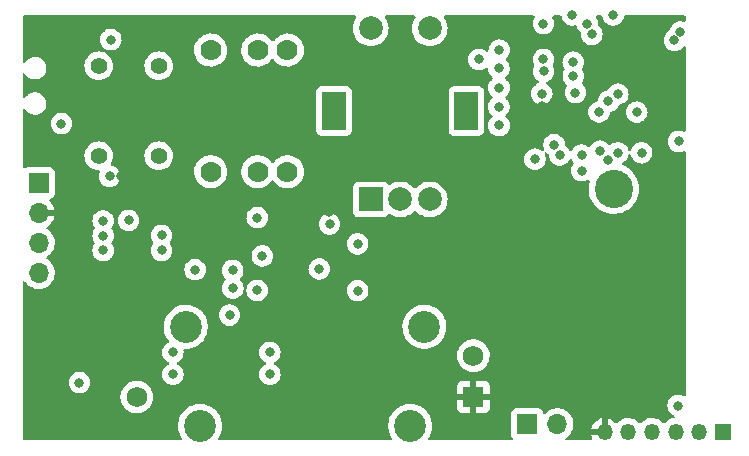
<source format=gbr>
%TF.GenerationSoftware,KiCad,Pcbnew,(6.0.6-0)*%
%TF.CreationDate,2023-05-14T21:26:16-05:00*%
%TF.ProjectId,MHC_MAIN_REV_2,4d48435f-4d41-4494-9e5f-5245565f322e,rev?*%
%TF.SameCoordinates,Original*%
%TF.FileFunction,Copper,L3,Inr*%
%TF.FilePolarity,Positive*%
%FSLAX46Y46*%
G04 Gerber Fmt 4.6, Leading zero omitted, Abs format (unit mm)*
G04 Created by KiCad (PCBNEW (6.0.6-0)) date 2023-05-14 21:26:16*
%MOMM*%
%LPD*%
G01*
G04 APERTURE LIST*
%TA.AperFunction,ComponentPad*%
%ADD10C,1.778000*%
%TD*%
%TA.AperFunction,ComponentPad*%
%ADD11C,3.240000*%
%TD*%
%TA.AperFunction,ComponentPad*%
%ADD12R,1.350000X1.350000*%
%TD*%
%TA.AperFunction,ComponentPad*%
%ADD13O,1.350000X1.350000*%
%TD*%
%TA.AperFunction,ComponentPad*%
%ADD14R,2.000000X2.000000*%
%TD*%
%TA.AperFunction,ComponentPad*%
%ADD15C,2.000000*%
%TD*%
%TA.AperFunction,ComponentPad*%
%ADD16R,2.000000X3.200000*%
%TD*%
%TA.AperFunction,ComponentPad*%
%ADD17C,1.397000*%
%TD*%
%TA.AperFunction,ComponentPad*%
%ADD18R,1.700000X1.700000*%
%TD*%
%TA.AperFunction,ComponentPad*%
%ADD19O,1.700000X1.700000*%
%TD*%
%TA.AperFunction,ComponentPad*%
%ADD20R,1.750000X1.750000*%
%TD*%
%TA.AperFunction,ComponentPad*%
%ADD21C,1.750000*%
%TD*%
%TA.AperFunction,ComponentPad*%
%ADD22C,2.700000*%
%TD*%
%TA.AperFunction,ViaPad*%
%ADD23C,0.800000*%
%TD*%
G04 APERTURE END LIST*
D10*
%TO.N,P0.05{slash}AIN3*%
%TO.C,S1*%
X34420000Y-35007500D03*
%TO.N,P0.06*%
X38405000Y-35007500D03*
%TO.N,P0.07*%
X40920000Y-35007500D03*
%TO.N,GND*%
X40920000Y-24707500D03*
%TO.N,P0.28{slash}AIN4*%
X38405000Y-24707500D03*
%TO.N,P0.30{slash}AIN6*%
X34420000Y-24707500D03*
%TD*%
D11*
%TO.N,*%
%TO.C,U4*%
X68540000Y-36450000D03*
D12*
%TO.N,P0.29{slash}AIN5*%
X77790000Y-57050000D03*
D13*
%TO.N,GND*%
X75790000Y-57050000D03*
%TO.N,P0.23*%
X73790000Y-57050000D03*
%TO.N,P0.03{slash}AIN1*%
X71790000Y-57050000D03*
%TO.N,GND*%
X69790000Y-57050000D03*
%TO.N,+3.3V*%
X67790000Y-57050000D03*
%TD*%
D14*
%TO.N,P0.15*%
%TO.C,SW3*%
X47965000Y-37360000D03*
D15*
%TO.N,P0.17*%
X52965000Y-37360000D03*
%TO.N,GND*%
X50465000Y-37360000D03*
D16*
%TO.N,N/C*%
X44865000Y-29860000D03*
X56065000Y-29860000D03*
D15*
%TO.N,P0.31{slash}AIN7*%
X52965000Y-22860000D03*
%TO.N,GND*%
X47965000Y-22860000D03*
%TD*%
D17*
%TO.N,GND*%
%TO.C,SW5*%
X24930000Y-33657500D03*
X24930000Y-26037500D03*
%TO.N,P0.04{slash}AIN2*%
X30010000Y-33657500D03*
X30010000Y-26037500D03*
%TD*%
D18*
%TO.N,+BATT*%
%TO.C,J2*%
X61230000Y-56390000D03*
D19*
%TO.N,GND*%
X63770000Y-56390000D03*
%TD*%
D20*
%TO.N,+3.3V*%
%TO.C,RV1*%
X56660000Y-54077500D03*
D21*
%TO.N,P0.02{slash}AIN0*%
X56660000Y-50577500D03*
%TO.N,GND*%
X28160000Y-54077500D03*
D22*
%TO.N,N/C*%
X52510000Y-48127500D03*
X32310000Y-48127500D03*
X51310000Y-56527500D03*
X33510000Y-56527500D03*
%TD*%
D18*
%TO.N,GND*%
%TO.C,J3*%
X19850000Y-35960000D03*
D19*
%TO.N,+3.3V*%
X19850000Y-38500000D03*
%TO.N,SCL*%
X19850000Y-41040000D03*
%TO.N,SDA*%
X19850000Y-43580000D03*
%TD*%
D23*
%TO.N,GND*%
X25958800Y-23825200D03*
X23298491Y-52864263D03*
X73990200Y-54813200D03*
X21780000Y-30940000D03*
X46860000Y-45090000D03*
X58830000Y-31100000D03*
X25307800Y-40436800D03*
X74040000Y-32450000D03*
X38785800Y-42138600D03*
X73674500Y-23880000D03*
X58830000Y-27900000D03*
X36010000Y-47150000D03*
X44480983Y-39439443D03*
X25307800Y-39166800D03*
X43610000Y-43250000D03*
X58850000Y-24710000D03*
X58820000Y-26259500D03*
X33096200Y-43307000D03*
X74178749Y-23175205D03*
X46860000Y-41120000D03*
X58820000Y-29500000D03*
X38354541Y-38904214D03*
X63490000Y-32720000D03*
X38354000Y-45059600D03*
X62590000Y-22464500D03*
X25860734Y-35391723D03*
X25307800Y-41681400D03*
X27466800Y-39141400D03*
%TO.N,P0.03{slash}AIN1*%
X68888356Y-28438641D03*
X68889602Y-33410298D03*
%TO.N,P0.29{slash}AIN5*%
X68490000Y-21740000D03*
%TO.N,P0.02{slash}AIN0*%
X68090000Y-29040000D03*
X68090000Y-34010000D03*
%TO.N,P0.31{slash}AIN7*%
X65030000Y-21740000D03*
%TO.N,P0.28{slash}AIN4*%
X66686710Y-23377512D03*
%TO.N,P0.30{slash}AIN6*%
X66280000Y-22464500D03*
%TO.N,P0.04{slash}AIN2*%
X57124600Y-25501600D03*
X62590000Y-25510000D03*
%TO.N,P0.05{slash}AIN3*%
X65113912Y-25733912D03*
%TO.N,P0.06*%
X62601230Y-26509439D03*
%TO.N,P0.07*%
X65119112Y-26891354D03*
%TO.N,+3.3V*%
X58191400Y-44577000D03*
X58166000Y-40563800D03*
X44470000Y-38440000D03*
X33096200Y-44881800D03*
X26860000Y-35370000D03*
X62455000Y-29455000D03*
X26949400Y-43103800D03*
X26949400Y-46888400D03*
%TO.N,P0.13*%
X63965500Y-33599149D03*
X65814500Y-33600000D03*
%TO.N,P0.15*%
X65820000Y-34930000D03*
%TO.N,RESET*%
X61870500Y-33948931D03*
X67290000Y-29950000D03*
%TO.N,P0.17*%
X67365500Y-33262332D03*
%TO.N,P0.23*%
X70490000Y-29960498D03*
X70910000Y-33410000D03*
%TO.N,Net-(R3-Pad2)*%
X31220000Y-50307999D03*
X31220000Y-52157001D03*
%TO.N,+BATT*%
X39420800Y-50307999D03*
X36280000Y-43370500D03*
X36294977Y-44869500D03*
X39420800Y-52157001D03*
%TO.N,SDA*%
X62445023Y-28405023D03*
X30260800Y-41681400D03*
%TO.N,SCL*%
X65300000Y-28310000D03*
X30260800Y-40411400D03*
%TD*%
%TA.AperFunction,Conductor*%
%TO.N,+3.3V*%
G36*
X46701693Y-21798502D02*
G01*
X46748186Y-21852158D01*
X46758290Y-21922432D01*
X46739154Y-21969561D01*
X46740824Y-21970584D01*
X46616760Y-22173037D01*
X46614867Y-22177607D01*
X46614865Y-22177611D01*
X46562834Y-22303226D01*
X46525895Y-22392406D01*
X46524740Y-22397218D01*
X46473616Y-22610166D01*
X46470465Y-22623289D01*
X46451835Y-22860000D01*
X46470465Y-23096711D01*
X46471619Y-23101518D01*
X46471620Y-23101524D01*
X46492316Y-23187728D01*
X46525895Y-23327594D01*
X46527788Y-23332165D01*
X46527789Y-23332167D01*
X46604972Y-23518503D01*
X46616760Y-23546963D01*
X46619346Y-23551183D01*
X46738241Y-23745202D01*
X46738245Y-23745208D01*
X46740824Y-23749416D01*
X46895031Y-23929969D01*
X47075584Y-24084176D01*
X47079792Y-24086755D01*
X47079798Y-24086759D01*
X47217781Y-24171315D01*
X47278037Y-24208240D01*
X47282607Y-24210133D01*
X47282611Y-24210135D01*
X47462484Y-24284640D01*
X47497406Y-24299105D01*
X47577609Y-24318360D01*
X47723476Y-24353380D01*
X47723482Y-24353381D01*
X47728289Y-24354535D01*
X47965000Y-24373165D01*
X48201711Y-24354535D01*
X48206518Y-24353381D01*
X48206524Y-24353380D01*
X48352391Y-24318360D01*
X48432594Y-24299105D01*
X48467516Y-24284640D01*
X48647389Y-24210135D01*
X48647393Y-24210133D01*
X48651963Y-24208240D01*
X48712219Y-24171315D01*
X48850202Y-24086759D01*
X48850208Y-24086755D01*
X48854416Y-24084176D01*
X49034969Y-23929969D01*
X49189176Y-23749416D01*
X49191755Y-23745208D01*
X49191759Y-23745202D01*
X49310654Y-23551183D01*
X49313240Y-23546963D01*
X49325029Y-23518503D01*
X49402211Y-23332167D01*
X49402212Y-23332165D01*
X49404105Y-23327594D01*
X49437684Y-23187728D01*
X49458380Y-23101524D01*
X49458381Y-23101518D01*
X49459535Y-23096711D01*
X49478165Y-22860000D01*
X49459535Y-22623289D01*
X49456385Y-22610166D01*
X49405260Y-22397218D01*
X49404105Y-22392406D01*
X49367166Y-22303226D01*
X49315135Y-22177611D01*
X49315133Y-22177607D01*
X49313240Y-22173037D01*
X49189176Y-21970584D01*
X49191208Y-21969339D01*
X49170635Y-21911723D01*
X49186699Y-21842568D01*
X49237601Y-21793076D01*
X49296428Y-21778500D01*
X51633572Y-21778500D01*
X51701693Y-21798502D01*
X51748186Y-21852158D01*
X51758290Y-21922432D01*
X51739154Y-21969561D01*
X51740824Y-21970584D01*
X51616760Y-22173037D01*
X51614867Y-22177607D01*
X51614865Y-22177611D01*
X51562834Y-22303226D01*
X51525895Y-22392406D01*
X51524740Y-22397218D01*
X51473616Y-22610166D01*
X51470465Y-22623289D01*
X51451835Y-22860000D01*
X51470465Y-23096711D01*
X51471619Y-23101518D01*
X51471620Y-23101524D01*
X51492316Y-23187728D01*
X51525895Y-23327594D01*
X51527788Y-23332165D01*
X51527789Y-23332167D01*
X51604972Y-23518503D01*
X51616760Y-23546963D01*
X51619346Y-23551183D01*
X51738241Y-23745202D01*
X51738245Y-23745208D01*
X51740824Y-23749416D01*
X51895031Y-23929969D01*
X52075584Y-24084176D01*
X52079792Y-24086755D01*
X52079798Y-24086759D01*
X52217781Y-24171315D01*
X52278037Y-24208240D01*
X52282607Y-24210133D01*
X52282611Y-24210135D01*
X52462484Y-24284640D01*
X52497406Y-24299105D01*
X52577609Y-24318360D01*
X52723476Y-24353380D01*
X52723482Y-24353381D01*
X52728289Y-24354535D01*
X52965000Y-24373165D01*
X53201711Y-24354535D01*
X53206518Y-24353381D01*
X53206524Y-24353380D01*
X53352391Y-24318360D01*
X53432594Y-24299105D01*
X53467516Y-24284640D01*
X53647389Y-24210135D01*
X53647393Y-24210133D01*
X53651963Y-24208240D01*
X53712219Y-24171315D01*
X53850202Y-24086759D01*
X53850208Y-24086755D01*
X53854416Y-24084176D01*
X54034969Y-23929969D01*
X54189176Y-23749416D01*
X54191755Y-23745208D01*
X54191759Y-23745202D01*
X54310654Y-23551183D01*
X54313240Y-23546963D01*
X54325029Y-23518503D01*
X54402211Y-23332167D01*
X54402212Y-23332165D01*
X54404105Y-23327594D01*
X54437684Y-23187728D01*
X54458380Y-23101524D01*
X54458381Y-23101518D01*
X54459535Y-23096711D01*
X54478165Y-22860000D01*
X54459535Y-22623289D01*
X54456385Y-22610166D01*
X54405260Y-22397218D01*
X54404105Y-22392406D01*
X54367166Y-22303226D01*
X54315135Y-22177611D01*
X54315133Y-22177607D01*
X54313240Y-22173037D01*
X54189176Y-21970584D01*
X54191208Y-21969339D01*
X54170635Y-21911723D01*
X54186699Y-21842568D01*
X54237601Y-21793076D01*
X54296428Y-21778500D01*
X61718779Y-21778500D01*
X61786900Y-21798502D01*
X61833393Y-21852158D01*
X61843497Y-21922432D01*
X61827898Y-21967500D01*
X61758777Y-22087221D01*
X61755473Y-22092944D01*
X61696458Y-22274572D01*
X61695768Y-22281133D01*
X61695768Y-22281135D01*
X61681808Y-22413955D01*
X61676496Y-22464500D01*
X61677186Y-22471065D01*
X61693469Y-22625985D01*
X61696458Y-22654428D01*
X61755473Y-22836056D01*
X61850960Y-23001444D01*
X61855378Y-23006351D01*
X61855379Y-23006352D01*
X61877930Y-23031397D01*
X61978747Y-23143366D01*
X62133248Y-23255618D01*
X62139276Y-23258302D01*
X62139278Y-23258303D01*
X62301681Y-23330609D01*
X62307712Y-23333294D01*
X62394460Y-23351733D01*
X62488056Y-23371628D01*
X62488061Y-23371628D01*
X62494513Y-23373000D01*
X62685487Y-23373000D01*
X62691939Y-23371628D01*
X62691944Y-23371628D01*
X62785540Y-23351733D01*
X62872288Y-23333294D01*
X62878319Y-23330609D01*
X63040722Y-23258303D01*
X63040724Y-23258302D01*
X63046752Y-23255618D01*
X63201253Y-23143366D01*
X63302070Y-23031397D01*
X63324621Y-23006352D01*
X63324622Y-23006351D01*
X63329040Y-23001444D01*
X63424527Y-22836056D01*
X63483542Y-22654428D01*
X63486532Y-22625985D01*
X63502814Y-22471065D01*
X63503504Y-22464500D01*
X63498192Y-22413955D01*
X63484232Y-22281135D01*
X63484232Y-22281133D01*
X63483542Y-22274572D01*
X63424527Y-22092944D01*
X63421223Y-22087221D01*
X63352102Y-21967500D01*
X63335364Y-21898505D01*
X63358584Y-21831413D01*
X63414392Y-21787526D01*
X63461221Y-21778500D01*
X64007091Y-21778500D01*
X64075212Y-21798502D01*
X64121705Y-21852158D01*
X64132401Y-21891329D01*
X64134545Y-21911723D01*
X64136458Y-21929928D01*
X64138498Y-21936205D01*
X64138498Y-21936207D01*
X64149336Y-21969561D01*
X64195473Y-22111556D01*
X64290960Y-22276944D01*
X64418747Y-22418866D01*
X64573248Y-22531118D01*
X64579276Y-22533802D01*
X64579278Y-22533803D01*
X64681440Y-22579288D01*
X64747712Y-22608794D01*
X64828589Y-22625985D01*
X64928056Y-22647128D01*
X64928061Y-22647128D01*
X64934513Y-22648500D01*
X65125487Y-22648500D01*
X65131939Y-22647128D01*
X65131944Y-22647128D01*
X65256826Y-22620583D01*
X65327617Y-22625985D01*
X65384249Y-22668802D01*
X65402855Y-22704892D01*
X65445473Y-22836056D01*
X65540960Y-23001444D01*
X65545378Y-23006351D01*
X65545379Y-23006352D01*
X65567930Y-23031397D01*
X65668747Y-23143366D01*
X65674089Y-23147247D01*
X65674091Y-23147249D01*
X65729806Y-23187728D01*
X65773160Y-23243950D01*
X65781055Y-23302835D01*
X65773206Y-23377512D01*
X65773896Y-23384077D01*
X65790569Y-23542708D01*
X65793168Y-23567440D01*
X65852183Y-23749068D01*
X65947670Y-23914456D01*
X65952088Y-23919363D01*
X65952089Y-23919364D01*
X66065074Y-24044847D01*
X66075457Y-24056378D01*
X66229958Y-24168630D01*
X66235986Y-24171314D01*
X66235988Y-24171315D01*
X66398391Y-24243621D01*
X66404422Y-24246306D01*
X66497822Y-24266159D01*
X66584766Y-24284640D01*
X66584771Y-24284640D01*
X66591223Y-24286012D01*
X66782197Y-24286012D01*
X66788649Y-24284640D01*
X66788654Y-24284640D01*
X66875598Y-24266159D01*
X66968998Y-24246306D01*
X66975029Y-24243621D01*
X67137432Y-24171315D01*
X67137434Y-24171314D01*
X67143462Y-24168630D01*
X67297963Y-24056378D01*
X67308346Y-24044847D01*
X67421331Y-23919364D01*
X67421332Y-23919363D01*
X67425750Y-23914456D01*
X67521237Y-23749068D01*
X67580252Y-23567440D01*
X67582852Y-23542708D01*
X67599524Y-23384077D01*
X67600214Y-23377512D01*
X67595284Y-23330609D01*
X67580942Y-23194147D01*
X67580942Y-23194145D01*
X67580252Y-23187584D01*
X67521237Y-23005956D01*
X67516650Y-22998010D01*
X67436969Y-22860000D01*
X67425750Y-22840568D01*
X67416029Y-22829771D01*
X67302385Y-22703557D01*
X67302384Y-22703556D01*
X67297963Y-22698646D01*
X67292621Y-22694765D01*
X67292619Y-22694763D01*
X67236904Y-22654284D01*
X67193550Y-22598062D01*
X67185655Y-22539177D01*
X67192814Y-22471065D01*
X67193504Y-22464500D01*
X67188192Y-22413955D01*
X67174232Y-22281135D01*
X67174232Y-22281133D01*
X67173542Y-22274572D01*
X67114527Y-22092944D01*
X67111223Y-22087221D01*
X67042102Y-21967500D01*
X67025364Y-21898505D01*
X67048584Y-21831413D01*
X67104392Y-21787526D01*
X67151221Y-21778500D01*
X67467091Y-21778500D01*
X67535212Y-21798502D01*
X67581705Y-21852158D01*
X67592401Y-21891329D01*
X67594545Y-21911723D01*
X67596458Y-21929928D01*
X67598498Y-21936205D01*
X67598498Y-21936207D01*
X67609336Y-21969561D01*
X67655473Y-22111556D01*
X67750960Y-22276944D01*
X67878747Y-22418866D01*
X68033248Y-22531118D01*
X68039276Y-22533802D01*
X68039278Y-22533803D01*
X68141440Y-22579288D01*
X68207712Y-22608794D01*
X68288589Y-22625985D01*
X68388056Y-22647128D01*
X68388061Y-22647128D01*
X68394513Y-22648500D01*
X68585487Y-22648500D01*
X68591939Y-22647128D01*
X68591944Y-22647128D01*
X68691411Y-22625985D01*
X68772288Y-22608794D01*
X68838560Y-22579288D01*
X68940722Y-22533803D01*
X68940724Y-22533802D01*
X68946752Y-22531118D01*
X69101253Y-22418866D01*
X69229040Y-22276944D01*
X69324527Y-22111556D01*
X69370664Y-21969561D01*
X69381502Y-21936207D01*
X69381502Y-21936205D01*
X69383542Y-21929928D01*
X69385456Y-21911723D01*
X69387599Y-21891329D01*
X69414612Y-21825672D01*
X69472834Y-21785043D01*
X69512909Y-21778500D01*
X74504000Y-21778500D01*
X74572121Y-21798502D01*
X74618614Y-21852158D01*
X74630000Y-21904500D01*
X74630000Y-22188612D01*
X74609998Y-22256733D01*
X74556342Y-22303226D01*
X74486068Y-22313330D01*
X74466196Y-22308708D01*
X74461037Y-22306411D01*
X74435376Y-22300957D01*
X74280693Y-22268077D01*
X74280688Y-22268077D01*
X74274236Y-22266705D01*
X74083262Y-22266705D01*
X74076810Y-22268077D01*
X74076805Y-22268077D01*
X74012001Y-22281852D01*
X73896461Y-22306411D01*
X73890431Y-22309096D01*
X73890430Y-22309096D01*
X73728027Y-22381402D01*
X73728025Y-22381403D01*
X73721997Y-22384087D01*
X73567496Y-22496339D01*
X73563075Y-22501249D01*
X73563074Y-22501250D01*
X73528925Y-22539177D01*
X73439709Y-22638261D01*
X73344222Y-22803649D01*
X73285207Y-22985277D01*
X73284517Y-22991841D01*
X73283143Y-22998305D01*
X73281755Y-22998010D01*
X73257583Y-23056765D01*
X73222762Y-23086649D01*
X73217748Y-23088882D01*
X73063247Y-23201134D01*
X73058826Y-23206044D01*
X73058825Y-23206045D01*
X72979654Y-23293974D01*
X72935460Y-23343056D01*
X72839973Y-23508444D01*
X72780958Y-23690072D01*
X72780268Y-23696633D01*
X72780268Y-23696635D01*
X72763949Y-23851900D01*
X72760996Y-23880000D01*
X72761686Y-23886565D01*
X72779018Y-24051467D01*
X72780958Y-24069928D01*
X72839973Y-24251556D01*
X72935460Y-24416944D01*
X73063247Y-24558866D01*
X73217748Y-24671118D01*
X73223776Y-24673802D01*
X73223778Y-24673803D01*
X73358310Y-24733700D01*
X73392212Y-24748794D01*
X73485613Y-24768647D01*
X73572556Y-24787128D01*
X73572561Y-24787128D01*
X73579013Y-24788500D01*
X73769987Y-24788500D01*
X73776439Y-24787128D01*
X73776444Y-24787128D01*
X73863387Y-24768647D01*
X73956788Y-24748794D01*
X73990690Y-24733700D01*
X74125222Y-24673803D01*
X74125224Y-24673802D01*
X74131252Y-24671118D01*
X74285753Y-24558866D01*
X74410365Y-24420471D01*
X74470810Y-24383231D01*
X74541793Y-24384583D01*
X74600778Y-24424096D01*
X74629036Y-24489227D01*
X74630000Y-24504781D01*
X74630000Y-31524185D01*
X74609998Y-31592306D01*
X74556342Y-31638799D01*
X74486068Y-31648903D01*
X74452754Y-31639293D01*
X74322288Y-31581206D01*
X74228887Y-31561353D01*
X74141944Y-31542872D01*
X74141939Y-31542872D01*
X74135487Y-31541500D01*
X73944513Y-31541500D01*
X73938061Y-31542872D01*
X73938056Y-31542872D01*
X73851113Y-31561353D01*
X73757712Y-31581206D01*
X73751682Y-31583891D01*
X73751681Y-31583891D01*
X73589278Y-31656197D01*
X73589276Y-31656198D01*
X73583248Y-31658882D01*
X73428747Y-31771134D01*
X73424326Y-31776044D01*
X73424325Y-31776045D01*
X73324208Y-31887237D01*
X73300960Y-31913056D01*
X73205473Y-32078444D01*
X73146458Y-32260072D01*
X73145768Y-32266633D01*
X73145768Y-32266635D01*
X73132430Y-32393538D01*
X73126496Y-32450000D01*
X73127186Y-32456565D01*
X73143457Y-32611371D01*
X73146458Y-32639928D01*
X73205473Y-32821556D01*
X73300960Y-32986944D01*
X73428747Y-33128866D01*
X73468589Y-33157813D01*
X73564633Y-33227593D01*
X73583248Y-33241118D01*
X73589276Y-33243802D01*
X73589278Y-33243803D01*
X73680870Y-33284582D01*
X73757712Y-33318794D01*
X73851112Y-33338647D01*
X73938056Y-33357128D01*
X73938061Y-33357128D01*
X73944513Y-33358500D01*
X74135487Y-33358500D01*
X74141939Y-33357128D01*
X74141944Y-33357128D01*
X74228888Y-33338647D01*
X74322288Y-33318794D01*
X74452752Y-33260708D01*
X74523118Y-33251274D01*
X74587415Y-33281380D01*
X74625229Y-33341469D01*
X74630000Y-33375815D01*
X74630000Y-53910323D01*
X74609998Y-53978444D01*
X74556342Y-54024937D01*
X74486068Y-54035041D01*
X74447175Y-54021580D01*
X74446952Y-54022082D01*
X74272488Y-53944406D01*
X74179087Y-53924553D01*
X74092144Y-53906072D01*
X74092139Y-53906072D01*
X74085687Y-53904700D01*
X73894713Y-53904700D01*
X73888261Y-53906072D01*
X73888256Y-53906072D01*
X73801313Y-53924553D01*
X73707912Y-53944406D01*
X73701882Y-53947091D01*
X73701881Y-53947091D01*
X73539478Y-54019397D01*
X73539476Y-54019398D01*
X73533448Y-54022082D01*
X73528107Y-54025962D01*
X73528106Y-54025963D01*
X73510919Y-54038450D01*
X73378947Y-54134334D01*
X73251160Y-54276256D01*
X73155673Y-54441644D01*
X73096658Y-54623272D01*
X73095968Y-54629833D01*
X73095968Y-54629835D01*
X73083525Y-54748225D01*
X73076696Y-54813200D01*
X73096658Y-55003128D01*
X73155673Y-55184756D01*
X73158976Y-55190478D01*
X73158977Y-55190479D01*
X73187344Y-55239612D01*
X73251160Y-55350144D01*
X73255578Y-55355051D01*
X73255579Y-55355052D01*
X73350524Y-55460499D01*
X73378947Y-55492066D01*
X73533448Y-55604318D01*
X73539474Y-55607001D01*
X73539481Y-55607005D01*
X73622075Y-55643777D01*
X73676171Y-55689757D01*
X73696821Y-55757684D01*
X73677469Y-55825992D01*
X73624259Y-55872994D01*
X73592166Y-55883064D01*
X73556608Y-55889174D01*
X73482375Y-55901930D01*
X73278307Y-55977214D01*
X73091376Y-56088427D01*
X72927842Y-56231842D01*
X72924270Y-56236372D01*
X72924269Y-56236374D01*
X72890007Y-56279834D01*
X72832125Y-56320947D01*
X72761205Y-56324239D01*
X72699763Y-56288667D01*
X72690100Y-56277215D01*
X72676737Y-56259319D01*
X72676730Y-56259312D01*
X72673280Y-56254691D01*
X72669044Y-56250775D01*
X72517796Y-56110963D01*
X72517793Y-56110961D01*
X72513556Y-56107044D01*
X72329599Y-55990976D01*
X72127572Y-55910376D01*
X71914239Y-55867941D01*
X71908464Y-55867865D01*
X71908460Y-55867865D01*
X71799419Y-55866438D01*
X71696746Y-55865094D01*
X71691049Y-55866073D01*
X71691048Y-55866073D01*
X71488065Y-55900952D01*
X71488062Y-55900953D01*
X71482375Y-55901930D01*
X71278307Y-55977214D01*
X71091376Y-56088427D01*
X70927842Y-56231842D01*
X70924270Y-56236372D01*
X70924269Y-56236374D01*
X70890007Y-56279834D01*
X70832125Y-56320947D01*
X70761205Y-56324239D01*
X70699763Y-56288667D01*
X70690100Y-56277215D01*
X70676737Y-56259319D01*
X70676730Y-56259312D01*
X70673280Y-56254691D01*
X70669044Y-56250775D01*
X70517796Y-56110963D01*
X70517793Y-56110961D01*
X70513556Y-56107044D01*
X70329599Y-55990976D01*
X70127572Y-55910376D01*
X69914239Y-55867941D01*
X69908464Y-55867865D01*
X69908460Y-55867865D01*
X69799419Y-55866438D01*
X69696746Y-55865094D01*
X69691049Y-55866073D01*
X69691048Y-55866073D01*
X69488065Y-55900952D01*
X69488062Y-55900953D01*
X69482375Y-55901930D01*
X69278307Y-55977214D01*
X69091376Y-56088427D01*
X68927842Y-56231842D01*
X68924270Y-56236373D01*
X68889688Y-56280240D01*
X68831807Y-56321353D01*
X68760887Y-56324647D01*
X68699444Y-56289075D01*
X68689780Y-56277622D01*
X68676364Y-56259655D01*
X68668671Y-56251111D01*
X68517490Y-56111361D01*
X68508365Y-56104360D01*
X68334255Y-55994505D01*
X68324008Y-55989284D01*
X68132793Y-55912997D01*
X68121767Y-55909730D01*
X68061770Y-55897797D01*
X68048894Y-55898949D01*
X68044000Y-55914102D01*
X68044000Y-57178000D01*
X68023998Y-57246121D01*
X67970342Y-57292614D01*
X67918000Y-57304000D01*
X66651981Y-57304000D01*
X66638450Y-57307973D01*
X66637158Y-57316962D01*
X66668656Y-57440985D01*
X66672497Y-57451832D01*
X66732850Y-57582749D01*
X66743205Y-57652987D01*
X66713942Y-57717672D01*
X66654353Y-57756269D01*
X66618424Y-57761500D01*
X64580382Y-57761500D01*
X64512261Y-57741498D01*
X64465768Y-57687842D01*
X64455664Y-57617568D01*
X64485158Y-57552988D01*
X64507214Y-57532921D01*
X64561932Y-57493891D01*
X64649860Y-57431173D01*
X64808096Y-57273489D01*
X64831777Y-57240534D01*
X64935435Y-57096277D01*
X64938453Y-57092077D01*
X65028625Y-56909628D01*
X65035136Y-56896453D01*
X65035137Y-56896451D01*
X65037430Y-56891811D01*
X65067512Y-56792799D01*
X66635218Y-56792799D01*
X66641950Y-56796000D01*
X67517885Y-56796000D01*
X67533124Y-56791525D01*
X67534329Y-56790135D01*
X67536000Y-56782452D01*
X67536000Y-55911337D01*
X67532194Y-55898375D01*
X67517278Y-55896439D01*
X67488202Y-55901435D01*
X67477082Y-55904415D01*
X67283940Y-55975669D01*
X67273562Y-55980619D01*
X67096639Y-56085877D01*
X67087327Y-56092643D01*
X66932547Y-56228381D01*
X66924630Y-56236724D01*
X66797180Y-56398394D01*
X66790909Y-56408050D01*
X66695060Y-56590229D01*
X66690655Y-56600863D01*
X66635436Y-56778700D01*
X66635218Y-56792799D01*
X65067512Y-56792799D01*
X65102370Y-56678069D01*
X65131529Y-56456590D01*
X65133156Y-56390000D01*
X65114852Y-56167361D01*
X65060431Y-55950702D01*
X64971354Y-55745840D01*
X64921804Y-55669248D01*
X64852822Y-55562617D01*
X64852820Y-55562614D01*
X64850014Y-55558277D01*
X64699670Y-55393051D01*
X64695619Y-55389852D01*
X64695615Y-55389848D01*
X64528414Y-55257800D01*
X64528410Y-55257798D01*
X64524359Y-55254598D01*
X64328789Y-55146638D01*
X64323920Y-55144914D01*
X64323916Y-55144912D01*
X64123087Y-55073795D01*
X64123083Y-55073794D01*
X64118212Y-55072069D01*
X64113119Y-55071162D01*
X64113116Y-55071161D01*
X63903373Y-55033800D01*
X63903367Y-55033799D01*
X63898284Y-55032894D01*
X63824452Y-55031992D01*
X63680081Y-55030228D01*
X63680079Y-55030228D01*
X63674911Y-55030165D01*
X63454091Y-55063955D01*
X63241756Y-55133357D01*
X63211443Y-55149137D01*
X63091874Y-55211381D01*
X63043607Y-55236507D01*
X63039474Y-55239610D01*
X63039471Y-55239612D01*
X62869100Y-55367530D01*
X62864965Y-55370635D01*
X62784396Y-55454946D01*
X62784283Y-55455064D01*
X62722759Y-55490494D01*
X62651846Y-55487037D01*
X62594060Y-55445791D01*
X62575207Y-55412243D01*
X62533767Y-55301703D01*
X62530615Y-55293295D01*
X62443261Y-55176739D01*
X62326705Y-55089385D01*
X62190316Y-55038255D01*
X62128134Y-55031500D01*
X60331866Y-55031500D01*
X60269684Y-55038255D01*
X60133295Y-55089385D01*
X60016739Y-55176739D01*
X59929385Y-55293295D01*
X59878255Y-55429684D01*
X59871500Y-55491866D01*
X59871500Y-57288134D01*
X59878255Y-57350316D01*
X59929385Y-57486705D01*
X59984268Y-57559935D01*
X60009116Y-57626441D01*
X59994063Y-57695824D01*
X59943889Y-57746054D01*
X59883442Y-57761500D01*
X52957904Y-57761500D01*
X52889783Y-57741498D01*
X52843290Y-57687842D01*
X52833186Y-57617568D01*
X52850992Y-57568823D01*
X52906619Y-57479629D01*
X52956674Y-57399369D01*
X52993106Y-57316962D01*
X53061295Y-57162719D01*
X53063093Y-57158652D01*
X53134534Y-56905343D01*
X53148296Y-56802882D01*
X53169143Y-56647676D01*
X53169144Y-56647668D01*
X53169570Y-56644494D01*
X53171121Y-56595154D01*
X53173146Y-56530722D01*
X53173146Y-56530717D01*
X53173247Y-56527500D01*
X53154659Y-56264966D01*
X53153444Y-56259319D01*
X53100201Y-56012023D01*
X53099264Y-56007671D01*
X53092316Y-55988836D01*
X53009710Y-55764924D01*
X53008169Y-55760747D01*
X52965676Y-55681994D01*
X52885304Y-55533038D01*
X52883191Y-55529122D01*
X52726824Y-55317418D01*
X52717774Y-55308224D01*
X52625688Y-55214681D01*
X52542187Y-55129858D01*
X52538647Y-55127157D01*
X52538641Y-55127151D01*
X52368324Y-54997169D01*
X55277001Y-54997169D01*
X55277371Y-55003990D01*
X55282895Y-55054852D01*
X55286521Y-55070104D01*
X55331676Y-55190554D01*
X55340214Y-55206149D01*
X55416715Y-55308224D01*
X55429276Y-55320785D01*
X55531351Y-55397286D01*
X55546946Y-55405824D01*
X55667394Y-55450978D01*
X55682649Y-55454605D01*
X55733514Y-55460131D01*
X55740328Y-55460500D01*
X56387885Y-55460500D01*
X56403124Y-55456025D01*
X56404329Y-55454635D01*
X56406000Y-55446952D01*
X56406000Y-55442384D01*
X56914000Y-55442384D01*
X56918475Y-55457623D01*
X56919865Y-55458828D01*
X56927548Y-55460499D01*
X57579669Y-55460499D01*
X57586490Y-55460129D01*
X57637352Y-55454605D01*
X57652604Y-55450979D01*
X57773054Y-55405824D01*
X57788649Y-55397286D01*
X57890724Y-55320785D01*
X57903285Y-55308224D01*
X57979786Y-55206149D01*
X57988324Y-55190554D01*
X58033478Y-55070106D01*
X58037105Y-55054851D01*
X58042631Y-55003986D01*
X58043000Y-54997172D01*
X58043000Y-54349615D01*
X58038525Y-54334376D01*
X58037135Y-54333171D01*
X58029452Y-54331500D01*
X56932115Y-54331500D01*
X56916876Y-54335975D01*
X56915671Y-54337365D01*
X56914000Y-54345048D01*
X56914000Y-55442384D01*
X56406000Y-55442384D01*
X56406000Y-54349615D01*
X56401525Y-54334376D01*
X56400135Y-54333171D01*
X56392452Y-54331500D01*
X55295116Y-54331500D01*
X55279877Y-54335975D01*
X55278672Y-54337365D01*
X55277001Y-54345048D01*
X55277001Y-54997169D01*
X52368324Y-54997169D01*
X52336506Y-54972886D01*
X52336502Y-54972883D01*
X52332965Y-54970184D01*
X52103332Y-54841584D01*
X51857870Y-54746622D01*
X51853545Y-54745619D01*
X51853540Y-54745618D01*
X51671514Y-54703427D01*
X51601476Y-54687193D01*
X51339267Y-54664483D01*
X51334832Y-54664727D01*
X51334828Y-54664727D01*
X51080916Y-54678700D01*
X51080909Y-54678701D01*
X51076473Y-54678945D01*
X50953394Y-54703427D01*
X50822711Y-54729421D01*
X50822706Y-54729422D01*
X50818339Y-54730291D01*
X50814136Y-54731767D01*
X50574223Y-54816018D01*
X50574220Y-54816019D01*
X50570015Y-54817496D01*
X50566062Y-54819549D01*
X50566056Y-54819552D01*
X50434615Y-54887831D01*
X50336456Y-54938821D01*
X50332841Y-54941404D01*
X50332835Y-54941408D01*
X50255651Y-54996565D01*
X50122322Y-55091844D01*
X50119095Y-55094922D01*
X50119093Y-55094924D01*
X49954329Y-55252101D01*
X49931885Y-55273511D01*
X49768945Y-55480200D01*
X49740529Y-55529122D01*
X49638987Y-55703938D01*
X49638984Y-55703944D01*
X49636753Y-55707785D01*
X49635083Y-55711908D01*
X49555152Y-55909249D01*
X49537947Y-55951725D01*
X49536876Y-55956038D01*
X49536874Y-55956043D01*
X49502943Y-56092643D01*
X49474498Y-56207154D01*
X49447672Y-56468974D01*
X49447847Y-56473426D01*
X49455888Y-56678069D01*
X49458005Y-56731962D01*
X49458805Y-56736342D01*
X49487199Y-56891811D01*
X49505290Y-56990871D01*
X49588584Y-57240534D01*
X49626773Y-57316962D01*
X49667950Y-57399369D01*
X49706225Y-57475970D01*
X49708754Y-57479629D01*
X49766970Y-57563861D01*
X49789246Y-57631273D01*
X49771541Y-57700026D01*
X49719475Y-57748293D01*
X49663317Y-57761500D01*
X35157904Y-57761500D01*
X35089783Y-57741498D01*
X35043290Y-57687842D01*
X35033186Y-57617568D01*
X35050992Y-57568823D01*
X35106619Y-57479629D01*
X35156674Y-57399369D01*
X35193106Y-57316962D01*
X35261295Y-57162719D01*
X35263093Y-57158652D01*
X35334534Y-56905343D01*
X35348296Y-56802882D01*
X35369143Y-56647676D01*
X35369144Y-56647668D01*
X35369570Y-56644494D01*
X35371121Y-56595154D01*
X35373146Y-56530722D01*
X35373146Y-56530717D01*
X35373247Y-56527500D01*
X35354659Y-56264966D01*
X35353444Y-56259319D01*
X35300201Y-56012023D01*
X35299264Y-56007671D01*
X35292316Y-55988836D01*
X35209710Y-55764924D01*
X35208169Y-55760747D01*
X35165676Y-55681994D01*
X35085304Y-55533038D01*
X35083191Y-55529122D01*
X34926824Y-55317418D01*
X34917774Y-55308224D01*
X34825688Y-55214681D01*
X34742187Y-55129858D01*
X34738647Y-55127157D01*
X34738641Y-55127151D01*
X34536506Y-54972886D01*
X34536502Y-54972883D01*
X34532965Y-54970184D01*
X34303332Y-54841584D01*
X34057870Y-54746622D01*
X34053545Y-54745619D01*
X34053540Y-54745618D01*
X33871514Y-54703427D01*
X33801476Y-54687193D01*
X33539267Y-54664483D01*
X33534832Y-54664727D01*
X33534828Y-54664727D01*
X33280916Y-54678700D01*
X33280909Y-54678701D01*
X33276473Y-54678945D01*
X33153394Y-54703427D01*
X33022711Y-54729421D01*
X33022706Y-54729422D01*
X33018339Y-54730291D01*
X33014136Y-54731767D01*
X32774223Y-54816018D01*
X32774220Y-54816019D01*
X32770015Y-54817496D01*
X32766062Y-54819549D01*
X32766056Y-54819552D01*
X32634615Y-54887831D01*
X32536456Y-54938821D01*
X32532841Y-54941404D01*
X32532835Y-54941408D01*
X32455651Y-54996565D01*
X32322322Y-55091844D01*
X32319095Y-55094922D01*
X32319093Y-55094924D01*
X32154329Y-55252101D01*
X32131885Y-55273511D01*
X31968945Y-55480200D01*
X31940529Y-55529122D01*
X31838987Y-55703938D01*
X31838984Y-55703944D01*
X31836753Y-55707785D01*
X31835083Y-55711908D01*
X31755152Y-55909249D01*
X31737947Y-55951725D01*
X31736876Y-55956038D01*
X31736874Y-55956043D01*
X31702943Y-56092643D01*
X31674498Y-56207154D01*
X31647672Y-56468974D01*
X31647847Y-56473426D01*
X31655888Y-56678069D01*
X31658005Y-56731962D01*
X31658805Y-56736342D01*
X31687199Y-56891811D01*
X31705290Y-56990871D01*
X31788584Y-57240534D01*
X31826773Y-57316962D01*
X31867950Y-57399369D01*
X31906225Y-57475970D01*
X31908754Y-57479629D01*
X31966970Y-57563861D01*
X31989246Y-57631273D01*
X31971541Y-57700026D01*
X31919475Y-57748293D01*
X31863317Y-57761500D01*
X18614500Y-57761500D01*
X18546379Y-57741498D01*
X18499886Y-57687842D01*
X18488500Y-57635500D01*
X18488500Y-54043582D01*
X26772172Y-54043582D01*
X26772469Y-54048734D01*
X26772469Y-54048738D01*
X26777181Y-54130451D01*
X26785268Y-54270706D01*
X26786405Y-54275752D01*
X26786406Y-54275758D01*
X26803051Y-54349615D01*
X26835283Y-54492641D01*
X26920875Y-54703427D01*
X27039744Y-54897404D01*
X27188698Y-55069361D01*
X27271174Y-55137834D01*
X27334586Y-55190479D01*
X27363737Y-55214681D01*
X27368189Y-55217283D01*
X27368194Y-55217286D01*
X27534104Y-55314236D01*
X27560160Y-55329462D01*
X27772693Y-55410620D01*
X27777759Y-55411651D01*
X27777760Y-55411651D01*
X27780670Y-55412243D01*
X27995627Y-55455976D01*
X28123437Y-55460663D01*
X28217811Y-55464124D01*
X28217815Y-55464124D01*
X28222975Y-55464313D01*
X28228095Y-55463657D01*
X28228097Y-55463657D01*
X28443504Y-55436063D01*
X28443505Y-55436063D01*
X28448632Y-55435406D01*
X28453582Y-55433921D01*
X28661591Y-55371515D01*
X28661592Y-55371514D01*
X28666537Y-55370031D01*
X28870839Y-55269944D01*
X28875043Y-55266946D01*
X28875047Y-55266943D01*
X29051847Y-55140833D01*
X29051849Y-55140831D01*
X29056051Y-55137834D01*
X29217199Y-54977247D01*
X29271764Y-54901312D01*
X29346938Y-54796698D01*
X29346942Y-54796692D01*
X29349956Y-54792497D01*
X29450755Y-54588546D01*
X29516890Y-54370870D01*
X29522073Y-54331500D01*
X29546148Y-54148636D01*
X29546148Y-54148632D01*
X29546585Y-54145315D01*
X29548242Y-54077500D01*
X29529601Y-53850764D01*
X29518203Y-53805385D01*
X55277000Y-53805385D01*
X55281475Y-53820624D01*
X55282865Y-53821829D01*
X55290548Y-53823500D01*
X56387885Y-53823500D01*
X56403124Y-53819025D01*
X56404329Y-53817635D01*
X56406000Y-53809952D01*
X56406000Y-53805385D01*
X56914000Y-53805385D01*
X56918475Y-53820624D01*
X56919865Y-53821829D01*
X56927548Y-53823500D01*
X58024884Y-53823500D01*
X58040123Y-53819025D01*
X58041328Y-53817635D01*
X58042999Y-53809952D01*
X58042999Y-53157831D01*
X58042629Y-53151010D01*
X58037105Y-53100148D01*
X58033479Y-53084896D01*
X57988324Y-52964446D01*
X57979786Y-52948851D01*
X57903285Y-52846776D01*
X57890724Y-52834215D01*
X57788649Y-52757714D01*
X57773054Y-52749176D01*
X57652606Y-52704022D01*
X57637351Y-52700395D01*
X57586486Y-52694869D01*
X57579672Y-52694500D01*
X56932115Y-52694500D01*
X56916876Y-52698975D01*
X56915671Y-52700365D01*
X56914000Y-52708048D01*
X56914000Y-53805385D01*
X56406000Y-53805385D01*
X56406000Y-52712616D01*
X56401525Y-52697377D01*
X56400135Y-52696172D01*
X56392452Y-52694501D01*
X55740331Y-52694501D01*
X55733510Y-52694871D01*
X55682648Y-52700395D01*
X55667396Y-52704021D01*
X55546946Y-52749176D01*
X55531351Y-52757714D01*
X55429276Y-52834215D01*
X55416715Y-52846776D01*
X55340214Y-52948851D01*
X55331676Y-52964446D01*
X55286522Y-53084894D01*
X55282895Y-53100149D01*
X55277369Y-53151014D01*
X55277000Y-53157828D01*
X55277000Y-53805385D01*
X29518203Y-53805385D01*
X29474178Y-53630117D01*
X29383462Y-53421485D01*
X29259890Y-53230471D01*
X29106779Y-53062204D01*
X28928241Y-52921204D01*
X28890537Y-52900390D01*
X28825092Y-52864263D01*
X28729072Y-52811257D01*
X28724203Y-52809533D01*
X28724199Y-52809531D01*
X28519496Y-52737041D01*
X28519492Y-52737040D01*
X28514621Y-52735315D01*
X28509528Y-52734408D01*
X28509525Y-52734407D01*
X28295734Y-52696325D01*
X28295728Y-52696324D01*
X28290645Y-52695419D01*
X28215417Y-52694500D01*
X28068331Y-52692703D01*
X28068329Y-52692703D01*
X28063161Y-52692640D01*
X27838278Y-52727052D01*
X27622035Y-52797731D01*
X27617447Y-52800119D01*
X27617443Y-52800121D01*
X27424828Y-52900390D01*
X27420239Y-52902779D01*
X27416106Y-52905882D01*
X27416103Y-52905884D01*
X27242445Y-53036270D01*
X27238310Y-53039375D01*
X27081133Y-53203851D01*
X26952931Y-53391789D01*
X26950758Y-53396471D01*
X26950756Y-53396474D01*
X26882682Y-53543129D01*
X26857145Y-53598143D01*
X26796348Y-53817369D01*
X26795799Y-53822506D01*
X26773085Y-54035041D01*
X26772172Y-54043582D01*
X18488500Y-54043582D01*
X18488500Y-52864263D01*
X22384987Y-52864263D01*
X22385677Y-52870828D01*
X22403785Y-53043113D01*
X22404949Y-53054191D01*
X22463964Y-53235819D01*
X22559451Y-53401207D01*
X22563869Y-53406114D01*
X22563870Y-53406115D01*
X22682816Y-53538218D01*
X22687238Y-53543129D01*
X22756496Y-53593448D01*
X22813865Y-53635129D01*
X22841739Y-53655381D01*
X22847767Y-53658065D01*
X22847769Y-53658066D01*
X23010172Y-53730372D01*
X23016203Y-53733057D01*
X23109603Y-53752910D01*
X23196547Y-53771391D01*
X23196552Y-53771391D01*
X23203004Y-53772763D01*
X23393978Y-53772763D01*
X23400430Y-53771391D01*
X23400435Y-53771391D01*
X23487379Y-53752910D01*
X23580779Y-53733057D01*
X23586810Y-53730372D01*
X23749213Y-53658066D01*
X23749215Y-53658065D01*
X23755243Y-53655381D01*
X23783118Y-53635129D01*
X23840486Y-53593448D01*
X23909744Y-53543129D01*
X23914166Y-53538218D01*
X24033112Y-53406115D01*
X24033113Y-53406114D01*
X24037531Y-53401207D01*
X24133018Y-53235819D01*
X24192033Y-53054191D01*
X24193198Y-53043113D01*
X24211305Y-52870828D01*
X24211995Y-52864263D01*
X24209419Y-52839750D01*
X24192723Y-52680898D01*
X24192723Y-52680896D01*
X24192033Y-52674335D01*
X24133018Y-52492707D01*
X24037531Y-52327319D01*
X23909744Y-52185397D01*
X23870660Y-52157001D01*
X30306496Y-52157001D01*
X30307186Y-52163566D01*
X30309481Y-52185397D01*
X30326458Y-52346929D01*
X30385473Y-52528557D01*
X30480960Y-52693945D01*
X30485378Y-52698852D01*
X30485379Y-52698853D01*
X30517392Y-52734407D01*
X30608747Y-52835867D01*
X30763248Y-52948119D01*
X30769276Y-52950803D01*
X30769278Y-52950804D01*
X30799919Y-52964446D01*
X30937712Y-53025795D01*
X31031112Y-53045648D01*
X31118056Y-53064129D01*
X31118061Y-53064129D01*
X31124513Y-53065501D01*
X31315487Y-53065501D01*
X31321939Y-53064129D01*
X31321944Y-53064129D01*
X31408888Y-53045648D01*
X31502288Y-53025795D01*
X31640081Y-52964446D01*
X31670722Y-52950804D01*
X31670724Y-52950803D01*
X31676752Y-52948119D01*
X31831253Y-52835867D01*
X31922608Y-52734407D01*
X31954621Y-52698853D01*
X31954622Y-52698852D01*
X31959040Y-52693945D01*
X32054527Y-52528557D01*
X32113542Y-52346929D01*
X32130520Y-52185397D01*
X32132814Y-52163566D01*
X32133504Y-52157001D01*
X38507296Y-52157001D01*
X38507986Y-52163566D01*
X38510281Y-52185397D01*
X38527258Y-52346929D01*
X38586273Y-52528557D01*
X38681760Y-52693945D01*
X38686178Y-52698852D01*
X38686179Y-52698853D01*
X38718192Y-52734407D01*
X38809547Y-52835867D01*
X38964048Y-52948119D01*
X38970076Y-52950803D01*
X38970078Y-52950804D01*
X39000719Y-52964446D01*
X39138512Y-53025795D01*
X39231912Y-53045648D01*
X39318856Y-53064129D01*
X39318861Y-53064129D01*
X39325313Y-53065501D01*
X39516287Y-53065501D01*
X39522739Y-53064129D01*
X39522744Y-53064129D01*
X39609688Y-53045648D01*
X39703088Y-53025795D01*
X39840881Y-52964446D01*
X39871522Y-52950804D01*
X39871524Y-52950803D01*
X39877552Y-52948119D01*
X40032053Y-52835867D01*
X40123408Y-52734407D01*
X40155421Y-52698853D01*
X40155422Y-52698852D01*
X40159840Y-52693945D01*
X40255327Y-52528557D01*
X40314342Y-52346929D01*
X40331320Y-52185397D01*
X40333614Y-52163566D01*
X40334304Y-52157001D01*
X40325898Y-52077026D01*
X40315032Y-51973636D01*
X40315032Y-51973634D01*
X40314342Y-51967073D01*
X40255327Y-51785445D01*
X40247691Y-51772218D01*
X40171835Y-51640833D01*
X40159840Y-51620057D01*
X40032053Y-51478135D01*
X39877552Y-51365883D01*
X39871526Y-51363200D01*
X39871519Y-51363196D01*
X39836504Y-51347607D01*
X39782408Y-51301627D01*
X39761758Y-51233700D01*
X39781110Y-51165392D01*
X39836504Y-51117393D01*
X39871519Y-51101804D01*
X39871526Y-51101800D01*
X39877552Y-51099117D01*
X40032053Y-50986865D01*
X40159840Y-50844943D01*
X40255327Y-50679555D01*
X40299508Y-50543582D01*
X55272172Y-50543582D01*
X55272469Y-50548734D01*
X55272469Y-50548738D01*
X55277845Y-50641963D01*
X55285268Y-50770706D01*
X55286405Y-50775752D01*
X55286406Y-50775758D01*
X55300709Y-50839225D01*
X55335283Y-50992641D01*
X55420875Y-51203427D01*
X55539744Y-51397404D01*
X55688698Y-51569361D01*
X55863737Y-51714681D01*
X55868189Y-51717283D01*
X55868194Y-51717286D01*
X56055702Y-51826857D01*
X56060160Y-51829462D01*
X56272693Y-51910620D01*
X56277759Y-51911651D01*
X56277760Y-51911651D01*
X56376861Y-51931813D01*
X56495627Y-51955976D01*
X56623437Y-51960663D01*
X56717811Y-51964124D01*
X56717815Y-51964124D01*
X56722975Y-51964313D01*
X56728095Y-51963657D01*
X56728097Y-51963657D01*
X56943504Y-51936063D01*
X56943505Y-51936063D01*
X56948632Y-51935406D01*
X57031248Y-51910620D01*
X57161591Y-51871515D01*
X57161592Y-51871514D01*
X57166537Y-51870031D01*
X57370839Y-51769944D01*
X57375043Y-51766946D01*
X57375047Y-51766943D01*
X57551847Y-51640833D01*
X57551849Y-51640831D01*
X57556051Y-51637834D01*
X57717199Y-51477247D01*
X57771764Y-51401312D01*
X57846938Y-51296698D01*
X57846942Y-51296692D01*
X57849956Y-51292497D01*
X57936498Y-51117393D01*
X57948461Y-51093188D01*
X57948462Y-51093186D01*
X57950755Y-51088546D01*
X58016890Y-50870870D01*
X58019657Y-50849851D01*
X58046148Y-50648636D01*
X58046148Y-50648632D01*
X58046585Y-50645315D01*
X58048242Y-50577500D01*
X58029601Y-50350764D01*
X57974178Y-50130117D01*
X57912529Y-49988334D01*
X57885522Y-49926222D01*
X57885520Y-49926219D01*
X57883462Y-49921485D01*
X57759890Y-49730471D01*
X57606779Y-49562204D01*
X57428241Y-49421204D01*
X57390537Y-49400390D01*
X57311535Y-49356779D01*
X57229072Y-49311257D01*
X57224203Y-49309533D01*
X57224199Y-49309531D01*
X57019496Y-49237041D01*
X57019492Y-49237040D01*
X57014621Y-49235315D01*
X57009528Y-49234408D01*
X57009525Y-49234407D01*
X56795734Y-49196325D01*
X56795728Y-49196324D01*
X56790645Y-49195419D01*
X56717196Y-49194522D01*
X56568331Y-49192703D01*
X56568329Y-49192703D01*
X56563161Y-49192640D01*
X56338278Y-49227052D01*
X56122035Y-49297731D01*
X56117447Y-49300119D01*
X56117443Y-49300121D01*
X56008604Y-49356779D01*
X55920239Y-49402779D01*
X55916106Y-49405882D01*
X55916103Y-49405884D01*
X55771845Y-49514196D01*
X55738310Y-49539375D01*
X55581133Y-49703851D01*
X55452931Y-49891789D01*
X55450758Y-49896471D01*
X55450756Y-49896474D01*
X55410835Y-49982478D01*
X55357145Y-50098143D01*
X55349592Y-50125378D01*
X55298947Y-50307999D01*
X55296348Y-50317369D01*
X55295799Y-50322506D01*
X55277753Y-50491364D01*
X55272172Y-50543582D01*
X40299508Y-50543582D01*
X40314342Y-50497927D01*
X40334304Y-50307999D01*
X40314342Y-50118071D01*
X40255327Y-49936443D01*
X40244187Y-49917147D01*
X40211912Y-49861246D01*
X40159840Y-49771055D01*
X40135029Y-49743499D01*
X40036475Y-49634044D01*
X40036474Y-49634043D01*
X40032053Y-49629133D01*
X39877552Y-49516881D01*
X39871524Y-49514197D01*
X39871522Y-49514196D01*
X39709119Y-49441890D01*
X39709118Y-49441890D01*
X39703088Y-49439205D01*
X39606653Y-49418707D01*
X39522744Y-49400871D01*
X39522739Y-49400871D01*
X39516287Y-49399499D01*
X39325313Y-49399499D01*
X39318861Y-49400871D01*
X39318856Y-49400871D01*
X39234947Y-49418707D01*
X39138512Y-49439205D01*
X39132482Y-49441890D01*
X39132481Y-49441890D01*
X38970078Y-49514196D01*
X38970076Y-49514197D01*
X38964048Y-49516881D01*
X38809547Y-49629133D01*
X38805126Y-49634043D01*
X38805125Y-49634044D01*
X38706572Y-49743499D01*
X38681760Y-49771055D01*
X38629688Y-49861246D01*
X38597414Y-49917147D01*
X38586273Y-49936443D01*
X38527258Y-50118071D01*
X38507296Y-50307999D01*
X38527258Y-50497927D01*
X38586273Y-50679555D01*
X38681760Y-50844943D01*
X38809547Y-50986865D01*
X38964048Y-51099117D01*
X38970074Y-51101800D01*
X38970081Y-51101804D01*
X39005096Y-51117393D01*
X39059192Y-51163373D01*
X39079842Y-51231300D01*
X39060490Y-51299608D01*
X39005096Y-51347607D01*
X38970081Y-51363196D01*
X38970074Y-51363200D01*
X38964048Y-51365883D01*
X38809547Y-51478135D01*
X38681760Y-51620057D01*
X38669765Y-51640833D01*
X38593910Y-51772218D01*
X38586273Y-51785445D01*
X38527258Y-51967073D01*
X38526568Y-51973634D01*
X38526568Y-51973636D01*
X38515702Y-52077026D01*
X38507296Y-52157001D01*
X32133504Y-52157001D01*
X32125098Y-52077026D01*
X32114232Y-51973636D01*
X32114232Y-51973634D01*
X32113542Y-51967073D01*
X32054527Y-51785445D01*
X32046891Y-51772218D01*
X31971035Y-51640833D01*
X31959040Y-51620057D01*
X31831253Y-51478135D01*
X31676752Y-51365883D01*
X31670726Y-51363200D01*
X31670719Y-51363196D01*
X31635704Y-51347607D01*
X31581608Y-51301627D01*
X31560958Y-51233700D01*
X31580310Y-51165392D01*
X31635704Y-51117393D01*
X31670719Y-51101804D01*
X31670726Y-51101800D01*
X31676752Y-51099117D01*
X31831253Y-50986865D01*
X31959040Y-50844943D01*
X32054527Y-50679555D01*
X32113542Y-50497927D01*
X32133504Y-50307999D01*
X32114530Y-50127469D01*
X32127302Y-50057631D01*
X32175804Y-50005784D01*
X32236871Y-49988334D01*
X32395177Y-49984603D01*
X32485347Y-49982478D01*
X32489745Y-49981746D01*
X32740576Y-49939996D01*
X32740580Y-49939995D01*
X32744966Y-49939265D01*
X32749207Y-49937924D01*
X32749210Y-49937923D01*
X32991661Y-49861246D01*
X32991663Y-49861245D01*
X32995907Y-49859903D01*
X32999918Y-49857977D01*
X32999923Y-49857975D01*
X33229143Y-49747905D01*
X33229144Y-49747904D01*
X33233162Y-49745975D01*
X33343187Y-49672458D01*
X33448289Y-49602232D01*
X33448293Y-49602229D01*
X33451997Y-49599754D01*
X33455314Y-49596783D01*
X33455318Y-49596780D01*
X33644729Y-49427129D01*
X33644730Y-49427128D01*
X33648047Y-49424157D01*
X33817398Y-49222689D01*
X33833841Y-49196325D01*
X33954320Y-49003143D01*
X33956674Y-48999369D01*
X34063093Y-48758652D01*
X34134534Y-48505343D01*
X34139757Y-48466455D01*
X34169143Y-48247676D01*
X34169144Y-48247668D01*
X34169570Y-48244494D01*
X34173247Y-48127500D01*
X34169103Y-48068974D01*
X50647672Y-48068974D01*
X50658005Y-48331962D01*
X50705290Y-48590871D01*
X50788584Y-48840534D01*
X50790577Y-48844522D01*
X50867950Y-48999369D01*
X50906225Y-49075970D01*
X50908754Y-49079629D01*
X51017548Y-49237041D01*
X51055865Y-49292482D01*
X51234520Y-49485749D01*
X51438623Y-49651915D01*
X51442431Y-49654208D01*
X51442433Y-49654209D01*
X51660288Y-49785368D01*
X51660292Y-49785370D01*
X51664104Y-49787665D01*
X51800026Y-49845221D01*
X51902359Y-49888554D01*
X51902364Y-49888556D01*
X51906462Y-49890291D01*
X51910760Y-49891430D01*
X51910764Y-49891432D01*
X52007750Y-49917147D01*
X52160862Y-49957744D01*
X52422229Y-49988679D01*
X52685347Y-49982478D01*
X52689745Y-49981746D01*
X52940576Y-49939996D01*
X52940580Y-49939995D01*
X52944966Y-49939265D01*
X52949207Y-49937924D01*
X52949210Y-49937923D01*
X53191661Y-49861246D01*
X53191663Y-49861245D01*
X53195907Y-49859903D01*
X53199918Y-49857977D01*
X53199923Y-49857975D01*
X53429143Y-49747905D01*
X53429144Y-49747904D01*
X53433162Y-49745975D01*
X53543187Y-49672458D01*
X53648289Y-49602232D01*
X53648293Y-49602229D01*
X53651997Y-49599754D01*
X53655314Y-49596783D01*
X53655318Y-49596780D01*
X53844729Y-49427129D01*
X53844730Y-49427128D01*
X53848047Y-49424157D01*
X54017398Y-49222689D01*
X54033841Y-49196325D01*
X54154320Y-49003143D01*
X54156674Y-48999369D01*
X54263093Y-48758652D01*
X54334534Y-48505343D01*
X54339757Y-48466455D01*
X54369143Y-48247676D01*
X54369144Y-48247668D01*
X54369570Y-48244494D01*
X54373247Y-48127500D01*
X54354659Y-47864966D01*
X54345830Y-47823955D01*
X54300201Y-47612023D01*
X54299264Y-47607671D01*
X54280218Y-47556043D01*
X54209710Y-47364924D01*
X54208169Y-47360747D01*
X54196936Y-47339928D01*
X54085304Y-47133038D01*
X54083191Y-47129122D01*
X53926824Y-46917418D01*
X53742187Y-46729858D01*
X53738647Y-46727157D01*
X53738641Y-46727151D01*
X53536506Y-46572886D01*
X53536502Y-46572883D01*
X53532965Y-46570184D01*
X53303332Y-46441584D01*
X53057870Y-46346622D01*
X53053545Y-46345619D01*
X53053540Y-46345618D01*
X52912794Y-46312995D01*
X52801476Y-46287193D01*
X52539267Y-46264483D01*
X52534832Y-46264727D01*
X52534828Y-46264727D01*
X52280916Y-46278700D01*
X52280909Y-46278701D01*
X52276473Y-46278945D01*
X52148369Y-46304427D01*
X52022711Y-46329421D01*
X52022706Y-46329422D01*
X52018339Y-46330291D01*
X52014136Y-46331767D01*
X51774223Y-46416018D01*
X51774220Y-46416019D01*
X51770015Y-46417496D01*
X51766062Y-46419549D01*
X51766056Y-46419552D01*
X51674233Y-46467251D01*
X51536456Y-46538821D01*
X51532841Y-46541404D01*
X51532835Y-46541408D01*
X51439443Y-46608148D01*
X51322322Y-46691844D01*
X51319095Y-46694922D01*
X51319093Y-46694924D01*
X51237541Y-46772721D01*
X51131885Y-46873511D01*
X50968945Y-47080200D01*
X50940529Y-47129122D01*
X50838987Y-47303938D01*
X50838984Y-47303944D01*
X50836753Y-47307785D01*
X50835083Y-47311908D01*
X50747849Y-47527279D01*
X50737947Y-47551725D01*
X50674498Y-47807154D01*
X50647672Y-48068974D01*
X34169103Y-48068974D01*
X34154659Y-47864966D01*
X34145830Y-47823955D01*
X34100201Y-47612023D01*
X34099264Y-47607671D01*
X34080218Y-47556043D01*
X34009710Y-47364924D01*
X34008169Y-47360747D01*
X33996936Y-47339928D01*
X33894456Y-47150000D01*
X35096496Y-47150000D01*
X35097186Y-47156565D01*
X35113080Y-47307785D01*
X35116458Y-47339928D01*
X35175473Y-47521556D01*
X35270960Y-47686944D01*
X35398747Y-47828866D01*
X35553248Y-47941118D01*
X35559276Y-47943802D01*
X35559278Y-47943803D01*
X35721681Y-48016109D01*
X35727712Y-48018794D01*
X35821113Y-48038647D01*
X35908056Y-48057128D01*
X35908061Y-48057128D01*
X35914513Y-48058500D01*
X36105487Y-48058500D01*
X36111939Y-48057128D01*
X36111944Y-48057128D01*
X36198887Y-48038647D01*
X36292288Y-48018794D01*
X36298319Y-48016109D01*
X36460722Y-47943803D01*
X36460724Y-47943802D01*
X36466752Y-47941118D01*
X36621253Y-47828866D01*
X36749040Y-47686944D01*
X36844527Y-47521556D01*
X36903542Y-47339928D01*
X36906921Y-47307785D01*
X36922814Y-47156565D01*
X36923504Y-47150000D01*
X36903542Y-46960072D01*
X36844527Y-46778444D01*
X36749040Y-46613056D01*
X36621253Y-46471134D01*
X36466752Y-46358882D01*
X36460724Y-46356198D01*
X36460722Y-46356197D01*
X36298319Y-46283891D01*
X36298318Y-46283891D01*
X36292288Y-46281206D01*
X36198888Y-46261353D01*
X36111944Y-46242872D01*
X36111939Y-46242872D01*
X36105487Y-46241500D01*
X35914513Y-46241500D01*
X35908061Y-46242872D01*
X35908056Y-46242872D01*
X35821112Y-46261353D01*
X35727712Y-46281206D01*
X35721682Y-46283891D01*
X35721681Y-46283891D01*
X35559278Y-46356197D01*
X35559276Y-46356198D01*
X35553248Y-46358882D01*
X35398747Y-46471134D01*
X35270960Y-46613056D01*
X35175473Y-46778444D01*
X35116458Y-46960072D01*
X35096496Y-47150000D01*
X33894456Y-47150000D01*
X33885304Y-47133038D01*
X33883191Y-47129122D01*
X33726824Y-46917418D01*
X33542187Y-46729858D01*
X33538647Y-46727157D01*
X33538641Y-46727151D01*
X33336506Y-46572886D01*
X33336502Y-46572883D01*
X33332965Y-46570184D01*
X33103332Y-46441584D01*
X32857870Y-46346622D01*
X32853545Y-46345619D01*
X32853540Y-46345618D01*
X32712794Y-46312995D01*
X32601476Y-46287193D01*
X32339267Y-46264483D01*
X32334832Y-46264727D01*
X32334828Y-46264727D01*
X32080916Y-46278700D01*
X32080909Y-46278701D01*
X32076473Y-46278945D01*
X31948369Y-46304427D01*
X31822711Y-46329421D01*
X31822706Y-46329422D01*
X31818339Y-46330291D01*
X31814136Y-46331767D01*
X31574223Y-46416018D01*
X31574220Y-46416019D01*
X31570015Y-46417496D01*
X31566062Y-46419549D01*
X31566056Y-46419552D01*
X31474233Y-46467251D01*
X31336456Y-46538821D01*
X31332841Y-46541404D01*
X31332835Y-46541408D01*
X31239443Y-46608148D01*
X31122322Y-46691844D01*
X31119095Y-46694922D01*
X31119093Y-46694924D01*
X31037541Y-46772721D01*
X30931885Y-46873511D01*
X30768945Y-47080200D01*
X30740529Y-47129122D01*
X30638987Y-47303938D01*
X30638984Y-47303944D01*
X30636753Y-47307785D01*
X30635083Y-47311908D01*
X30547849Y-47527279D01*
X30537947Y-47551725D01*
X30474498Y-47807154D01*
X30447672Y-48068974D01*
X30458005Y-48331962D01*
X30505290Y-48590871D01*
X30588584Y-48840534D01*
X30590577Y-48844522D01*
X30667950Y-48999369D01*
X30706225Y-49075970D01*
X30708754Y-49079629D01*
X30817548Y-49237041D01*
X30855865Y-49292482D01*
X30858893Y-49295757D01*
X30861672Y-49299226D01*
X30860117Y-49300472D01*
X30888020Y-49356779D01*
X30880147Y-49427338D01*
X30835377Y-49482439D01*
X30815181Y-49493759D01*
X30769281Y-49514194D01*
X30769274Y-49514198D01*
X30763248Y-49516881D01*
X30608747Y-49629133D01*
X30604326Y-49634043D01*
X30604325Y-49634044D01*
X30505772Y-49743499D01*
X30480960Y-49771055D01*
X30428888Y-49861246D01*
X30396614Y-49917147D01*
X30385473Y-49936443D01*
X30326458Y-50118071D01*
X30306496Y-50307999D01*
X30326458Y-50497927D01*
X30385473Y-50679555D01*
X30480960Y-50844943D01*
X30608747Y-50986865D01*
X30763248Y-51099117D01*
X30769274Y-51101800D01*
X30769281Y-51101804D01*
X30804296Y-51117393D01*
X30858392Y-51163373D01*
X30879042Y-51231300D01*
X30859690Y-51299608D01*
X30804296Y-51347607D01*
X30769281Y-51363196D01*
X30769274Y-51363200D01*
X30763248Y-51365883D01*
X30608747Y-51478135D01*
X30480960Y-51620057D01*
X30468965Y-51640833D01*
X30393110Y-51772218D01*
X30385473Y-51785445D01*
X30326458Y-51967073D01*
X30325768Y-51973634D01*
X30325768Y-51973636D01*
X30314902Y-52077026D01*
X30306496Y-52157001D01*
X23870660Y-52157001D01*
X23755243Y-52073145D01*
X23749215Y-52070461D01*
X23749213Y-52070460D01*
X23586810Y-51998154D01*
X23586809Y-51998154D01*
X23580779Y-51995469D01*
X23487378Y-51975616D01*
X23400435Y-51957135D01*
X23400430Y-51957135D01*
X23393978Y-51955763D01*
X23203004Y-51955763D01*
X23196552Y-51957135D01*
X23196547Y-51957135D01*
X23109604Y-51975616D01*
X23016203Y-51995469D01*
X23010173Y-51998154D01*
X23010172Y-51998154D01*
X22847769Y-52070460D01*
X22847767Y-52070461D01*
X22841739Y-52073145D01*
X22687238Y-52185397D01*
X22559451Y-52327319D01*
X22463964Y-52492707D01*
X22404949Y-52674335D01*
X22404259Y-52680896D01*
X22404259Y-52680898D01*
X22387563Y-52839750D01*
X22384987Y-52864263D01*
X18488500Y-52864263D01*
X18488500Y-44405143D01*
X18508502Y-44337022D01*
X18562158Y-44290529D01*
X18632432Y-44280425D01*
X18697012Y-44309919D01*
X18721933Y-44339308D01*
X18749987Y-44385088D01*
X18896250Y-44553938D01*
X19068126Y-44696632D01*
X19261000Y-44809338D01*
X19469692Y-44889030D01*
X19474760Y-44890061D01*
X19474763Y-44890062D01*
X19582017Y-44911883D01*
X19688597Y-44933567D01*
X19693772Y-44933757D01*
X19693774Y-44933757D01*
X19906673Y-44941564D01*
X19906677Y-44941564D01*
X19911837Y-44941753D01*
X19916957Y-44941097D01*
X19916959Y-44941097D01*
X20128288Y-44914025D01*
X20128289Y-44914025D01*
X20133416Y-44913368D01*
X20177734Y-44900072D01*
X20342429Y-44850661D01*
X20342434Y-44850659D01*
X20347384Y-44849174D01*
X20547994Y-44750896D01*
X20729860Y-44621173D01*
X20888096Y-44463489D01*
X21018453Y-44282077D01*
X21052036Y-44214128D01*
X21115136Y-44086453D01*
X21115137Y-44086451D01*
X21117430Y-44081811D01*
X21163898Y-43928866D01*
X21180865Y-43873023D01*
X21180865Y-43873021D01*
X21182370Y-43868069D01*
X21211529Y-43646590D01*
X21213156Y-43580000D01*
X21194852Y-43357361D01*
X21182202Y-43307000D01*
X32182696Y-43307000D01*
X32183386Y-43313565D01*
X32188532Y-43362522D01*
X32202658Y-43496928D01*
X32261673Y-43678556D01*
X32357160Y-43843944D01*
X32361578Y-43848851D01*
X32361579Y-43848852D01*
X32418750Y-43912347D01*
X32484947Y-43985866D01*
X32542075Y-44027372D01*
X32623393Y-44086453D01*
X32639448Y-44098118D01*
X32645476Y-44100802D01*
X32645478Y-44100803D01*
X32807881Y-44173109D01*
X32813912Y-44175794D01*
X32902462Y-44194616D01*
X32994256Y-44214128D01*
X32994261Y-44214128D01*
X33000713Y-44215500D01*
X33191687Y-44215500D01*
X33198139Y-44214128D01*
X33198144Y-44214128D01*
X33289938Y-44194616D01*
X33378488Y-44175794D01*
X33384519Y-44173109D01*
X33546922Y-44100803D01*
X33546924Y-44100802D01*
X33552952Y-44098118D01*
X33569008Y-44086453D01*
X33650325Y-44027372D01*
X33707453Y-43985866D01*
X33773650Y-43912347D01*
X33830821Y-43848852D01*
X33830822Y-43848851D01*
X33835240Y-43843944D01*
X33930727Y-43678556D01*
X33989742Y-43496928D01*
X34003030Y-43370500D01*
X35366496Y-43370500D01*
X35386458Y-43560428D01*
X35445473Y-43742056D01*
X35540960Y-43907444D01*
X35663923Y-44044009D01*
X35694639Y-44108014D01*
X35685875Y-44178468D01*
X35663926Y-44212622D01*
X35555937Y-44332556D01*
X35460450Y-44497944D01*
X35401435Y-44679572D01*
X35400745Y-44686133D01*
X35400745Y-44686135D01*
X35383849Y-44846895D01*
X35381473Y-44869500D01*
X35401435Y-45059428D01*
X35460450Y-45241056D01*
X35555937Y-45406444D01*
X35683724Y-45548366D01*
X35838225Y-45660618D01*
X35844253Y-45663302D01*
X35844255Y-45663303D01*
X36002045Y-45733555D01*
X36012689Y-45738294D01*
X36106090Y-45758147D01*
X36193033Y-45776628D01*
X36193038Y-45776628D01*
X36199490Y-45778000D01*
X36390464Y-45778000D01*
X36396916Y-45776628D01*
X36396921Y-45776628D01*
X36483864Y-45758147D01*
X36577265Y-45738294D01*
X36587909Y-45733555D01*
X36745699Y-45663303D01*
X36745701Y-45663302D01*
X36751729Y-45660618D01*
X36906230Y-45548366D01*
X37034017Y-45406444D01*
X37129504Y-45241056D01*
X37188519Y-45059428D01*
X37189876Y-45046516D01*
X37216889Y-44980860D01*
X37232533Y-44969943D01*
X37400988Y-44969943D01*
X37407200Y-44973609D01*
X37439130Y-45037020D01*
X37440862Y-45056116D01*
X37440496Y-45059600D01*
X37441186Y-45066165D01*
X37459568Y-45241056D01*
X37460458Y-45249528D01*
X37519473Y-45431156D01*
X37614960Y-45596544D01*
X37742747Y-45738466D01*
X37897248Y-45850718D01*
X37903276Y-45853402D01*
X37903278Y-45853403D01*
X37971558Y-45883803D01*
X38071712Y-45928394D01*
X38165113Y-45948247D01*
X38252056Y-45966728D01*
X38252061Y-45966728D01*
X38258513Y-45968100D01*
X38449487Y-45968100D01*
X38455939Y-45966728D01*
X38455944Y-45966728D01*
X38542887Y-45948247D01*
X38636288Y-45928394D01*
X38736442Y-45883803D01*
X38804722Y-45853403D01*
X38804724Y-45853402D01*
X38810752Y-45850718D01*
X38965253Y-45738466D01*
X39093040Y-45596544D01*
X39188527Y-45431156D01*
X39247542Y-45249528D01*
X39248433Y-45241056D01*
X39264309Y-45090000D01*
X45946496Y-45090000D01*
X45966458Y-45279928D01*
X46025473Y-45461556D01*
X46120960Y-45626944D01*
X46248747Y-45768866D01*
X46403248Y-45881118D01*
X46409276Y-45883802D01*
X46409278Y-45883803D01*
X46571681Y-45956109D01*
X46577712Y-45958794D01*
X46671113Y-45978647D01*
X46758056Y-45997128D01*
X46758061Y-45997128D01*
X46764513Y-45998500D01*
X46955487Y-45998500D01*
X46961939Y-45997128D01*
X46961944Y-45997128D01*
X47048887Y-45978647D01*
X47142288Y-45958794D01*
X47148319Y-45956109D01*
X47310722Y-45883803D01*
X47310724Y-45883802D01*
X47316752Y-45881118D01*
X47471253Y-45768866D01*
X47599040Y-45626944D01*
X47694527Y-45461556D01*
X47753542Y-45279928D01*
X47773504Y-45090000D01*
X47757854Y-44941097D01*
X47754232Y-44906635D01*
X47754232Y-44906633D01*
X47753542Y-44900072D01*
X47694527Y-44718444D01*
X47599040Y-44553056D01*
X47471253Y-44411134D01*
X47316752Y-44298882D01*
X47310724Y-44296198D01*
X47310722Y-44296197D01*
X47148319Y-44223891D01*
X47148318Y-44223891D01*
X47142288Y-44221206D01*
X47017193Y-44194616D01*
X46961944Y-44182872D01*
X46961939Y-44182872D01*
X46955487Y-44181500D01*
X46764513Y-44181500D01*
X46758061Y-44182872D01*
X46758056Y-44182872D01*
X46702807Y-44194616D01*
X46577712Y-44221206D01*
X46571682Y-44223891D01*
X46571681Y-44223891D01*
X46409278Y-44296197D01*
X46409276Y-44296198D01*
X46403248Y-44298882D01*
X46248747Y-44411134D01*
X46120960Y-44553056D01*
X46025473Y-44718444D01*
X45966458Y-44900072D01*
X45965768Y-44906633D01*
X45965768Y-44906635D01*
X45962146Y-44941097D01*
X45946496Y-45090000D01*
X39264309Y-45090000D01*
X39266814Y-45066165D01*
X39267504Y-45059600D01*
X39247542Y-44869672D01*
X39188527Y-44688044D01*
X39093040Y-44522656D01*
X38965253Y-44380734D01*
X38810752Y-44268482D01*
X38804724Y-44265798D01*
X38804722Y-44265797D01*
X38642319Y-44193491D01*
X38642318Y-44193491D01*
X38636288Y-44190806D01*
X38542888Y-44170953D01*
X38455944Y-44152472D01*
X38455939Y-44152472D01*
X38449487Y-44151100D01*
X38258513Y-44151100D01*
X38252061Y-44152472D01*
X38252056Y-44152472D01*
X38165112Y-44170953D01*
X38071712Y-44190806D01*
X38065682Y-44193491D01*
X38065681Y-44193491D01*
X37903278Y-44265797D01*
X37903276Y-44265798D01*
X37897248Y-44268482D01*
X37742747Y-44380734D01*
X37614960Y-44522656D01*
X37519473Y-44688044D01*
X37460458Y-44869672D01*
X37459769Y-44876231D01*
X37459768Y-44876234D01*
X37459101Y-44882584D01*
X37432088Y-44948240D01*
X37400988Y-44969943D01*
X37232533Y-44969943D01*
X37247989Y-44959157D01*
X37241777Y-44955491D01*
X37209847Y-44892080D01*
X37208115Y-44872984D01*
X37208481Y-44869500D01*
X37206105Y-44846895D01*
X37189209Y-44686135D01*
X37189209Y-44686133D01*
X37188519Y-44679572D01*
X37129504Y-44497944D01*
X37034017Y-44332556D01*
X36911054Y-44195991D01*
X36880338Y-44131986D01*
X36889102Y-44061532D01*
X36911051Y-44027378D01*
X37019040Y-43907444D01*
X37114527Y-43742056D01*
X37173542Y-43560428D01*
X37193504Y-43370500D01*
X37180839Y-43250000D01*
X42696496Y-43250000D01*
X42697186Y-43256565D01*
X42704334Y-43324570D01*
X42716458Y-43439928D01*
X42775473Y-43621556D01*
X42870960Y-43786944D01*
X42875378Y-43791851D01*
X42875379Y-43791852D01*
X42983873Y-43912347D01*
X42998747Y-43928866D01*
X43153248Y-44041118D01*
X43159276Y-44043802D01*
X43159278Y-44043803D01*
X43318200Y-44114559D01*
X43327712Y-44118794D01*
X43421112Y-44138647D01*
X43508056Y-44157128D01*
X43508061Y-44157128D01*
X43514513Y-44158500D01*
X43705487Y-44158500D01*
X43711939Y-44157128D01*
X43711944Y-44157128D01*
X43798888Y-44138647D01*
X43892288Y-44118794D01*
X43901800Y-44114559D01*
X44060722Y-44043803D01*
X44060724Y-44043802D01*
X44066752Y-44041118D01*
X44221253Y-43928866D01*
X44236127Y-43912347D01*
X44344621Y-43791852D01*
X44344622Y-43791851D01*
X44349040Y-43786944D01*
X44444527Y-43621556D01*
X44503542Y-43439928D01*
X44515667Y-43324570D01*
X44522814Y-43256565D01*
X44523504Y-43250000D01*
X44512544Y-43145720D01*
X44504232Y-43066635D01*
X44504232Y-43066633D01*
X44503542Y-43060072D01*
X44444527Y-42878444D01*
X44349040Y-42713056D01*
X44334174Y-42696545D01*
X44225675Y-42576045D01*
X44225674Y-42576044D01*
X44221253Y-42571134D01*
X44066752Y-42458882D01*
X44060724Y-42456198D01*
X44060722Y-42456197D01*
X43898319Y-42383891D01*
X43898318Y-42383891D01*
X43892288Y-42381206D01*
X43793774Y-42360266D01*
X43711944Y-42342872D01*
X43711939Y-42342872D01*
X43705487Y-42341500D01*
X43514513Y-42341500D01*
X43508061Y-42342872D01*
X43508056Y-42342872D01*
X43426226Y-42360266D01*
X43327712Y-42381206D01*
X43321682Y-42383891D01*
X43321681Y-42383891D01*
X43159278Y-42456197D01*
X43159276Y-42456198D01*
X43153248Y-42458882D01*
X42998747Y-42571134D01*
X42994326Y-42576044D01*
X42994325Y-42576045D01*
X42885827Y-42696545D01*
X42870960Y-42713056D01*
X42775473Y-42878444D01*
X42716458Y-43060072D01*
X42715768Y-43066633D01*
X42715768Y-43066635D01*
X42707456Y-43145720D01*
X42696496Y-43250000D01*
X37180839Y-43250000D01*
X37173542Y-43180572D01*
X37114527Y-42998944D01*
X37019040Y-42833556D01*
X36961865Y-42770056D01*
X36895675Y-42696545D01*
X36895674Y-42696544D01*
X36891253Y-42691634D01*
X36751229Y-42589900D01*
X36742094Y-42583263D01*
X36742093Y-42583262D01*
X36736752Y-42579382D01*
X36730724Y-42576698D01*
X36730722Y-42576697D01*
X36568319Y-42504391D01*
X36568318Y-42504391D01*
X36562288Y-42501706D01*
X36468888Y-42481853D01*
X36381944Y-42463372D01*
X36381939Y-42463372D01*
X36375487Y-42462000D01*
X36184513Y-42462000D01*
X36178061Y-42463372D01*
X36178056Y-42463372D01*
X36091112Y-42481853D01*
X35997712Y-42501706D01*
X35991682Y-42504391D01*
X35991681Y-42504391D01*
X35829278Y-42576697D01*
X35829276Y-42576698D01*
X35823248Y-42579382D01*
X35817907Y-42583262D01*
X35817906Y-42583263D01*
X35808771Y-42589900D01*
X35668747Y-42691634D01*
X35664326Y-42696544D01*
X35664325Y-42696545D01*
X35598136Y-42770056D01*
X35540960Y-42833556D01*
X35445473Y-42998944D01*
X35386458Y-43180572D01*
X35366496Y-43370500D01*
X34003030Y-43370500D01*
X34003869Y-43362522D01*
X34009014Y-43313565D01*
X34009704Y-43307000D01*
X33989742Y-43117072D01*
X33930727Y-42935444D01*
X33925181Y-42925837D01*
X33838541Y-42775774D01*
X33835240Y-42770056D01*
X33792095Y-42722138D01*
X33711875Y-42633045D01*
X33711874Y-42633044D01*
X33707453Y-42628134D01*
X33552952Y-42515882D01*
X33546924Y-42513198D01*
X33546922Y-42513197D01*
X33384519Y-42440891D01*
X33384518Y-42440891D01*
X33378488Y-42438206D01*
X33285088Y-42418353D01*
X33198144Y-42399872D01*
X33198139Y-42399872D01*
X33191687Y-42398500D01*
X33000713Y-42398500D01*
X32994261Y-42399872D01*
X32994256Y-42399872D01*
X32907312Y-42418353D01*
X32813912Y-42438206D01*
X32807882Y-42440891D01*
X32807881Y-42440891D01*
X32645478Y-42513197D01*
X32645476Y-42513198D01*
X32639448Y-42515882D01*
X32484947Y-42628134D01*
X32480526Y-42633044D01*
X32480525Y-42633045D01*
X32400306Y-42722138D01*
X32357160Y-42770056D01*
X32353859Y-42775774D01*
X32267220Y-42925837D01*
X32261673Y-42935444D01*
X32202658Y-43117072D01*
X32182696Y-43307000D01*
X21182202Y-43307000D01*
X21140431Y-43140702D01*
X21051354Y-42935840D01*
X20988883Y-42839274D01*
X20932822Y-42752617D01*
X20932820Y-42752614D01*
X20930014Y-42748277D01*
X20779670Y-42583051D01*
X20775619Y-42579852D01*
X20775615Y-42579848D01*
X20608414Y-42447800D01*
X20608410Y-42447798D01*
X20604359Y-42444598D01*
X20563053Y-42421796D01*
X20513084Y-42371364D01*
X20498312Y-42301921D01*
X20523428Y-42235516D01*
X20550780Y-42208909D01*
X20594603Y-42177650D01*
X20729860Y-42081173D01*
X20888096Y-41923489D01*
X20896986Y-41911118D01*
X21015435Y-41746277D01*
X21018453Y-41742077D01*
X21048442Y-41681400D01*
X24394296Y-41681400D01*
X24394986Y-41687965D01*
X24411038Y-41840688D01*
X24414258Y-41871328D01*
X24473273Y-42052956D01*
X24568760Y-42218344D01*
X24573178Y-42223251D01*
X24573179Y-42223252D01*
X24652905Y-42311797D01*
X24696547Y-42360266D01*
X24751060Y-42399872D01*
X24838460Y-42463372D01*
X24851048Y-42472518D01*
X24857076Y-42475202D01*
X24857078Y-42475203D01*
X25019481Y-42547509D01*
X25025512Y-42550194D01*
X25118912Y-42570047D01*
X25205856Y-42588528D01*
X25205861Y-42588528D01*
X25212313Y-42589900D01*
X25403287Y-42589900D01*
X25409739Y-42588528D01*
X25409744Y-42588528D01*
X25496688Y-42570047D01*
X25590088Y-42550194D01*
X25596119Y-42547509D01*
X25758522Y-42475203D01*
X25758524Y-42475202D01*
X25764552Y-42472518D01*
X25777141Y-42463372D01*
X25864540Y-42399872D01*
X25919053Y-42360266D01*
X25962695Y-42311797D01*
X26042421Y-42223252D01*
X26042422Y-42223251D01*
X26046840Y-42218344D01*
X26142327Y-42052956D01*
X26201342Y-41871328D01*
X26204563Y-41840688D01*
X26220614Y-41687965D01*
X26221304Y-41681400D01*
X29347296Y-41681400D01*
X29347986Y-41687965D01*
X29364038Y-41840688D01*
X29367258Y-41871328D01*
X29426273Y-42052956D01*
X29521760Y-42218344D01*
X29526178Y-42223251D01*
X29526179Y-42223252D01*
X29605905Y-42311797D01*
X29649547Y-42360266D01*
X29704060Y-42399872D01*
X29791460Y-42463372D01*
X29804048Y-42472518D01*
X29810076Y-42475202D01*
X29810078Y-42475203D01*
X29972481Y-42547509D01*
X29978512Y-42550194D01*
X30071912Y-42570047D01*
X30158856Y-42588528D01*
X30158861Y-42588528D01*
X30165313Y-42589900D01*
X30356287Y-42589900D01*
X30362739Y-42588528D01*
X30362744Y-42588528D01*
X30449688Y-42570047D01*
X30543088Y-42550194D01*
X30549119Y-42547509D01*
X30711522Y-42475203D01*
X30711524Y-42475202D01*
X30717552Y-42472518D01*
X30730141Y-42463372D01*
X30817540Y-42399872D01*
X30872053Y-42360266D01*
X30915695Y-42311797D01*
X30995421Y-42223252D01*
X30995422Y-42223251D01*
X30999840Y-42218344D01*
X31045880Y-42138600D01*
X37872296Y-42138600D01*
X37872986Y-42145165D01*
X37890500Y-42311797D01*
X37892258Y-42328528D01*
X37951273Y-42510156D01*
X37954576Y-42515878D01*
X37954577Y-42515879D01*
X37972839Y-42547509D01*
X38046760Y-42675544D01*
X38051178Y-42680451D01*
X38051179Y-42680452D01*
X38085684Y-42718774D01*
X38174547Y-42817466D01*
X38329048Y-42929718D01*
X38335076Y-42932402D01*
X38335078Y-42932403D01*
X38484533Y-42998944D01*
X38503512Y-43007394D01*
X38596913Y-43027247D01*
X38683856Y-43045728D01*
X38683861Y-43045728D01*
X38690313Y-43047100D01*
X38881287Y-43047100D01*
X38887739Y-43045728D01*
X38887744Y-43045728D01*
X38974687Y-43027247D01*
X39068088Y-43007394D01*
X39087067Y-42998944D01*
X39236522Y-42932403D01*
X39236524Y-42932402D01*
X39242552Y-42929718D01*
X39397053Y-42817466D01*
X39485916Y-42718774D01*
X39520421Y-42680452D01*
X39520422Y-42680451D01*
X39524840Y-42675544D01*
X39598761Y-42547509D01*
X39617023Y-42515879D01*
X39617024Y-42515878D01*
X39620327Y-42510156D01*
X39679342Y-42328528D01*
X39681101Y-42311797D01*
X39698614Y-42145165D01*
X39699304Y-42138600D01*
X39679342Y-41948672D01*
X39620327Y-41767044D01*
X39604959Y-41740425D01*
X39559594Y-41661852D01*
X39524840Y-41601656D01*
X39470956Y-41541811D01*
X39401475Y-41464645D01*
X39401474Y-41464644D01*
X39397053Y-41459734D01*
X39242552Y-41347482D01*
X39236524Y-41344798D01*
X39236522Y-41344797D01*
X39074119Y-41272491D01*
X39074118Y-41272491D01*
X39068088Y-41269806D01*
X38974688Y-41249953D01*
X38887744Y-41231472D01*
X38887739Y-41231472D01*
X38881287Y-41230100D01*
X38690313Y-41230100D01*
X38683861Y-41231472D01*
X38683856Y-41231472D01*
X38596912Y-41249953D01*
X38503512Y-41269806D01*
X38497482Y-41272491D01*
X38497481Y-41272491D01*
X38335078Y-41344797D01*
X38335076Y-41344798D01*
X38329048Y-41347482D01*
X38174547Y-41459734D01*
X38170126Y-41464644D01*
X38170125Y-41464645D01*
X38100645Y-41541811D01*
X38046760Y-41601656D01*
X38012006Y-41661852D01*
X37966642Y-41740425D01*
X37951273Y-41767044D01*
X37892258Y-41948672D01*
X37872296Y-42138600D01*
X31045880Y-42138600D01*
X31095327Y-42052956D01*
X31154342Y-41871328D01*
X31157563Y-41840688D01*
X31173614Y-41687965D01*
X31174304Y-41681400D01*
X31154342Y-41491472D01*
X31095327Y-41309844D01*
X31091587Y-41303365D01*
X31003141Y-41150174D01*
X30999840Y-41144456D01*
X30987462Y-41130709D01*
X30982323Y-41120000D01*
X45946496Y-41120000D01*
X45966458Y-41309928D01*
X46025473Y-41491556D01*
X46028776Y-41497278D01*
X46028777Y-41497279D01*
X46051628Y-41536857D01*
X46120960Y-41656944D01*
X46125378Y-41661851D01*
X46125379Y-41661852D01*
X46197614Y-41742077D01*
X46248747Y-41798866D01*
X46403248Y-41911118D01*
X46409276Y-41913802D01*
X46409278Y-41913803D01*
X46571681Y-41986109D01*
X46577712Y-41988794D01*
X46671113Y-42008647D01*
X46758056Y-42027128D01*
X46758061Y-42027128D01*
X46764513Y-42028500D01*
X46955487Y-42028500D01*
X46961939Y-42027128D01*
X46961944Y-42027128D01*
X47048887Y-42008647D01*
X47142288Y-41988794D01*
X47148319Y-41986109D01*
X47310722Y-41913803D01*
X47310724Y-41913802D01*
X47316752Y-41911118D01*
X47471253Y-41798866D01*
X47522386Y-41742077D01*
X47594621Y-41661852D01*
X47594622Y-41661851D01*
X47599040Y-41656944D01*
X47668372Y-41536857D01*
X47691223Y-41497279D01*
X47691224Y-41497278D01*
X47694527Y-41491556D01*
X47753542Y-41309928D01*
X47773504Y-41120000D01*
X47767103Y-41059100D01*
X47754232Y-40936635D01*
X47754232Y-40936633D01*
X47753542Y-40930072D01*
X47694527Y-40748444D01*
X47599040Y-40583056D01*
X47471253Y-40441134D01*
X47316752Y-40328882D01*
X47310724Y-40326198D01*
X47310722Y-40326197D01*
X47148319Y-40253891D01*
X47148318Y-40253891D01*
X47142288Y-40251206D01*
X47048887Y-40231353D01*
X46961944Y-40212872D01*
X46961939Y-40212872D01*
X46955487Y-40211500D01*
X46764513Y-40211500D01*
X46758061Y-40212872D01*
X46758056Y-40212872D01*
X46671113Y-40231353D01*
X46577712Y-40251206D01*
X46571682Y-40253891D01*
X46571681Y-40253891D01*
X46409278Y-40326197D01*
X46409276Y-40326198D01*
X46403248Y-40328882D01*
X46248747Y-40441134D01*
X46120960Y-40583056D01*
X46025473Y-40748444D01*
X45966458Y-40930072D01*
X45965768Y-40936633D01*
X45965768Y-40936635D01*
X45952897Y-41059100D01*
X45946496Y-41120000D01*
X30982323Y-41120000D01*
X30956746Y-41066703D01*
X30965510Y-40996250D01*
X30987461Y-40962093D01*
X30999840Y-40948344D01*
X31095327Y-40782956D01*
X31154342Y-40601328D01*
X31155662Y-40588774D01*
X31173614Y-40417965D01*
X31174304Y-40411400D01*
X31169604Y-40366680D01*
X31155032Y-40228035D01*
X31155032Y-40228033D01*
X31154342Y-40221472D01*
X31095327Y-40039844D01*
X30999840Y-39874456D01*
X30960800Y-39831097D01*
X30876475Y-39737445D01*
X30876474Y-39737444D01*
X30872053Y-39732534D01*
X30717552Y-39620282D01*
X30711524Y-39617598D01*
X30711522Y-39617597D01*
X30549119Y-39545291D01*
X30549118Y-39545291D01*
X30543088Y-39542606D01*
X30430521Y-39518679D01*
X30362744Y-39504272D01*
X30362739Y-39504272D01*
X30356287Y-39502900D01*
X30165313Y-39502900D01*
X30158861Y-39504272D01*
X30158856Y-39504272D01*
X30091079Y-39518679D01*
X29978512Y-39542606D01*
X29972482Y-39545291D01*
X29972481Y-39545291D01*
X29810078Y-39617597D01*
X29810076Y-39617598D01*
X29804048Y-39620282D01*
X29649547Y-39732534D01*
X29645126Y-39737444D01*
X29645125Y-39737445D01*
X29560801Y-39831097D01*
X29521760Y-39874456D01*
X29426273Y-40039844D01*
X29367258Y-40221472D01*
X29366568Y-40228033D01*
X29366568Y-40228035D01*
X29351996Y-40366680D01*
X29347296Y-40411400D01*
X29347986Y-40417965D01*
X29365939Y-40588774D01*
X29367258Y-40601328D01*
X29426273Y-40782956D01*
X29521760Y-40948344D01*
X29534138Y-40962091D01*
X29564854Y-41026097D01*
X29556090Y-41096550D01*
X29534139Y-41130707D01*
X29521760Y-41144456D01*
X29518459Y-41150174D01*
X29430014Y-41303365D01*
X29426273Y-41309844D01*
X29367258Y-41491472D01*
X29347296Y-41681400D01*
X26221304Y-41681400D01*
X26201342Y-41491472D01*
X26142327Y-41309844D01*
X26138587Y-41303365D01*
X26050143Y-41150177D01*
X26050141Y-41150174D01*
X26046840Y-41144456D01*
X26042421Y-41139548D01*
X26038539Y-41134205D01*
X26040721Y-41132620D01*
X26015182Y-41079408D01*
X26023944Y-41008954D01*
X26039524Y-40984711D01*
X26038539Y-40983995D01*
X26042421Y-40978652D01*
X26046840Y-40973744D01*
X26142327Y-40808356D01*
X26201342Y-40626728D01*
X26204078Y-40600702D01*
X26220614Y-40443365D01*
X26221304Y-40436800D01*
X26211227Y-40340920D01*
X26202032Y-40253435D01*
X26202032Y-40253433D01*
X26201342Y-40246872D01*
X26142327Y-40065244D01*
X26046840Y-39899856D01*
X26034462Y-39886109D01*
X26003746Y-39822103D01*
X26012510Y-39751650D01*
X26034461Y-39717493D01*
X26046840Y-39703744D01*
X26142327Y-39538356D01*
X26201342Y-39356728D01*
X26204702Y-39324765D01*
X26220614Y-39173365D01*
X26221304Y-39166800D01*
X26218634Y-39141400D01*
X26553296Y-39141400D01*
X26553986Y-39147965D01*
X26570880Y-39308699D01*
X26573258Y-39331328D01*
X26632273Y-39512956D01*
X26727760Y-39678344D01*
X26732178Y-39683251D01*
X26732179Y-39683252D01*
X26810578Y-39770323D01*
X26855547Y-39820266D01*
X26870455Y-39831097D01*
X26971620Y-39904598D01*
X27010048Y-39932518D01*
X27016076Y-39935202D01*
X27016078Y-39935203D01*
X27119603Y-39981295D01*
X27184512Y-40010194D01*
X27251219Y-40024373D01*
X27364856Y-40048528D01*
X27364861Y-40048528D01*
X27371313Y-40049900D01*
X27562287Y-40049900D01*
X27568739Y-40048528D01*
X27568744Y-40048528D01*
X27682381Y-40024373D01*
X27749088Y-40010194D01*
X27813997Y-39981295D01*
X27917522Y-39935203D01*
X27917524Y-39935202D01*
X27923552Y-39932518D01*
X27961981Y-39904598D01*
X28063145Y-39831097D01*
X28078053Y-39820266D01*
X28123022Y-39770323D01*
X28201421Y-39683252D01*
X28201422Y-39683251D01*
X28205840Y-39678344D01*
X28301327Y-39512956D01*
X28360342Y-39331328D01*
X28362721Y-39308699D01*
X28379614Y-39147965D01*
X28380304Y-39141400D01*
X28365093Y-38996672D01*
X28361032Y-38958035D01*
X28361032Y-38958033D01*
X28360342Y-38951472D01*
X28344987Y-38904214D01*
X37441037Y-38904214D01*
X37441727Y-38910779D01*
X37458240Y-39067887D01*
X37460999Y-39094142D01*
X37520014Y-39275770D01*
X37615501Y-39441158D01*
X37619919Y-39446065D01*
X37619920Y-39446066D01*
X37703018Y-39538356D01*
X37743288Y-39583080D01*
X37792495Y-39618831D01*
X37880670Y-39682894D01*
X37897789Y-39695332D01*
X37903817Y-39698016D01*
X37903819Y-39698017D01*
X38046751Y-39761654D01*
X38072253Y-39773008D01*
X38165654Y-39792861D01*
X38252597Y-39811342D01*
X38252602Y-39811342D01*
X38259054Y-39812714D01*
X38450028Y-39812714D01*
X38456480Y-39811342D01*
X38456485Y-39811342D01*
X38543428Y-39792861D01*
X38636829Y-39773008D01*
X38662331Y-39761654D01*
X38805263Y-39698017D01*
X38805265Y-39698016D01*
X38811293Y-39695332D01*
X38828413Y-39682894D01*
X38916587Y-39618831D01*
X38965794Y-39583080D01*
X39006064Y-39538356D01*
X39089162Y-39446066D01*
X39089163Y-39446065D01*
X39093581Y-39441158D01*
X39094571Y-39439443D01*
X43567479Y-39439443D01*
X43568169Y-39446008D01*
X43586204Y-39617597D01*
X43587441Y-39629371D01*
X43646456Y-39810999D01*
X43649759Y-39816721D01*
X43649760Y-39816722D01*
X43670099Y-39851950D01*
X43741943Y-39976387D01*
X43869730Y-40118309D01*
X44024231Y-40230561D01*
X44030259Y-40233245D01*
X44030261Y-40233246D01*
X44075607Y-40253435D01*
X44198695Y-40308237D01*
X44283190Y-40326197D01*
X44379039Y-40346571D01*
X44379044Y-40346571D01*
X44385496Y-40347943D01*
X44576470Y-40347943D01*
X44582922Y-40346571D01*
X44582927Y-40346571D01*
X44678776Y-40326197D01*
X44763271Y-40308237D01*
X44886359Y-40253435D01*
X44931705Y-40233246D01*
X44931707Y-40233245D01*
X44937735Y-40230561D01*
X45092236Y-40118309D01*
X45220023Y-39976387D01*
X45291867Y-39851950D01*
X45312206Y-39816722D01*
X45312207Y-39816721D01*
X45315510Y-39810999D01*
X45374525Y-39629371D01*
X45375763Y-39617597D01*
X45393797Y-39446008D01*
X45394487Y-39439443D01*
X45382373Y-39324185D01*
X45375215Y-39256078D01*
X45375215Y-39256076D01*
X45374525Y-39249515D01*
X45315510Y-39067887D01*
X45220023Y-38902499D01*
X45177186Y-38854923D01*
X45096658Y-38765488D01*
X45096657Y-38765487D01*
X45092236Y-38760577D01*
X44993140Y-38688579D01*
X44943077Y-38652206D01*
X44943076Y-38652205D01*
X44937735Y-38648325D01*
X44931707Y-38645641D01*
X44931705Y-38645640D01*
X44769302Y-38573334D01*
X44769301Y-38573334D01*
X44763271Y-38570649D01*
X44669871Y-38550796D01*
X44582927Y-38532315D01*
X44582922Y-38532315D01*
X44576470Y-38530943D01*
X44385496Y-38530943D01*
X44379044Y-38532315D01*
X44379039Y-38532315D01*
X44292095Y-38550796D01*
X44198695Y-38570649D01*
X44192665Y-38573334D01*
X44192664Y-38573334D01*
X44030261Y-38645640D01*
X44030259Y-38645641D01*
X44024231Y-38648325D01*
X44018890Y-38652205D01*
X44018889Y-38652206D01*
X43968826Y-38688579D01*
X43869730Y-38760577D01*
X43865309Y-38765487D01*
X43865308Y-38765488D01*
X43784781Y-38854923D01*
X43741943Y-38902499D01*
X43646456Y-39067887D01*
X43587441Y-39249515D01*
X43586751Y-39256076D01*
X43586751Y-39256078D01*
X43579593Y-39324185D01*
X43567479Y-39439443D01*
X39094571Y-39439443D01*
X39189068Y-39275770D01*
X39248083Y-39094142D01*
X39250843Y-39067887D01*
X39267355Y-38910779D01*
X39268045Y-38904214D01*
X39258539Y-38813767D01*
X39248773Y-38720849D01*
X39248773Y-38720847D01*
X39248083Y-38714286D01*
X39189068Y-38532658D01*
X39117174Y-38408134D01*
X46456500Y-38408134D01*
X46463255Y-38470316D01*
X46514385Y-38606705D01*
X46601739Y-38723261D01*
X46718295Y-38810615D01*
X46854684Y-38861745D01*
X46916866Y-38868500D01*
X49013134Y-38868500D01*
X49075316Y-38861745D01*
X49211705Y-38810615D01*
X49328261Y-38723261D01*
X49408725Y-38615898D01*
X49465583Y-38573384D01*
X49536401Y-38568358D01*
X49574726Y-38585576D01*
X49575584Y-38584176D01*
X49642118Y-38624948D01*
X49778037Y-38708240D01*
X49782607Y-38710133D01*
X49782611Y-38710135D01*
X49992833Y-38797211D01*
X49997406Y-38799105D01*
X50045349Y-38810615D01*
X50223476Y-38853380D01*
X50223482Y-38853381D01*
X50228289Y-38854535D01*
X50465000Y-38873165D01*
X50701711Y-38854535D01*
X50706518Y-38853381D01*
X50706524Y-38853380D01*
X50884651Y-38810615D01*
X50932594Y-38799105D01*
X50937167Y-38797211D01*
X51147389Y-38710135D01*
X51147393Y-38710133D01*
X51151963Y-38708240D01*
X51249735Y-38648325D01*
X51350202Y-38586759D01*
X51350208Y-38586755D01*
X51354416Y-38584176D01*
X51534969Y-38429969D01*
X51538177Y-38426213D01*
X51538182Y-38426208D01*
X51619189Y-38331361D01*
X51678639Y-38292551D01*
X51749634Y-38292045D01*
X51810811Y-38331361D01*
X51891818Y-38426208D01*
X51891823Y-38426213D01*
X51895031Y-38429969D01*
X52075584Y-38584176D01*
X52079792Y-38586755D01*
X52079798Y-38586759D01*
X52180265Y-38648325D01*
X52278037Y-38708240D01*
X52282607Y-38710133D01*
X52282611Y-38710135D01*
X52492833Y-38797211D01*
X52497406Y-38799105D01*
X52545349Y-38810615D01*
X52723476Y-38853380D01*
X52723482Y-38853381D01*
X52728289Y-38854535D01*
X52965000Y-38873165D01*
X53201711Y-38854535D01*
X53206518Y-38853381D01*
X53206524Y-38853380D01*
X53384651Y-38810615D01*
X53432594Y-38799105D01*
X53437167Y-38797211D01*
X53647389Y-38710135D01*
X53647393Y-38710133D01*
X53651963Y-38708240D01*
X53749735Y-38648325D01*
X53850202Y-38586759D01*
X53850208Y-38586755D01*
X53854416Y-38584176D01*
X54034969Y-38429969D01*
X54189176Y-38249416D01*
X54191755Y-38245208D01*
X54191759Y-38245202D01*
X54310654Y-38051183D01*
X54313240Y-38046963D01*
X54316899Y-38038131D01*
X54402211Y-37832167D01*
X54402212Y-37832165D01*
X54404105Y-37827594D01*
X54440108Y-37677630D01*
X54458380Y-37601524D01*
X54458381Y-37601518D01*
X54459535Y-37596711D01*
X54478165Y-37360000D01*
X54459535Y-37123289D01*
X54445936Y-37066642D01*
X54412582Y-36927715D01*
X54404105Y-36892406D01*
X54313240Y-36673037D01*
X54310654Y-36668817D01*
X54191759Y-36474798D01*
X54191755Y-36474792D01*
X54189176Y-36470584D01*
X54034969Y-36290031D01*
X53854416Y-36135824D01*
X53850208Y-36133245D01*
X53850202Y-36133241D01*
X53656183Y-36014346D01*
X53651963Y-36011760D01*
X53647393Y-36009867D01*
X53647389Y-36009865D01*
X53437167Y-35922789D01*
X53437165Y-35922788D01*
X53432594Y-35920895D01*
X53352391Y-35901640D01*
X53206524Y-35866620D01*
X53206518Y-35866619D01*
X53201711Y-35865465D01*
X52965000Y-35846835D01*
X52728289Y-35865465D01*
X52723482Y-35866619D01*
X52723476Y-35866620D01*
X52577609Y-35901640D01*
X52497406Y-35920895D01*
X52492835Y-35922788D01*
X52492833Y-35922789D01*
X52282611Y-36009865D01*
X52282607Y-36009867D01*
X52278037Y-36011760D01*
X52273817Y-36014346D01*
X52079798Y-36133241D01*
X52079792Y-36133245D01*
X52075584Y-36135824D01*
X51895031Y-36290031D01*
X51891823Y-36293787D01*
X51891818Y-36293792D01*
X51810811Y-36388639D01*
X51751361Y-36427449D01*
X51680366Y-36427955D01*
X51619189Y-36388639D01*
X51538182Y-36293792D01*
X51538177Y-36293787D01*
X51534969Y-36290031D01*
X51354416Y-36135824D01*
X51350208Y-36133245D01*
X51350202Y-36133241D01*
X51156183Y-36014346D01*
X51151963Y-36011760D01*
X51147393Y-36009867D01*
X51147389Y-36009865D01*
X50937167Y-35922789D01*
X50937165Y-35922788D01*
X50932594Y-35920895D01*
X50852391Y-35901640D01*
X50706524Y-35866620D01*
X50706518Y-35866619D01*
X50701711Y-35865465D01*
X50465000Y-35846835D01*
X50228289Y-35865465D01*
X50223482Y-35866619D01*
X50223476Y-35866620D01*
X50077609Y-35901640D01*
X49997406Y-35920895D01*
X49992835Y-35922788D01*
X49992833Y-35922789D01*
X49782611Y-36009865D01*
X49782607Y-36009867D01*
X49778037Y-36011760D01*
X49575584Y-36135824D01*
X49574314Y-36133752D01*
X49516916Y-36154321D01*
X49447742Y-36138335D01*
X49408724Y-36104101D01*
X49389586Y-36078564D01*
X49328261Y-35996739D01*
X49211705Y-35909385D01*
X49075316Y-35858255D01*
X49013134Y-35851500D01*
X46916866Y-35851500D01*
X46854684Y-35858255D01*
X46718295Y-35909385D01*
X46601739Y-35996739D01*
X46514385Y-36113295D01*
X46463255Y-36249684D01*
X46456500Y-36311866D01*
X46456500Y-38408134D01*
X39117174Y-38408134D01*
X39093581Y-38367270D01*
X39081780Y-38354163D01*
X38970216Y-38230259D01*
X38970215Y-38230258D01*
X38965794Y-38225348D01*
X38811293Y-38113096D01*
X38805265Y-38110412D01*
X38805263Y-38110411D01*
X38642860Y-38038105D01*
X38642859Y-38038105D01*
X38636829Y-38035420D01*
X38543429Y-38015567D01*
X38456485Y-37997086D01*
X38456480Y-37997086D01*
X38450028Y-37995714D01*
X38259054Y-37995714D01*
X38252602Y-37997086D01*
X38252597Y-37997086D01*
X38165653Y-38015567D01*
X38072253Y-38035420D01*
X38066223Y-38038105D01*
X38066222Y-38038105D01*
X37903819Y-38110411D01*
X37903817Y-38110412D01*
X37897789Y-38113096D01*
X37743288Y-38225348D01*
X37738867Y-38230258D01*
X37738866Y-38230259D01*
X37627303Y-38354163D01*
X37615501Y-38367270D01*
X37520014Y-38532658D01*
X37460999Y-38714286D01*
X37460309Y-38720847D01*
X37460309Y-38720849D01*
X37450543Y-38813767D01*
X37441037Y-38904214D01*
X28344987Y-38904214D01*
X28301327Y-38769844D01*
X28292180Y-38754000D01*
X28249653Y-38680342D01*
X28205840Y-38604456D01*
X28200295Y-38598297D01*
X28082475Y-38467445D01*
X28082474Y-38467444D01*
X28078053Y-38462534D01*
X27958512Y-38375682D01*
X27928894Y-38354163D01*
X27928893Y-38354162D01*
X27923552Y-38350282D01*
X27917524Y-38347598D01*
X27917522Y-38347597D01*
X27755119Y-38275291D01*
X27755118Y-38275291D01*
X27749088Y-38272606D01*
X27655688Y-38252753D01*
X27568744Y-38234272D01*
X27568739Y-38234272D01*
X27562287Y-38232900D01*
X27371313Y-38232900D01*
X27364861Y-38234272D01*
X27364856Y-38234272D01*
X27277912Y-38252753D01*
X27184512Y-38272606D01*
X27178482Y-38275291D01*
X27178481Y-38275291D01*
X27016078Y-38347597D01*
X27016076Y-38347598D01*
X27010048Y-38350282D01*
X27004707Y-38354162D01*
X27004706Y-38354163D01*
X26975088Y-38375682D01*
X26855547Y-38462534D01*
X26851126Y-38467444D01*
X26851125Y-38467445D01*
X26733306Y-38598297D01*
X26727760Y-38604456D01*
X26683947Y-38680342D01*
X26641421Y-38754000D01*
X26632273Y-38769844D01*
X26573258Y-38951472D01*
X26572568Y-38958033D01*
X26572568Y-38958035D01*
X26568507Y-38996672D01*
X26553296Y-39141400D01*
X26218634Y-39141400D01*
X26214327Y-39100420D01*
X26202032Y-38983435D01*
X26202032Y-38983433D01*
X26201342Y-38976872D01*
X26142327Y-38795244D01*
X26046840Y-38629856D01*
X26002819Y-38580965D01*
X25923475Y-38492845D01*
X25923474Y-38492844D01*
X25919053Y-38487934D01*
X25764552Y-38375682D01*
X25758524Y-38372998D01*
X25758522Y-38372997D01*
X25596119Y-38300691D01*
X25596118Y-38300691D01*
X25590088Y-38298006D01*
X25483223Y-38275291D01*
X25409744Y-38259672D01*
X25409739Y-38259672D01*
X25403287Y-38258300D01*
X25212313Y-38258300D01*
X25205861Y-38259672D01*
X25205856Y-38259672D01*
X25132377Y-38275291D01*
X25025512Y-38298006D01*
X25019482Y-38300691D01*
X25019481Y-38300691D01*
X24857078Y-38372997D01*
X24857076Y-38372998D01*
X24851048Y-38375682D01*
X24696547Y-38487934D01*
X24692126Y-38492844D01*
X24692125Y-38492845D01*
X24612782Y-38580965D01*
X24568760Y-38629856D01*
X24473273Y-38795244D01*
X24414258Y-38976872D01*
X24413568Y-38983433D01*
X24413568Y-38983435D01*
X24401273Y-39100420D01*
X24394296Y-39166800D01*
X24394986Y-39173365D01*
X24410899Y-39324765D01*
X24414258Y-39356728D01*
X24473273Y-39538356D01*
X24568760Y-39703744D01*
X24581138Y-39717491D01*
X24611854Y-39781497D01*
X24603090Y-39851950D01*
X24581139Y-39886107D01*
X24568760Y-39899856D01*
X24473273Y-40065244D01*
X24414258Y-40246872D01*
X24413568Y-40253433D01*
X24413568Y-40253435D01*
X24404373Y-40340920D01*
X24394296Y-40436800D01*
X24394986Y-40443365D01*
X24411523Y-40600702D01*
X24414258Y-40626728D01*
X24473273Y-40808356D01*
X24568760Y-40973744D01*
X24573179Y-40978652D01*
X24577061Y-40983995D01*
X24574879Y-40985580D01*
X24600418Y-41038792D01*
X24591656Y-41109246D01*
X24576076Y-41133489D01*
X24577061Y-41134205D01*
X24573179Y-41139548D01*
X24568760Y-41144456D01*
X24565459Y-41150174D01*
X24565457Y-41150177D01*
X24477014Y-41303365D01*
X24473273Y-41309844D01*
X24414258Y-41491472D01*
X24394296Y-41681400D01*
X21048442Y-41681400D01*
X21115136Y-41546453D01*
X21115137Y-41546451D01*
X21117430Y-41541811D01*
X21182370Y-41328069D01*
X21211529Y-41106590D01*
X21212504Y-41066703D01*
X21213074Y-41043365D01*
X21213074Y-41043361D01*
X21213156Y-41040000D01*
X21194852Y-40817361D01*
X21140431Y-40600702D01*
X21051354Y-40395840D01*
X20957786Y-40251206D01*
X20932822Y-40212617D01*
X20932820Y-40212614D01*
X20930014Y-40208277D01*
X20779670Y-40043051D01*
X20775619Y-40039852D01*
X20775615Y-40039848D01*
X20608414Y-39907800D01*
X20608410Y-39907798D01*
X20604359Y-39904598D01*
X20562569Y-39881529D01*
X20512598Y-39831097D01*
X20497826Y-39761654D01*
X20522942Y-39695248D01*
X20550294Y-39668641D01*
X20725328Y-39543792D01*
X20733200Y-39537139D01*
X20884052Y-39386812D01*
X20890730Y-39378965D01*
X21015003Y-39206020D01*
X21020313Y-39197183D01*
X21114670Y-39006267D01*
X21118469Y-38996672D01*
X21180377Y-38792910D01*
X21182555Y-38782837D01*
X21183986Y-38771962D01*
X21181775Y-38757778D01*
X21168617Y-38754000D01*
X19722000Y-38754000D01*
X19653879Y-38733998D01*
X19607386Y-38680342D01*
X19596000Y-38628000D01*
X19596000Y-38372000D01*
X19616002Y-38303879D01*
X19669658Y-38257386D01*
X19722000Y-38246000D01*
X21168344Y-38246000D01*
X21181875Y-38242027D01*
X21183180Y-38232947D01*
X21141214Y-38065875D01*
X21137894Y-38056124D01*
X21052972Y-37860814D01*
X21048105Y-37851739D01*
X20932426Y-37672926D01*
X20926136Y-37664757D01*
X20782293Y-37506677D01*
X20751241Y-37442831D01*
X20759635Y-37372333D01*
X20804812Y-37317564D01*
X20831256Y-37303895D01*
X20938297Y-37263767D01*
X20946705Y-37260615D01*
X21063261Y-37173261D01*
X21150615Y-37056705D01*
X21201745Y-36920316D01*
X21208500Y-36858134D01*
X21208500Y-35061866D01*
X21201745Y-34999684D01*
X21150615Y-34863295D01*
X21063261Y-34746739D01*
X20946705Y-34659385D01*
X20810316Y-34608255D01*
X20748134Y-34601500D01*
X18951866Y-34601500D01*
X18889684Y-34608255D01*
X18753295Y-34659385D01*
X18746110Y-34664770D01*
X18746108Y-34664771D01*
X18690065Y-34706773D01*
X18623558Y-34731621D01*
X18554176Y-34716568D01*
X18503946Y-34666394D01*
X18488500Y-34605947D01*
X18488500Y-33657500D01*
X23718389Y-33657500D01*
X23736796Y-33867894D01*
X23738220Y-33873207D01*
X23738220Y-33873209D01*
X23786516Y-34053450D01*
X23791458Y-34071895D01*
X23793780Y-34076876D01*
X23793781Y-34076877D01*
X23863067Y-34225460D01*
X23880714Y-34263305D01*
X24001852Y-34436309D01*
X24151191Y-34585648D01*
X24155699Y-34588805D01*
X24155702Y-34588807D01*
X24256498Y-34659385D01*
X24324194Y-34706786D01*
X24329176Y-34709109D01*
X24329181Y-34709112D01*
X24488968Y-34783621D01*
X24515605Y-34796042D01*
X24520913Y-34797464D01*
X24520915Y-34797465D01*
X24714291Y-34849280D01*
X24714293Y-34849280D01*
X24719606Y-34850704D01*
X24911093Y-34867457D01*
X24913472Y-34867665D01*
X24979590Y-34893528D01*
X25021229Y-34951032D01*
X25025170Y-35021919D01*
X25022328Y-35032106D01*
X24967192Y-35201795D01*
X24966502Y-35208356D01*
X24966502Y-35208358D01*
X24952531Y-35341289D01*
X24947230Y-35391723D01*
X24967192Y-35581651D01*
X25026207Y-35763279D01*
X25121694Y-35928667D01*
X25126112Y-35933574D01*
X25126113Y-35933575D01*
X25245059Y-36065678D01*
X25249481Y-36070589D01*
X25403982Y-36182841D01*
X25410010Y-36185525D01*
X25410012Y-36185526D01*
X25572415Y-36257832D01*
X25578446Y-36260517D01*
X25671846Y-36280370D01*
X25758790Y-36298851D01*
X25758795Y-36298851D01*
X25765247Y-36300223D01*
X25956221Y-36300223D01*
X25962673Y-36298851D01*
X25962678Y-36298851D01*
X26049622Y-36280370D01*
X26143022Y-36260517D01*
X26149053Y-36257832D01*
X26311456Y-36185526D01*
X26311458Y-36185525D01*
X26317486Y-36182841D01*
X26471987Y-36070589D01*
X26476409Y-36065678D01*
X26595355Y-35933575D01*
X26595356Y-35933574D01*
X26599774Y-35928667D01*
X26695261Y-35763279D01*
X26754276Y-35581651D01*
X26774238Y-35391723D01*
X26768937Y-35341289D01*
X26754966Y-35208358D01*
X26754966Y-35208356D01*
X26754276Y-35201795D01*
X26695261Y-35020167D01*
X26689891Y-35010865D01*
X26668167Y-34973239D01*
X33018129Y-34973239D01*
X33031357Y-35202661D01*
X33032492Y-35207698D01*
X33032493Y-35207704D01*
X33055274Y-35308791D01*
X33081878Y-35426842D01*
X33168336Y-35639761D01*
X33171033Y-35644162D01*
X33171034Y-35644164D01*
X33276432Y-35816157D01*
X33288408Y-35835700D01*
X33438869Y-36009398D01*
X33442844Y-36012698D01*
X33442847Y-36012701D01*
X33501635Y-36061507D01*
X33615679Y-36156189D01*
X33814090Y-36272131D01*
X33818910Y-36273971D01*
X33818915Y-36273974D01*
X33925296Y-36314596D01*
X34028774Y-36354110D01*
X34033842Y-36355141D01*
X34033845Y-36355142D01*
X34144534Y-36377662D01*
X34253963Y-36399926D01*
X34259136Y-36400116D01*
X34259139Y-36400116D01*
X34478448Y-36408157D01*
X34478452Y-36408157D01*
X34483612Y-36408346D01*
X34488732Y-36407690D01*
X34488734Y-36407690D01*
X34706425Y-36379804D01*
X34706428Y-36379803D01*
X34711552Y-36379147D01*
X34931663Y-36313110D01*
X35138033Y-36212011D01*
X35218912Y-36154321D01*
X35320916Y-36081562D01*
X35325119Y-36078564D01*
X35329226Y-36074472D01*
X35484237Y-35920000D01*
X35487898Y-35916352D01*
X35621997Y-35729733D01*
X35638837Y-35695661D01*
X35686664Y-35598888D01*
X35723816Y-35523717D01*
X35741065Y-35466944D01*
X35789117Y-35308791D01*
X35789118Y-35308785D01*
X35790621Y-35303839D01*
X35820616Y-35076002D01*
X35820878Y-35065283D01*
X35822208Y-35010865D01*
X35822208Y-35010861D01*
X35822290Y-35007500D01*
X35819473Y-34973239D01*
X37003129Y-34973239D01*
X37016357Y-35202661D01*
X37017492Y-35207698D01*
X37017493Y-35207704D01*
X37040274Y-35308791D01*
X37066878Y-35426842D01*
X37153336Y-35639761D01*
X37156033Y-35644162D01*
X37156034Y-35644164D01*
X37261432Y-35816157D01*
X37273408Y-35835700D01*
X37423869Y-36009398D01*
X37427844Y-36012698D01*
X37427847Y-36012701D01*
X37486635Y-36061507D01*
X37600679Y-36156189D01*
X37799090Y-36272131D01*
X37803910Y-36273971D01*
X37803915Y-36273974D01*
X37910296Y-36314596D01*
X38013774Y-36354110D01*
X38018842Y-36355141D01*
X38018845Y-36355142D01*
X38129534Y-36377662D01*
X38238963Y-36399926D01*
X38244136Y-36400116D01*
X38244139Y-36400116D01*
X38463448Y-36408157D01*
X38463452Y-36408157D01*
X38468612Y-36408346D01*
X38473732Y-36407690D01*
X38473734Y-36407690D01*
X38691425Y-36379804D01*
X38691428Y-36379803D01*
X38696552Y-36379147D01*
X38916663Y-36313110D01*
X39123033Y-36212011D01*
X39203912Y-36154321D01*
X39305916Y-36081562D01*
X39310119Y-36078564D01*
X39314226Y-36074472D01*
X39469237Y-35920000D01*
X39472898Y-35916352D01*
X39534015Y-35831299D01*
X39559195Y-35796257D01*
X39615190Y-35752609D01*
X39685893Y-35746163D01*
X39748858Y-35778966D01*
X39768950Y-35803947D01*
X39788408Y-35835700D01*
X39938869Y-36009398D01*
X39942844Y-36012698D01*
X39942847Y-36012701D01*
X40001635Y-36061507D01*
X40115679Y-36156189D01*
X40314090Y-36272131D01*
X40318910Y-36273971D01*
X40318915Y-36273974D01*
X40425296Y-36314596D01*
X40528774Y-36354110D01*
X40533842Y-36355141D01*
X40533845Y-36355142D01*
X40644534Y-36377662D01*
X40753963Y-36399926D01*
X40759136Y-36400116D01*
X40759139Y-36400116D01*
X40978448Y-36408157D01*
X40978452Y-36408157D01*
X40983612Y-36408346D01*
X40988732Y-36407690D01*
X40988734Y-36407690D01*
X41206425Y-36379804D01*
X41206428Y-36379803D01*
X41211552Y-36379147D01*
X41431663Y-36313110D01*
X41638033Y-36212011D01*
X41718912Y-36154321D01*
X41820916Y-36081562D01*
X41825119Y-36078564D01*
X41829226Y-36074472D01*
X41984237Y-35920000D01*
X41987898Y-35916352D01*
X42121997Y-35729733D01*
X42138837Y-35695661D01*
X42186664Y-35598888D01*
X42223816Y-35523717D01*
X42241065Y-35466944D01*
X42289117Y-35308791D01*
X42289118Y-35308785D01*
X42290621Y-35303839D01*
X42320616Y-35076002D01*
X42320878Y-35065283D01*
X42322208Y-35010865D01*
X42322208Y-35010861D01*
X42322290Y-35007500D01*
X42315918Y-34930000D01*
X42303884Y-34783621D01*
X42303883Y-34783615D01*
X42303460Y-34778470D01*
X42247477Y-34555590D01*
X42155843Y-34344847D01*
X42147443Y-34331862D01*
X42033830Y-34156243D01*
X42033828Y-34156240D01*
X42031020Y-34151900D01*
X42024867Y-34145137D01*
X41879837Y-33985752D01*
X41879835Y-33985751D01*
X41876359Y-33981930D01*
X41872308Y-33978731D01*
X41872304Y-33978727D01*
X41834575Y-33948931D01*
X60956996Y-33948931D01*
X60957686Y-33955496D01*
X60975952Y-34129283D01*
X60976958Y-34138859D01*
X61035973Y-34320487D01*
X61039276Y-34326209D01*
X61039277Y-34326210D01*
X61050037Y-34344847D01*
X61131460Y-34485875D01*
X61135878Y-34490782D01*
X61135879Y-34490783D01*
X61196023Y-34557580D01*
X61259247Y-34627797D01*
X61356010Y-34698100D01*
X61377430Y-34713662D01*
X61413748Y-34740049D01*
X61419776Y-34742733D01*
X61419778Y-34742734D01*
X61534293Y-34793719D01*
X61588212Y-34817725D01*
X61681612Y-34837578D01*
X61768556Y-34856059D01*
X61768561Y-34856059D01*
X61775013Y-34857431D01*
X61965987Y-34857431D01*
X61972439Y-34856059D01*
X61972444Y-34856059D01*
X62059388Y-34837578D01*
X62152788Y-34817725D01*
X62206707Y-34793719D01*
X62321222Y-34742734D01*
X62321224Y-34742733D01*
X62327252Y-34740049D01*
X62363571Y-34713662D01*
X62384990Y-34698100D01*
X62481753Y-34627797D01*
X62544977Y-34557580D01*
X62605121Y-34490783D01*
X62605122Y-34490782D01*
X62609540Y-34485875D01*
X62690963Y-34344847D01*
X62701723Y-34326210D01*
X62701724Y-34326209D01*
X62705027Y-34320487D01*
X62764042Y-34138859D01*
X62765049Y-34129283D01*
X62783314Y-33955496D01*
X62784004Y-33948931D01*
X62766444Y-33781854D01*
X62764732Y-33765566D01*
X62764732Y-33765564D01*
X62764042Y-33759003D01*
X62705027Y-33577375D01*
X62698363Y-33565832D01*
X62681626Y-33496837D01*
X62704847Y-33429745D01*
X62760655Y-33385859D01*
X62831330Y-33379111D01*
X62881543Y-33400898D01*
X62904677Y-33417705D01*
X63000747Y-33487505D01*
X63044101Y-33543728D01*
X63052686Y-33589441D01*
X63052686Y-33592584D01*
X63051996Y-33599149D01*
X63052686Y-33605714D01*
X63071168Y-33781556D01*
X63071958Y-33789077D01*
X63130973Y-33970705D01*
X63134276Y-33976427D01*
X63134277Y-33976428D01*
X63157991Y-34017502D01*
X63226460Y-34136093D01*
X63230878Y-34141000D01*
X63230879Y-34141001D01*
X63294622Y-34211795D01*
X63354247Y-34278015D01*
X63508748Y-34390267D01*
X63514776Y-34392951D01*
X63514778Y-34392952D01*
X63676267Y-34464851D01*
X63683212Y-34467943D01*
X63767575Y-34485875D01*
X63863556Y-34506277D01*
X63863561Y-34506277D01*
X63870013Y-34507649D01*
X64060987Y-34507649D01*
X64067439Y-34506277D01*
X64067444Y-34506277D01*
X64163425Y-34485875D01*
X64247788Y-34467943D01*
X64254733Y-34464851D01*
X64416222Y-34392952D01*
X64416224Y-34392951D01*
X64422252Y-34390267D01*
X64576753Y-34278015D01*
X64636378Y-34211795D01*
X64700121Y-34141001D01*
X64700122Y-34141000D01*
X64704540Y-34136093D01*
X64780636Y-34004291D01*
X64832017Y-33955299D01*
X64901731Y-33941863D01*
X64967642Y-33968249D01*
X64998873Y-34004292D01*
X65075460Y-34136944D01*
X65117600Y-34183745D01*
X65148316Y-34247751D01*
X65139552Y-34318205D01*
X65117602Y-34352361D01*
X65080960Y-34393056D01*
X65058593Y-34431797D01*
X64989856Y-34550853D01*
X64985473Y-34558444D01*
X64926458Y-34740072D01*
X64925768Y-34746633D01*
X64925768Y-34746635D01*
X64920575Y-34796042D01*
X64906496Y-34930000D01*
X64907186Y-34936565D01*
X64920715Y-35065283D01*
X64926458Y-35119928D01*
X64985473Y-35301556D01*
X65080960Y-35466944D01*
X65085378Y-35471851D01*
X65085379Y-35471852D01*
X65204325Y-35603955D01*
X65208747Y-35608866D01*
X65306077Y-35679581D01*
X65328210Y-35695661D01*
X65363248Y-35721118D01*
X65369276Y-35723802D01*
X65369278Y-35723803D01*
X65493177Y-35778966D01*
X65537712Y-35798794D01*
X65619398Y-35816157D01*
X65718056Y-35837128D01*
X65718061Y-35837128D01*
X65724513Y-35838500D01*
X65915487Y-35838500D01*
X65921939Y-35837128D01*
X65921944Y-35837128D01*
X66020602Y-35816157D01*
X66102288Y-35798794D01*
X66146823Y-35778966D01*
X66270722Y-35723803D01*
X66270724Y-35723802D01*
X66276752Y-35721118D01*
X66301085Y-35703439D01*
X66367953Y-35679581D01*
X66437104Y-35695661D01*
X66486584Y-35746575D01*
X66500684Y-35816157D01*
X66493470Y-35848680D01*
X66491238Y-35854780D01*
X66429413Y-36138336D01*
X66429077Y-36142606D01*
X66408215Y-36407690D01*
X66406643Y-36427659D01*
X66423349Y-36717395D01*
X66424174Y-36721600D01*
X66424175Y-36721608D01*
X66435528Y-36779472D01*
X66479222Y-37002184D01*
X66480609Y-37006234D01*
X66480610Y-37006239D01*
X66568783Y-37263768D01*
X66573229Y-37276754D01*
X66612618Y-37355070D01*
X66690418Y-37509759D01*
X66703629Y-37536027D01*
X66745279Y-37596628D01*
X66864815Y-37770554D01*
X66868010Y-37775203D01*
X67063331Y-37989857D01*
X67066620Y-37992607D01*
X67282683Y-38173265D01*
X67282688Y-38173269D01*
X67285975Y-38176017D01*
X67378842Y-38234272D01*
X67528185Y-38327955D01*
X67528189Y-38327957D01*
X67531825Y-38330238D01*
X67535735Y-38332003D01*
X67535736Y-38332004D01*
X67792419Y-38447901D01*
X67792423Y-38447903D01*
X67796331Y-38449667D01*
X67800451Y-38450887D01*
X67800450Y-38450887D01*
X68070484Y-38530875D01*
X68070488Y-38530876D01*
X68074597Y-38532093D01*
X68078834Y-38532741D01*
X68078837Y-38532742D01*
X68311587Y-38568358D01*
X68361475Y-38575992D01*
X68509275Y-38578314D01*
X68647366Y-38580483D01*
X68647372Y-38580483D01*
X68651657Y-38580550D01*
X68939773Y-38545684D01*
X69174704Y-38484051D01*
X69216348Y-38473126D01*
X69216349Y-38473126D01*
X69220491Y-38472039D01*
X69488618Y-38360978D01*
X69686744Y-38245202D01*
X69735487Y-38216719D01*
X69735488Y-38216718D01*
X69739190Y-38214555D01*
X69967573Y-38035480D01*
X70004780Y-37997086D01*
X70166556Y-37830145D01*
X70169539Y-37827067D01*
X70341352Y-37593173D01*
X70386642Y-37509759D01*
X70477782Y-37341900D01*
X70477783Y-37341898D01*
X70479832Y-37338124D01*
X70582416Y-37066642D01*
X70647207Y-36783749D01*
X70673006Y-36494680D01*
X70673474Y-36450000D01*
X70670634Y-36408346D01*
X70654027Y-36164731D01*
X70654026Y-36164725D01*
X70653735Y-36160454D01*
X70648100Y-36133241D01*
X70595753Y-35880473D01*
X70594882Y-35876267D01*
X70498006Y-35602695D01*
X70364897Y-35344803D01*
X70198021Y-35107361D01*
X70181955Y-35090072D01*
X70003384Y-34897907D01*
X70003381Y-34897905D01*
X70000463Y-34894764D01*
X69775881Y-34710946D01*
X69528430Y-34559308D01*
X69519961Y-34555590D01*
X69292953Y-34455940D01*
X69238618Y-34410244D01*
X69217613Y-34342426D01*
X69236608Y-34274017D01*
X69292350Y-34225460D01*
X69340324Y-34204101D01*
X69340326Y-34204100D01*
X69346354Y-34201416D01*
X69500855Y-34089164D01*
X69521185Y-34066585D01*
X69624223Y-33952150D01*
X69624224Y-33952149D01*
X69628642Y-33947242D01*
X69716334Y-33795355D01*
X69720825Y-33787577D01*
X69720826Y-33787576D01*
X69724129Y-33781854D01*
X69780017Y-33609851D01*
X69820090Y-33551246D01*
X69885486Y-33523609D01*
X69955443Y-33535716D01*
X70007749Y-33583722D01*
X70019682Y-33609851D01*
X70033385Y-33652025D01*
X70075473Y-33781556D01*
X70078776Y-33787278D01*
X70078777Y-33787279D01*
X70083440Y-33795355D01*
X70170960Y-33946944D01*
X70175378Y-33951851D01*
X70175379Y-33951852D01*
X70263364Y-34049569D01*
X70298747Y-34088866D01*
X70453248Y-34201118D01*
X70459276Y-34203802D01*
X70459278Y-34203803D01*
X70621681Y-34276109D01*
X70627712Y-34278794D01*
X70721112Y-34298647D01*
X70808056Y-34317128D01*
X70808061Y-34317128D01*
X70814513Y-34318500D01*
X71005487Y-34318500D01*
X71011939Y-34317128D01*
X71011944Y-34317128D01*
X71098888Y-34298647D01*
X71192288Y-34278794D01*
X71198319Y-34276109D01*
X71360722Y-34203803D01*
X71360724Y-34203802D01*
X71366752Y-34201118D01*
X71521253Y-34088866D01*
X71556636Y-34049569D01*
X71644621Y-33951852D01*
X71644622Y-33951851D01*
X71649040Y-33946944D01*
X71736560Y-33795355D01*
X71741223Y-33787279D01*
X71741224Y-33787278D01*
X71744527Y-33781556D01*
X71803542Y-33599928D01*
X71805913Y-33577375D01*
X71822814Y-33416565D01*
X71823504Y-33410000D01*
X71820967Y-33385859D01*
X71804232Y-33226635D01*
X71804232Y-33226633D01*
X71803542Y-33220072D01*
X71744527Y-33038444D01*
X71649040Y-32873056D01*
X71579769Y-32796122D01*
X71525675Y-32736045D01*
X71525674Y-32736044D01*
X71521253Y-32731134D01*
X71366752Y-32618882D01*
X71360724Y-32616198D01*
X71360722Y-32616197D01*
X71198319Y-32543891D01*
X71198318Y-32543891D01*
X71192288Y-32541206D01*
X71087620Y-32518958D01*
X71011944Y-32502872D01*
X71011939Y-32502872D01*
X71005487Y-32501500D01*
X70814513Y-32501500D01*
X70808061Y-32502872D01*
X70808056Y-32502872D01*
X70732380Y-32518958D01*
X70627712Y-32541206D01*
X70621682Y-32543891D01*
X70621681Y-32543891D01*
X70459278Y-32616197D01*
X70459276Y-32616198D01*
X70453248Y-32618882D01*
X70298747Y-32731134D01*
X70294326Y-32736044D01*
X70294325Y-32736045D01*
X70240232Y-32796122D01*
X70170960Y-32873056D01*
X70075473Y-33038444D01*
X70035427Y-33161694D01*
X70019586Y-33210446D01*
X69979512Y-33269052D01*
X69914116Y-33296689D01*
X69844159Y-33284582D01*
X69791853Y-33236576D01*
X69779920Y-33210447D01*
X69739247Y-33085271D01*
X69724129Y-33038742D01*
X69628642Y-32873354D01*
X69500855Y-32731432D01*
X69346354Y-32619180D01*
X69340326Y-32616496D01*
X69340324Y-32616495D01*
X69177921Y-32544189D01*
X69177920Y-32544189D01*
X69171890Y-32541504D01*
X69065820Y-32518958D01*
X68991546Y-32503170D01*
X68991541Y-32503170D01*
X68985089Y-32501798D01*
X68794115Y-32501798D01*
X68787663Y-32503170D01*
X68787658Y-32503170D01*
X68713384Y-32518958D01*
X68607314Y-32541504D01*
X68601284Y-32544189D01*
X68601283Y-32544189D01*
X68438880Y-32616495D01*
X68438878Y-32616496D01*
X68432850Y-32619180D01*
X68278349Y-32731432D01*
X68277619Y-32732242D01*
X68215454Y-32762075D01*
X68145001Y-32753310D01*
X68101517Y-32722031D01*
X68100121Y-32720480D01*
X67976753Y-32583466D01*
X67877657Y-32511468D01*
X67827594Y-32475095D01*
X67827593Y-32475094D01*
X67822252Y-32471214D01*
X67816224Y-32468530D01*
X67816222Y-32468529D01*
X67653819Y-32396223D01*
X67653818Y-32396223D01*
X67647788Y-32393538D01*
X67554387Y-32373685D01*
X67467444Y-32355204D01*
X67467439Y-32355204D01*
X67460987Y-32353832D01*
X67270013Y-32353832D01*
X67263561Y-32355204D01*
X67263556Y-32355204D01*
X67176613Y-32373685D01*
X67083212Y-32393538D01*
X67077182Y-32396223D01*
X67077181Y-32396223D01*
X66914778Y-32468529D01*
X66914776Y-32468530D01*
X66908748Y-32471214D01*
X66903407Y-32475094D01*
X66903406Y-32475095D01*
X66853343Y-32511468D01*
X66754247Y-32583466D01*
X66749826Y-32588376D01*
X66749825Y-32588377D01*
X66637223Y-32713435D01*
X66626460Y-32725388D01*
X66585622Y-32796122D01*
X66557500Y-32844830D01*
X66506117Y-32893823D01*
X66436404Y-32907259D01*
X66374321Y-32883766D01*
X66271252Y-32808882D01*
X66265224Y-32806198D01*
X66265222Y-32806197D01*
X66102819Y-32733891D01*
X66102818Y-32733891D01*
X66096788Y-32731206D01*
X66003388Y-32711353D01*
X65916444Y-32692872D01*
X65916439Y-32692872D01*
X65909987Y-32691500D01*
X65719013Y-32691500D01*
X65712561Y-32692872D01*
X65712556Y-32692872D01*
X65625612Y-32711353D01*
X65532212Y-32731206D01*
X65526182Y-32733891D01*
X65526181Y-32733891D01*
X65363778Y-32806197D01*
X65363776Y-32806198D01*
X65357748Y-32808882D01*
X65203247Y-32921134D01*
X65198826Y-32926044D01*
X65198825Y-32926045D01*
X65081205Y-33056676D01*
X65075460Y-33063056D01*
X65018512Y-33161694D01*
X64999365Y-33194857D01*
X64947983Y-33243850D01*
X64878269Y-33257286D01*
X64812358Y-33230900D01*
X64781127Y-33194857D01*
X64740191Y-33123955D01*
X64704540Y-33062205D01*
X64691021Y-33047190D01*
X64581175Y-32925194D01*
X64581174Y-32925193D01*
X64576753Y-32920283D01*
X64475459Y-32846688D01*
X64454753Y-32831644D01*
X64411399Y-32775421D01*
X64402814Y-32729708D01*
X64402814Y-32726565D01*
X64403504Y-32720000D01*
X64394398Y-32633365D01*
X64384232Y-32536635D01*
X64384232Y-32536633D01*
X64383542Y-32530072D01*
X64324527Y-32348444D01*
X64229040Y-32183056D01*
X64101253Y-32041134D01*
X63946752Y-31928882D01*
X63940724Y-31926198D01*
X63940722Y-31926197D01*
X63778319Y-31853891D01*
X63778318Y-31853891D01*
X63772288Y-31851206D01*
X63678888Y-31831353D01*
X63591944Y-31812872D01*
X63591939Y-31812872D01*
X63585487Y-31811500D01*
X63394513Y-31811500D01*
X63388061Y-31812872D01*
X63388056Y-31812872D01*
X63301112Y-31831353D01*
X63207712Y-31851206D01*
X63201682Y-31853891D01*
X63201681Y-31853891D01*
X63039278Y-31926197D01*
X63039276Y-31926198D01*
X63033248Y-31928882D01*
X62878747Y-32041134D01*
X62750960Y-32183056D01*
X62655473Y-32348444D01*
X62596458Y-32530072D01*
X62595768Y-32536633D01*
X62595768Y-32536635D01*
X62585602Y-32633365D01*
X62576496Y-32720000D01*
X62577186Y-32726565D01*
X62593184Y-32878774D01*
X62596458Y-32909928D01*
X62655473Y-33091556D01*
X62662137Y-33103098D01*
X62678874Y-33172094D01*
X62655653Y-33239186D01*
X62599845Y-33283072D01*
X62529170Y-33289820D01*
X62478956Y-33268033D01*
X62476409Y-33266182D01*
X62399695Y-33210446D01*
X62332594Y-33161694D01*
X62332593Y-33161693D01*
X62327252Y-33157813D01*
X62321224Y-33155129D01*
X62321222Y-33155128D01*
X62158819Y-33082822D01*
X62158818Y-33082822D01*
X62152788Y-33080137D01*
X62059387Y-33060284D01*
X61972444Y-33041803D01*
X61972439Y-33041803D01*
X61965987Y-33040431D01*
X61775013Y-33040431D01*
X61768561Y-33041803D01*
X61768556Y-33041803D01*
X61681613Y-33060284D01*
X61588212Y-33080137D01*
X61582182Y-33082822D01*
X61582181Y-33082822D01*
X61419778Y-33155128D01*
X61419776Y-33155129D01*
X61413748Y-33157813D01*
X61408407Y-33161693D01*
X61408406Y-33161694D01*
X61358343Y-33198067D01*
X61259247Y-33270065D01*
X61254826Y-33274975D01*
X61254825Y-33274976D01*
X61141445Y-33400898D01*
X61131460Y-33411987D01*
X61114253Y-33441791D01*
X61051059Y-33551246D01*
X61035973Y-33577375D01*
X60976958Y-33759003D01*
X60976268Y-33765564D01*
X60976268Y-33765566D01*
X60974556Y-33781854D01*
X60956996Y-33948931D01*
X41834575Y-33948931D01*
X41700073Y-33842708D01*
X41696015Y-33839503D01*
X41494831Y-33728443D01*
X41377611Y-33686933D01*
X41283084Y-33653459D01*
X41283080Y-33653458D01*
X41278209Y-33651733D01*
X41273116Y-33650826D01*
X41273113Y-33650825D01*
X41057056Y-33612339D01*
X41057050Y-33612338D01*
X41051967Y-33611433D01*
X40978784Y-33610539D01*
X40827351Y-33608689D01*
X40827349Y-33608689D01*
X40822181Y-33608626D01*
X40670610Y-33631819D01*
X40600131Y-33642604D01*
X40600128Y-33642605D01*
X40595022Y-33643386D01*
X40564204Y-33653459D01*
X40381504Y-33713175D01*
X40381502Y-33713176D01*
X40376591Y-33714781D01*
X40345538Y-33730946D01*
X40247745Y-33781854D01*
X40172753Y-33820892D01*
X40168620Y-33823995D01*
X40168617Y-33823997D01*
X39993118Y-33955765D01*
X39988983Y-33958870D01*
X39985411Y-33962608D01*
X39860761Y-34093047D01*
X39830216Y-34125010D01*
X39766894Y-34217836D01*
X39711985Y-34262837D01*
X39641460Y-34271008D01*
X39577713Y-34239754D01*
X39557016Y-34215270D01*
X39518830Y-34156243D01*
X39518828Y-34156240D01*
X39516020Y-34151900D01*
X39509867Y-34145137D01*
X39364837Y-33985752D01*
X39364835Y-33985751D01*
X39361359Y-33981930D01*
X39357308Y-33978731D01*
X39357304Y-33978727D01*
X39185073Y-33842708D01*
X39181015Y-33839503D01*
X38979831Y-33728443D01*
X38862611Y-33686933D01*
X38768084Y-33653459D01*
X38768080Y-33653458D01*
X38763209Y-33651733D01*
X38758116Y-33650826D01*
X38758113Y-33650825D01*
X38542056Y-33612339D01*
X38542050Y-33612338D01*
X38536967Y-33611433D01*
X38463784Y-33610539D01*
X38312351Y-33608689D01*
X38312349Y-33608689D01*
X38307181Y-33608626D01*
X38155610Y-33631819D01*
X38085131Y-33642604D01*
X38085128Y-33642605D01*
X38080022Y-33643386D01*
X38049204Y-33653459D01*
X37866504Y-33713175D01*
X37866502Y-33713176D01*
X37861591Y-33714781D01*
X37830538Y-33730946D01*
X37732745Y-33781854D01*
X37657753Y-33820892D01*
X37653620Y-33823995D01*
X37653617Y-33823997D01*
X37478118Y-33955765D01*
X37473983Y-33958870D01*
X37470411Y-33962608D01*
X37345761Y-34093047D01*
X37315216Y-34125010D01*
X37312307Y-34129275D01*
X37312301Y-34129283D01*
X37301486Y-34145137D01*
X37185716Y-34314850D01*
X37149414Y-34393056D01*
X37120225Y-34455940D01*
X37088961Y-34523292D01*
X37027548Y-34744737D01*
X37026999Y-34749871D01*
X37026999Y-34749873D01*
X37022065Y-34796042D01*
X37003129Y-34973239D01*
X35819473Y-34973239D01*
X35815918Y-34930000D01*
X35803884Y-34783621D01*
X35803883Y-34783615D01*
X35803460Y-34778470D01*
X35747477Y-34555590D01*
X35655843Y-34344847D01*
X35647443Y-34331862D01*
X35533830Y-34156243D01*
X35533828Y-34156240D01*
X35531020Y-34151900D01*
X35524867Y-34145137D01*
X35379837Y-33985752D01*
X35379835Y-33985751D01*
X35376359Y-33981930D01*
X35372308Y-33978731D01*
X35372304Y-33978727D01*
X35200073Y-33842708D01*
X35196015Y-33839503D01*
X34994831Y-33728443D01*
X34877611Y-33686933D01*
X34783084Y-33653459D01*
X34783080Y-33653458D01*
X34778209Y-33651733D01*
X34773116Y-33650826D01*
X34773113Y-33650825D01*
X34557056Y-33612339D01*
X34557050Y-33612338D01*
X34551967Y-33611433D01*
X34478784Y-33610539D01*
X34327351Y-33608689D01*
X34327349Y-33608689D01*
X34322181Y-33608626D01*
X34170610Y-33631819D01*
X34100131Y-33642604D01*
X34100128Y-33642605D01*
X34095022Y-33643386D01*
X34064204Y-33653459D01*
X33881504Y-33713175D01*
X33881502Y-33713176D01*
X33876591Y-33714781D01*
X33845538Y-33730946D01*
X33747745Y-33781854D01*
X33672753Y-33820892D01*
X33668620Y-33823995D01*
X33668617Y-33823997D01*
X33493118Y-33955765D01*
X33488983Y-33958870D01*
X33485411Y-33962608D01*
X33360761Y-34093047D01*
X33330216Y-34125010D01*
X33327307Y-34129275D01*
X33327301Y-34129283D01*
X33316486Y-34145137D01*
X33200716Y-34314850D01*
X33164414Y-34393056D01*
X33135225Y-34455940D01*
X33103961Y-34523292D01*
X33042548Y-34744737D01*
X33041999Y-34749871D01*
X33041999Y-34749873D01*
X33037065Y-34796042D01*
X33018129Y-34973239D01*
X26668167Y-34973239D01*
X26609545Y-34871703D01*
X26599774Y-34854779D01*
X26566411Y-34817725D01*
X26476409Y-34717768D01*
X26476408Y-34717767D01*
X26471987Y-34712857D01*
X26360257Y-34631680D01*
X26322828Y-34604486D01*
X26322827Y-34604485D01*
X26317486Y-34600605D01*
X26311458Y-34597921D01*
X26311456Y-34597920D01*
X26149053Y-34525614D01*
X26149052Y-34525614D01*
X26143022Y-34522929D01*
X26028463Y-34498579D01*
X25965991Y-34464851D01*
X25931669Y-34402701D01*
X25936397Y-34331862D01*
X25951448Y-34303062D01*
X25966267Y-34281898D01*
X25979286Y-34263305D01*
X25996934Y-34225460D01*
X26066219Y-34076877D01*
X26066220Y-34076876D01*
X26068542Y-34071895D01*
X26073485Y-34053450D01*
X26121780Y-33873209D01*
X26121780Y-33873207D01*
X26123204Y-33867894D01*
X26141611Y-33657500D01*
X28798389Y-33657500D01*
X28816796Y-33867894D01*
X28818220Y-33873207D01*
X28818220Y-33873209D01*
X28866516Y-34053450D01*
X28871458Y-34071895D01*
X28873780Y-34076876D01*
X28873781Y-34076877D01*
X28943067Y-34225460D01*
X28960714Y-34263305D01*
X29081852Y-34436309D01*
X29231191Y-34585648D01*
X29235699Y-34588805D01*
X29235702Y-34588807D01*
X29336498Y-34659385D01*
X29404194Y-34706786D01*
X29409176Y-34709109D01*
X29409181Y-34709112D01*
X29568968Y-34783621D01*
X29595605Y-34796042D01*
X29600913Y-34797464D01*
X29600915Y-34797465D01*
X29794291Y-34849280D01*
X29794293Y-34849280D01*
X29799606Y-34850704D01*
X30010000Y-34869111D01*
X30220394Y-34850704D01*
X30225707Y-34849280D01*
X30225709Y-34849280D01*
X30419085Y-34797465D01*
X30419087Y-34797464D01*
X30424395Y-34796042D01*
X30451032Y-34783621D01*
X30610819Y-34709112D01*
X30610824Y-34709109D01*
X30615806Y-34706786D01*
X30683502Y-34659385D01*
X30784298Y-34588807D01*
X30784301Y-34588805D01*
X30788809Y-34585648D01*
X30938148Y-34436309D01*
X31059286Y-34263305D01*
X31076934Y-34225460D01*
X31146219Y-34076877D01*
X31146220Y-34076876D01*
X31148542Y-34071895D01*
X31153485Y-34053450D01*
X31201780Y-33873209D01*
X31201780Y-33873207D01*
X31203204Y-33867894D01*
X31221611Y-33657500D01*
X31203204Y-33447106D01*
X31193281Y-33410072D01*
X31149965Y-33248415D01*
X31149964Y-33248413D01*
X31148542Y-33243105D01*
X31145806Y-33237237D01*
X31061609Y-33056676D01*
X31061607Y-33056673D01*
X31059286Y-33051695D01*
X30938148Y-32878691D01*
X30788809Y-32729352D01*
X30784301Y-32726195D01*
X30784298Y-32726193D01*
X30620315Y-32611371D01*
X30620312Y-32611369D01*
X30615806Y-32608214D01*
X30610824Y-32605891D01*
X30610819Y-32605888D01*
X30429377Y-32521281D01*
X30429376Y-32521281D01*
X30424395Y-32518958D01*
X30419087Y-32517536D01*
X30419085Y-32517535D01*
X30225709Y-32465720D01*
X30225707Y-32465720D01*
X30220394Y-32464296D01*
X30010000Y-32445889D01*
X29799606Y-32464296D01*
X29794293Y-32465720D01*
X29794291Y-32465720D01*
X29600915Y-32517535D01*
X29600913Y-32517536D01*
X29595605Y-32518958D01*
X29590624Y-32521280D01*
X29590623Y-32521281D01*
X29409176Y-32605891D01*
X29409173Y-32605893D01*
X29404195Y-32608214D01*
X29231191Y-32729352D01*
X29081852Y-32878691D01*
X28960714Y-33051695D01*
X28958393Y-33056673D01*
X28958391Y-33056676D01*
X28874194Y-33237237D01*
X28871458Y-33243105D01*
X28870036Y-33248413D01*
X28870035Y-33248415D01*
X28826719Y-33410072D01*
X28816796Y-33447106D01*
X28798389Y-33657500D01*
X26141611Y-33657500D01*
X26123204Y-33447106D01*
X26113281Y-33410072D01*
X26069965Y-33248415D01*
X26069964Y-33248413D01*
X26068542Y-33243105D01*
X26065806Y-33237237D01*
X25981609Y-33056676D01*
X25981607Y-33056673D01*
X25979286Y-33051695D01*
X25858148Y-32878691D01*
X25708809Y-32729352D01*
X25704301Y-32726195D01*
X25704298Y-32726193D01*
X25540315Y-32611371D01*
X25540312Y-32611369D01*
X25535806Y-32608214D01*
X25530824Y-32605891D01*
X25530819Y-32605888D01*
X25349377Y-32521281D01*
X25349376Y-32521281D01*
X25344395Y-32518958D01*
X25339087Y-32517536D01*
X25339085Y-32517535D01*
X25145709Y-32465720D01*
X25145707Y-32465720D01*
X25140394Y-32464296D01*
X24930000Y-32445889D01*
X24719606Y-32464296D01*
X24714293Y-32465720D01*
X24714291Y-32465720D01*
X24520915Y-32517535D01*
X24520913Y-32517536D01*
X24515605Y-32518958D01*
X24510624Y-32521280D01*
X24510623Y-32521281D01*
X24329176Y-32605891D01*
X24329173Y-32605893D01*
X24324195Y-32608214D01*
X24151191Y-32729352D01*
X24001852Y-32878691D01*
X23880714Y-33051695D01*
X23878393Y-33056673D01*
X23878391Y-33056676D01*
X23794194Y-33237237D01*
X23791458Y-33243105D01*
X23790036Y-33248413D01*
X23790035Y-33248415D01*
X23746719Y-33410072D01*
X23736796Y-33447106D01*
X23718389Y-33657500D01*
X18488500Y-33657500D01*
X18488500Y-30940000D01*
X20866496Y-30940000D01*
X20886458Y-31129928D01*
X20945473Y-31311556D01*
X21040960Y-31476944D01*
X21045378Y-31481851D01*
X21045379Y-31481852D01*
X21133602Y-31579834D01*
X21168747Y-31618866D01*
X21220129Y-31656197D01*
X21289647Y-31706705D01*
X21323248Y-31731118D01*
X21329276Y-31733802D01*
X21329278Y-31733803D01*
X21491681Y-31806109D01*
X21497712Y-31808794D01*
X21565774Y-31823261D01*
X21678056Y-31847128D01*
X21678061Y-31847128D01*
X21684513Y-31848500D01*
X21875487Y-31848500D01*
X21881939Y-31847128D01*
X21881944Y-31847128D01*
X21994226Y-31823261D01*
X22062288Y-31808794D01*
X22068319Y-31806109D01*
X22230722Y-31733803D01*
X22230724Y-31733802D01*
X22236752Y-31731118D01*
X22270354Y-31706705D01*
X22339871Y-31656197D01*
X22391253Y-31618866D01*
X22426398Y-31579834D01*
X22490957Y-31508134D01*
X43356500Y-31508134D01*
X43363255Y-31570316D01*
X43414385Y-31706705D01*
X43501739Y-31823261D01*
X43618295Y-31910615D01*
X43754684Y-31961745D01*
X43816866Y-31968500D01*
X45913134Y-31968500D01*
X45975316Y-31961745D01*
X46111705Y-31910615D01*
X46228261Y-31823261D01*
X46315615Y-31706705D01*
X46366745Y-31570316D01*
X46373500Y-31508134D01*
X54556500Y-31508134D01*
X54563255Y-31570316D01*
X54614385Y-31706705D01*
X54701739Y-31823261D01*
X54818295Y-31910615D01*
X54954684Y-31961745D01*
X55016866Y-31968500D01*
X57113134Y-31968500D01*
X57175316Y-31961745D01*
X57311705Y-31910615D01*
X57428261Y-31823261D01*
X57515615Y-31706705D01*
X57566745Y-31570316D01*
X57573500Y-31508134D01*
X57573500Y-28211866D01*
X57566745Y-28149684D01*
X57515615Y-28013295D01*
X57428261Y-27896739D01*
X57311705Y-27809385D01*
X57175316Y-27758255D01*
X57113134Y-27751500D01*
X55016866Y-27751500D01*
X54954684Y-27758255D01*
X54818295Y-27809385D01*
X54701739Y-27896739D01*
X54614385Y-28013295D01*
X54563255Y-28149684D01*
X54556500Y-28211866D01*
X54556500Y-31508134D01*
X46373500Y-31508134D01*
X46373500Y-28211866D01*
X46366745Y-28149684D01*
X46315615Y-28013295D01*
X46228261Y-27896739D01*
X46111705Y-27809385D01*
X45975316Y-27758255D01*
X45913134Y-27751500D01*
X43816866Y-27751500D01*
X43754684Y-27758255D01*
X43618295Y-27809385D01*
X43501739Y-27896739D01*
X43414385Y-28013295D01*
X43363255Y-28149684D01*
X43356500Y-28211866D01*
X43356500Y-31508134D01*
X22490957Y-31508134D01*
X22514621Y-31481852D01*
X22514622Y-31481851D01*
X22519040Y-31476944D01*
X22614527Y-31311556D01*
X22673542Y-31129928D01*
X22693504Y-30940000D01*
X22691048Y-30916635D01*
X22674232Y-30756635D01*
X22674232Y-30756633D01*
X22673542Y-30750072D01*
X22614527Y-30568444D01*
X22519040Y-30403056D01*
X22434246Y-30308882D01*
X22395675Y-30266045D01*
X22395674Y-30266044D01*
X22391253Y-30261134D01*
X22236752Y-30148882D01*
X22230724Y-30146198D01*
X22230722Y-30146197D01*
X22068319Y-30073891D01*
X22068318Y-30073891D01*
X22062288Y-30071206D01*
X21968888Y-30051353D01*
X21881944Y-30032872D01*
X21881939Y-30032872D01*
X21875487Y-30031500D01*
X21684513Y-30031500D01*
X21678061Y-30032872D01*
X21678056Y-30032872D01*
X21591112Y-30051353D01*
X21497712Y-30071206D01*
X21491682Y-30073891D01*
X21491681Y-30073891D01*
X21329278Y-30146197D01*
X21329276Y-30146198D01*
X21323248Y-30148882D01*
X21168747Y-30261134D01*
X21164326Y-30266044D01*
X21164325Y-30266045D01*
X21125755Y-30308882D01*
X21040960Y-30403056D01*
X20945473Y-30568444D01*
X20886458Y-30750072D01*
X20885768Y-30756633D01*
X20885768Y-30756635D01*
X20868952Y-30916635D01*
X20866496Y-30940000D01*
X18488500Y-30940000D01*
X18488500Y-29805389D01*
X18508502Y-29737268D01*
X18562158Y-29690775D01*
X18632432Y-29680671D01*
X18697012Y-29710165D01*
X18721585Y-29738990D01*
X18776674Y-29827840D01*
X18781055Y-29832473D01*
X18781056Y-29832474D01*
X18818014Y-29871556D01*
X18910466Y-29969322D01*
X19069975Y-30081011D01*
X19075838Y-30083548D01*
X19242825Y-30155810D01*
X19242829Y-30155811D01*
X19248684Y-30158345D01*
X19254931Y-30159650D01*
X19254934Y-30159651D01*
X19434557Y-30197176D01*
X19434562Y-30197177D01*
X19439293Y-30198165D01*
X19445685Y-30198500D01*
X19588663Y-30198500D01*
X19657951Y-30191462D01*
X19727378Y-30184410D01*
X19727379Y-30184410D01*
X19733727Y-30183765D01*
X19820080Y-30156704D01*
X19913451Y-30127444D01*
X19913456Y-30127442D01*
X19919541Y-30125535D01*
X20020027Y-30069834D01*
X20084271Y-30034223D01*
X20084274Y-30034221D01*
X20089850Y-30031130D01*
X20094691Y-30026981D01*
X20094695Y-30026978D01*
X20232855Y-29908560D01*
X20237698Y-29904409D01*
X20263182Y-29871556D01*
X20336424Y-29777133D01*
X20357046Y-29750547D01*
X20362732Y-29738993D01*
X20440200Y-29581556D01*
X20443018Y-29575829D01*
X20468084Y-29479599D01*
X20490492Y-29393575D01*
X20490492Y-29393572D01*
X20492102Y-29387393D01*
X20497848Y-29277749D01*
X20501959Y-29199317D01*
X20501959Y-29199313D01*
X20502293Y-29192936D01*
X20473175Y-29000401D01*
X20470972Y-28994415D01*
X20470971Y-28994409D01*
X20408140Y-28823640D01*
X20408138Y-28823635D01*
X20405937Y-28817654D01*
X20325101Y-28687279D01*
X20306688Y-28657582D01*
X20306687Y-28657581D01*
X20303326Y-28652160D01*
X20249227Y-28594951D01*
X20173919Y-28515315D01*
X20169534Y-28510678D01*
X20163148Y-28506206D01*
X20015259Y-28402654D01*
X20010025Y-28398989D01*
X19922547Y-28361134D01*
X19837175Y-28324190D01*
X19837171Y-28324189D01*
X19831316Y-28321655D01*
X19825069Y-28320350D01*
X19825066Y-28320349D01*
X19645443Y-28282824D01*
X19645438Y-28282823D01*
X19640707Y-28281835D01*
X19634315Y-28281500D01*
X19491337Y-28281500D01*
X19422049Y-28288538D01*
X19352622Y-28295590D01*
X19352621Y-28295590D01*
X19346273Y-28296235D01*
X19289939Y-28313889D01*
X19166549Y-28352556D01*
X19166544Y-28352558D01*
X19160459Y-28354465D01*
X19084713Y-28396452D01*
X18995729Y-28445777D01*
X18995726Y-28445779D01*
X18990150Y-28448870D01*
X18985309Y-28453019D01*
X18985305Y-28453022D01*
X18918037Y-28510678D01*
X18842302Y-28575591D01*
X18838391Y-28580633D01*
X18838390Y-28580634D01*
X18729210Y-28721388D01*
X18722954Y-28729453D01*
X18720893Y-28733642D01*
X18668289Y-28780403D01*
X18598149Y-28791396D01*
X18533200Y-28762723D01*
X18494063Y-28703487D01*
X18488500Y-28666461D01*
X18488500Y-26805389D01*
X18508502Y-26737268D01*
X18562158Y-26690775D01*
X18632432Y-26680671D01*
X18697012Y-26710165D01*
X18721585Y-26738990D01*
X18776674Y-26827840D01*
X18781055Y-26832473D01*
X18781056Y-26832474D01*
X18906081Y-26964685D01*
X18910466Y-26969322D01*
X19069975Y-27081011D01*
X19117987Y-27101788D01*
X19242825Y-27155810D01*
X19242829Y-27155811D01*
X19248684Y-27158345D01*
X19254931Y-27159650D01*
X19254934Y-27159651D01*
X19434557Y-27197176D01*
X19434562Y-27197177D01*
X19439293Y-27198165D01*
X19445685Y-27198500D01*
X19588663Y-27198500D01*
X19657951Y-27191462D01*
X19727378Y-27184410D01*
X19727379Y-27184410D01*
X19733727Y-27183765D01*
X19814843Y-27158345D01*
X19913451Y-27127444D01*
X19913456Y-27127442D01*
X19919541Y-27125535D01*
X20011214Y-27074719D01*
X20084271Y-27034223D01*
X20084274Y-27034221D01*
X20089850Y-27031130D01*
X20094691Y-27026981D01*
X20094695Y-27026978D01*
X20232855Y-26908560D01*
X20237698Y-26904409D01*
X20357046Y-26750547D01*
X20362732Y-26738993D01*
X20440200Y-26581556D01*
X20443018Y-26575829D01*
X20457613Y-26519798D01*
X20490492Y-26393575D01*
X20490492Y-26393572D01*
X20492102Y-26387393D01*
X20497267Y-26288837D01*
X20501959Y-26199317D01*
X20501959Y-26199313D01*
X20502293Y-26192936D01*
X20478786Y-26037500D01*
X23718389Y-26037500D01*
X23736796Y-26247894D01*
X23738220Y-26253207D01*
X23738220Y-26253209D01*
X23754917Y-26315521D01*
X23791458Y-26451895D01*
X23793780Y-26456876D01*
X23793781Y-26456877D01*
X23846368Y-26569649D01*
X23880714Y-26643305D01*
X24001852Y-26816309D01*
X24151191Y-26965648D01*
X24155699Y-26968805D01*
X24155702Y-26968807D01*
X24319685Y-27083629D01*
X24324194Y-27086786D01*
X24329176Y-27089109D01*
X24329181Y-27089112D01*
X24472217Y-27155810D01*
X24515605Y-27176042D01*
X24520913Y-27177464D01*
X24520915Y-27177465D01*
X24714291Y-27229280D01*
X24714293Y-27229280D01*
X24719606Y-27230704D01*
X24930000Y-27249111D01*
X25140394Y-27230704D01*
X25145707Y-27229280D01*
X25145709Y-27229280D01*
X25339085Y-27177465D01*
X25339087Y-27177464D01*
X25344395Y-27176042D01*
X25387783Y-27155810D01*
X25530819Y-27089112D01*
X25530824Y-27089109D01*
X25535806Y-27086786D01*
X25540315Y-27083629D01*
X25704298Y-26968807D01*
X25704301Y-26968805D01*
X25708809Y-26965648D01*
X25858148Y-26816309D01*
X25979286Y-26643305D01*
X26013633Y-26569649D01*
X26066219Y-26456877D01*
X26066220Y-26456876D01*
X26068542Y-26451895D01*
X26105084Y-26315521D01*
X26121780Y-26253209D01*
X26121780Y-26253207D01*
X26123204Y-26247894D01*
X26141611Y-26037500D01*
X28798389Y-26037500D01*
X28816796Y-26247894D01*
X28818220Y-26253207D01*
X28818220Y-26253209D01*
X28834917Y-26315521D01*
X28871458Y-26451895D01*
X28873780Y-26456876D01*
X28873781Y-26456877D01*
X28926368Y-26569649D01*
X28960714Y-26643305D01*
X29081852Y-26816309D01*
X29231191Y-26965648D01*
X29235699Y-26968805D01*
X29235702Y-26968807D01*
X29399685Y-27083629D01*
X29404194Y-27086786D01*
X29409176Y-27089109D01*
X29409181Y-27089112D01*
X29552217Y-27155810D01*
X29595605Y-27176042D01*
X29600913Y-27177464D01*
X29600915Y-27177465D01*
X29794291Y-27229280D01*
X29794293Y-27229280D01*
X29799606Y-27230704D01*
X30010000Y-27249111D01*
X30220394Y-27230704D01*
X30225707Y-27229280D01*
X30225709Y-27229280D01*
X30419085Y-27177465D01*
X30419087Y-27177464D01*
X30424395Y-27176042D01*
X30467783Y-27155810D01*
X30610819Y-27089112D01*
X30610824Y-27089109D01*
X30615806Y-27086786D01*
X30620315Y-27083629D01*
X30784298Y-26968807D01*
X30784301Y-26968805D01*
X30788809Y-26965648D01*
X30938148Y-26816309D01*
X31059286Y-26643305D01*
X31093633Y-26569649D01*
X31146219Y-26456877D01*
X31146220Y-26456876D01*
X31148542Y-26451895D01*
X31185084Y-26315521D01*
X31201780Y-26253209D01*
X31201780Y-26253207D01*
X31203204Y-26247894D01*
X31221611Y-26037500D01*
X31203204Y-25827106D01*
X31170617Y-25705491D01*
X31149965Y-25628415D01*
X31149964Y-25628413D01*
X31148542Y-25623105D01*
X31129317Y-25581876D01*
X31061609Y-25436676D01*
X31061607Y-25436673D01*
X31059286Y-25431695D01*
X30938148Y-25258691D01*
X30788809Y-25109352D01*
X30784301Y-25106195D01*
X30784298Y-25106193D01*
X30620315Y-24991371D01*
X30620312Y-24991369D01*
X30615806Y-24988214D01*
X30610824Y-24985891D01*
X30610819Y-24985888D01*
X30429377Y-24901281D01*
X30429376Y-24901281D01*
X30424395Y-24898958D01*
X30419087Y-24897536D01*
X30419085Y-24897535D01*
X30225709Y-24845720D01*
X30225707Y-24845720D01*
X30220394Y-24844296D01*
X30010000Y-24825889D01*
X29799606Y-24844296D01*
X29794293Y-24845720D01*
X29794291Y-24845720D01*
X29600915Y-24897535D01*
X29600913Y-24897536D01*
X29595605Y-24898958D01*
X29590624Y-24901280D01*
X29590623Y-24901281D01*
X29409176Y-24985891D01*
X29409173Y-24985893D01*
X29404195Y-24988214D01*
X29231191Y-25109352D01*
X29081852Y-25258691D01*
X28960714Y-25431695D01*
X28958393Y-25436673D01*
X28958391Y-25436676D01*
X28890683Y-25581876D01*
X28871458Y-25623105D01*
X28870036Y-25628413D01*
X28870035Y-25628415D01*
X28849383Y-25705491D01*
X28816796Y-25827106D01*
X28798389Y-26037500D01*
X26141611Y-26037500D01*
X26123204Y-25827106D01*
X26090617Y-25705491D01*
X26069965Y-25628415D01*
X26069964Y-25628413D01*
X26068542Y-25623105D01*
X26049317Y-25581876D01*
X25981609Y-25436676D01*
X25981607Y-25436673D01*
X25979286Y-25431695D01*
X25858148Y-25258691D01*
X25708809Y-25109352D01*
X25704301Y-25106195D01*
X25704298Y-25106193D01*
X25540315Y-24991371D01*
X25540312Y-24991369D01*
X25535806Y-24988214D01*
X25530824Y-24985891D01*
X25530819Y-24985888D01*
X25349377Y-24901281D01*
X25349376Y-24901281D01*
X25344395Y-24898958D01*
X25339087Y-24897536D01*
X25339085Y-24897535D01*
X25145709Y-24845720D01*
X25145707Y-24845720D01*
X25140394Y-24844296D01*
X24930000Y-24825889D01*
X24719606Y-24844296D01*
X24714293Y-24845720D01*
X24714291Y-24845720D01*
X24520915Y-24897535D01*
X24520913Y-24897536D01*
X24515605Y-24898958D01*
X24510624Y-24901280D01*
X24510623Y-24901281D01*
X24329176Y-24985891D01*
X24329173Y-24985893D01*
X24324195Y-24988214D01*
X24151191Y-25109352D01*
X24001852Y-25258691D01*
X23880714Y-25431695D01*
X23878393Y-25436673D01*
X23878391Y-25436676D01*
X23810683Y-25581876D01*
X23791458Y-25623105D01*
X23790036Y-25628413D01*
X23790035Y-25628415D01*
X23769383Y-25705491D01*
X23736796Y-25827106D01*
X23718389Y-26037500D01*
X20478786Y-26037500D01*
X20473175Y-26000401D01*
X20470972Y-25994415D01*
X20470971Y-25994409D01*
X20408140Y-25823640D01*
X20408138Y-25823635D01*
X20405937Y-25817654D01*
X20303326Y-25652160D01*
X20265496Y-25612155D01*
X20173919Y-25515315D01*
X20169534Y-25510678D01*
X20159926Y-25503950D01*
X20015259Y-25402654D01*
X20010025Y-25398989D01*
X19925371Y-25362356D01*
X19837175Y-25324190D01*
X19837171Y-25324189D01*
X19831316Y-25321655D01*
X19825069Y-25320350D01*
X19825066Y-25320349D01*
X19645443Y-25282824D01*
X19645438Y-25282823D01*
X19640707Y-25281835D01*
X19634315Y-25281500D01*
X19491337Y-25281500D01*
X19422049Y-25288538D01*
X19352622Y-25295590D01*
X19352621Y-25295590D01*
X19346273Y-25296235D01*
X19297013Y-25311672D01*
X19166549Y-25352556D01*
X19166544Y-25352558D01*
X19160459Y-25354465D01*
X19084713Y-25396452D01*
X18995729Y-25445777D01*
X18995726Y-25445779D01*
X18990150Y-25448870D01*
X18985309Y-25453019D01*
X18985305Y-25453022D01*
X18871521Y-25550547D01*
X18842302Y-25575591D01*
X18838391Y-25580633D01*
X18838390Y-25580634D01*
X18752372Y-25691528D01*
X18722954Y-25729453D01*
X18720893Y-25733642D01*
X18668289Y-25780403D01*
X18598149Y-25791396D01*
X18533200Y-25762723D01*
X18494063Y-25703487D01*
X18488500Y-25666461D01*
X18488500Y-23825200D01*
X25045296Y-23825200D01*
X25045986Y-23831765D01*
X25062906Y-23992746D01*
X25065258Y-24015128D01*
X25124273Y-24196756D01*
X25127576Y-24202478D01*
X25127577Y-24202479D01*
X25142476Y-24228284D01*
X25219760Y-24362144D01*
X25224178Y-24367051D01*
X25224179Y-24367052D01*
X25269102Y-24416944D01*
X25347547Y-24504066D01*
X25502048Y-24616318D01*
X25508076Y-24619002D01*
X25508078Y-24619003D01*
X25670481Y-24691309D01*
X25676512Y-24693994D01*
X25769913Y-24713847D01*
X25856856Y-24732328D01*
X25856861Y-24732328D01*
X25863313Y-24733700D01*
X26054287Y-24733700D01*
X26060739Y-24732328D01*
X26060744Y-24732328D01*
X26147687Y-24713847D01*
X26241088Y-24693994D01*
X26247119Y-24691309D01*
X26287705Y-24673239D01*
X33018129Y-24673239D01*
X33018426Y-24678392D01*
X33018426Y-24678395D01*
X33022485Y-24748794D01*
X33031357Y-24902661D01*
X33032492Y-24907698D01*
X33032493Y-24907704D01*
X33077936Y-25109352D01*
X33081878Y-25126842D01*
X33168336Y-25339761D01*
X33171033Y-25344162D01*
X33171034Y-25344164D01*
X33270830Y-25507015D01*
X33288408Y-25535700D01*
X33438869Y-25709398D01*
X33442844Y-25712698D01*
X33442847Y-25712701D01*
X33468396Y-25733912D01*
X33615679Y-25856189D01*
X33814090Y-25972131D01*
X33818910Y-25973971D01*
X33818915Y-25973974D01*
X33960177Y-26027916D01*
X34028774Y-26054110D01*
X34033842Y-26055141D01*
X34033845Y-26055142D01*
X34137028Y-26076135D01*
X34253963Y-26099926D01*
X34259136Y-26100116D01*
X34259139Y-26100116D01*
X34478448Y-26108157D01*
X34478452Y-26108157D01*
X34483612Y-26108346D01*
X34488732Y-26107690D01*
X34488734Y-26107690D01*
X34706425Y-26079804D01*
X34706428Y-26079803D01*
X34711552Y-26079147D01*
X34721592Y-26076135D01*
X34926710Y-26014596D01*
X34931663Y-26013110D01*
X35138033Y-25912011D01*
X35162963Y-25894229D01*
X35320916Y-25781562D01*
X35325119Y-25778564D01*
X35341016Y-25762723D01*
X35484237Y-25620000D01*
X35487898Y-25616352D01*
X35512672Y-25581876D01*
X35618979Y-25433933D01*
X35621997Y-25429733D01*
X35638446Y-25396452D01*
X35676195Y-25320072D01*
X35723816Y-25223717D01*
X35751463Y-25132721D01*
X35789117Y-25008791D01*
X35789118Y-25008785D01*
X35790621Y-25003839D01*
X35813869Y-24827251D01*
X35820179Y-24779323D01*
X35820179Y-24779319D01*
X35820616Y-24776002D01*
X35822012Y-24718882D01*
X35822208Y-24710865D01*
X35822208Y-24710861D01*
X35822290Y-24707500D01*
X35819473Y-24673239D01*
X37003129Y-24673239D01*
X37003426Y-24678392D01*
X37003426Y-24678395D01*
X37007485Y-24748794D01*
X37016357Y-24902661D01*
X37017492Y-24907698D01*
X37017493Y-24907704D01*
X37062936Y-25109352D01*
X37066878Y-25126842D01*
X37153336Y-25339761D01*
X37156033Y-25344162D01*
X37156034Y-25344164D01*
X37255830Y-25507015D01*
X37273408Y-25535700D01*
X37423869Y-25709398D01*
X37427844Y-25712698D01*
X37427847Y-25712701D01*
X37453396Y-25733912D01*
X37600679Y-25856189D01*
X37799090Y-25972131D01*
X37803910Y-25973971D01*
X37803915Y-25973974D01*
X37945177Y-26027916D01*
X38013774Y-26054110D01*
X38018842Y-26055141D01*
X38018845Y-26055142D01*
X38122028Y-26076135D01*
X38238963Y-26099926D01*
X38244136Y-26100116D01*
X38244139Y-26100116D01*
X38463448Y-26108157D01*
X38463452Y-26108157D01*
X38468612Y-26108346D01*
X38473732Y-26107690D01*
X38473734Y-26107690D01*
X38691425Y-26079804D01*
X38691428Y-26079803D01*
X38696552Y-26079147D01*
X38706592Y-26076135D01*
X38911710Y-26014596D01*
X38916663Y-26013110D01*
X39123033Y-25912011D01*
X39147963Y-25894229D01*
X39305916Y-25781562D01*
X39310119Y-25778564D01*
X39326016Y-25762723D01*
X39469237Y-25620000D01*
X39472898Y-25616352D01*
X39475914Y-25612155D01*
X39559195Y-25496257D01*
X39615190Y-25452609D01*
X39685893Y-25446163D01*
X39748858Y-25478966D01*
X39768950Y-25503947D01*
X39788408Y-25535700D01*
X39938869Y-25709398D01*
X39942844Y-25712698D01*
X39942847Y-25712701D01*
X39968396Y-25733912D01*
X40115679Y-25856189D01*
X40314090Y-25972131D01*
X40318910Y-25973971D01*
X40318915Y-25973974D01*
X40460177Y-26027916D01*
X40528774Y-26054110D01*
X40533842Y-26055141D01*
X40533845Y-26055142D01*
X40637028Y-26076135D01*
X40753963Y-26099926D01*
X40759136Y-26100116D01*
X40759139Y-26100116D01*
X40978448Y-26108157D01*
X40978452Y-26108157D01*
X40983612Y-26108346D01*
X40988732Y-26107690D01*
X40988734Y-26107690D01*
X41206425Y-26079804D01*
X41206428Y-26079803D01*
X41211552Y-26079147D01*
X41221592Y-26076135D01*
X41426710Y-26014596D01*
X41431663Y-26013110D01*
X41638033Y-25912011D01*
X41662963Y-25894229D01*
X41820916Y-25781562D01*
X41825119Y-25778564D01*
X41841016Y-25762723D01*
X41984237Y-25620000D01*
X41987898Y-25616352D01*
X42012672Y-25581876D01*
X42070356Y-25501600D01*
X56211096Y-25501600D01*
X56211786Y-25508165D01*
X56224425Y-25628415D01*
X56231058Y-25691528D01*
X56290073Y-25873156D01*
X56293376Y-25878878D01*
X56293377Y-25878879D01*
X56310774Y-25909011D01*
X56385560Y-26038544D01*
X56389978Y-26043451D01*
X56389979Y-26043452D01*
X56469852Y-26132160D01*
X56513347Y-26180466D01*
X56539087Y-26199167D01*
X56661261Y-26287932D01*
X56667848Y-26292718D01*
X56673876Y-26295402D01*
X56673878Y-26295403D01*
X56728026Y-26319511D01*
X56842312Y-26370394D01*
X56922286Y-26387393D01*
X57022656Y-26408728D01*
X57022661Y-26408728D01*
X57029113Y-26410100D01*
X57220087Y-26410100D01*
X57226539Y-26408728D01*
X57226544Y-26408728D01*
X57326914Y-26387393D01*
X57406888Y-26370394D01*
X57521174Y-26319511D01*
X57575322Y-26295403D01*
X57575324Y-26295402D01*
X57581352Y-26292718D01*
X57587940Y-26287932D01*
X57710113Y-26199167D01*
X57776980Y-26175309D01*
X57846132Y-26191389D01*
X57895612Y-26242303D01*
X57909484Y-26287932D01*
X57925768Y-26442865D01*
X57926458Y-26449428D01*
X57985473Y-26631056D01*
X58080960Y-26796444D01*
X58085378Y-26801351D01*
X58085379Y-26801352D01*
X58204325Y-26933455D01*
X58208747Y-26938366D01*
X58268043Y-26981447D01*
X58311396Y-27037670D01*
X58317471Y-27108406D01*
X58284339Y-27171198D01*
X58268042Y-27185319D01*
X58218747Y-27221134D01*
X58214326Y-27226044D01*
X58214325Y-27226045D01*
X58144818Y-27303241D01*
X58090960Y-27363056D01*
X57995473Y-27528444D01*
X57936458Y-27710072D01*
X57935768Y-27716633D01*
X57935768Y-27716635D01*
X57934767Y-27726157D01*
X57916496Y-27900000D01*
X57917186Y-27906565D01*
X57933456Y-28061362D01*
X57936458Y-28089928D01*
X57995473Y-28271556D01*
X57998776Y-28277278D01*
X57998777Y-28277279D01*
X58009349Y-28295590D01*
X58090960Y-28436944D01*
X58095378Y-28441851D01*
X58095379Y-28441852D01*
X58214325Y-28573955D01*
X58218747Y-28578866D01*
X58240171Y-28594432D01*
X58283524Y-28650652D01*
X58289601Y-28721388D01*
X58256470Y-28784180D01*
X58240171Y-28798303D01*
X58208747Y-28821134D01*
X58204326Y-28826044D01*
X58204325Y-28826045D01*
X58099949Y-28941967D01*
X58080960Y-28963056D01*
X58048046Y-29020065D01*
X57989546Y-29121390D01*
X57985473Y-29128444D01*
X57926458Y-29310072D01*
X57925768Y-29316633D01*
X57925768Y-29316635D01*
X57915033Y-29418774D01*
X57906496Y-29500000D01*
X57907186Y-29506565D01*
X57915243Y-29583219D01*
X57926458Y-29689928D01*
X57985473Y-29871556D01*
X57988776Y-29877278D01*
X57988777Y-29877279D01*
X58016626Y-29925515D01*
X58080960Y-30036944D01*
X58085378Y-30041851D01*
X58085379Y-30041852D01*
X58185244Y-30152763D01*
X58208747Y-30178866D01*
X58235310Y-30198165D01*
X58240171Y-30201697D01*
X58283525Y-30257920D01*
X58289600Y-30328656D01*
X58256468Y-30391447D01*
X58240176Y-30405565D01*
X58218747Y-30421134D01*
X58214326Y-30426044D01*
X58214325Y-30426045D01*
X58155188Y-30491724D01*
X58090960Y-30563056D01*
X57995473Y-30728444D01*
X57936458Y-30910072D01*
X57916496Y-31100000D01*
X57917186Y-31106565D01*
X57919642Y-31129928D01*
X57936458Y-31289928D01*
X57995473Y-31471556D01*
X57998776Y-31477278D01*
X57998777Y-31477279D01*
X58016591Y-31508134D01*
X58090960Y-31636944D01*
X58095378Y-31641851D01*
X58095379Y-31641852D01*
X58178172Y-31733803D01*
X58218747Y-31778866D01*
X58373248Y-31891118D01*
X58379276Y-31893802D01*
X58379278Y-31893803D01*
X58533795Y-31962598D01*
X58547712Y-31968794D01*
X58641112Y-31988647D01*
X58728056Y-32007128D01*
X58728061Y-32007128D01*
X58734513Y-32008500D01*
X58925487Y-32008500D01*
X58931939Y-32007128D01*
X58931944Y-32007128D01*
X59018888Y-31988647D01*
X59112288Y-31968794D01*
X59126205Y-31962598D01*
X59280722Y-31893803D01*
X59280724Y-31893802D01*
X59286752Y-31891118D01*
X59441253Y-31778866D01*
X59481828Y-31733803D01*
X59564621Y-31641852D01*
X59564622Y-31641851D01*
X59569040Y-31636944D01*
X59643409Y-31508134D01*
X59661223Y-31477279D01*
X59661224Y-31477278D01*
X59664527Y-31471556D01*
X59723542Y-31289928D01*
X59740359Y-31129928D01*
X59742814Y-31106565D01*
X59743504Y-31100000D01*
X59723542Y-30910072D01*
X59664527Y-30728444D01*
X59569040Y-30563056D01*
X59504813Y-30491724D01*
X59445675Y-30426045D01*
X59445674Y-30426044D01*
X59441253Y-30421134D01*
X59409829Y-30398303D01*
X59366475Y-30342080D01*
X59360400Y-30271344D01*
X59393532Y-30208553D01*
X59409824Y-30194435D01*
X59431253Y-30178866D01*
X59454756Y-30152763D01*
X59554621Y-30041852D01*
X59554622Y-30041851D01*
X59559040Y-30036944D01*
X59609237Y-29950000D01*
X66376496Y-29950000D01*
X66377186Y-29956565D01*
X66390266Y-30081011D01*
X66396458Y-30139928D01*
X66455473Y-30321556D01*
X66458776Y-30327278D01*
X66458777Y-30327279D01*
X66492686Y-30386010D01*
X66550960Y-30486944D01*
X66555378Y-30491851D01*
X66555379Y-30491852D01*
X66615072Y-30558148D01*
X66678747Y-30628866D01*
X66833248Y-30741118D01*
X66839276Y-30743802D01*
X66839278Y-30743803D01*
X67001681Y-30816109D01*
X67007712Y-30818794D01*
X67101113Y-30838647D01*
X67188056Y-30857128D01*
X67188061Y-30857128D01*
X67194513Y-30858500D01*
X67385487Y-30858500D01*
X67391939Y-30857128D01*
X67391944Y-30857128D01*
X67478887Y-30838647D01*
X67572288Y-30818794D01*
X67578319Y-30816109D01*
X67740722Y-30743803D01*
X67740724Y-30743802D01*
X67746752Y-30741118D01*
X67901253Y-30628866D01*
X67964928Y-30558148D01*
X68024621Y-30491852D01*
X68024622Y-30491851D01*
X68029040Y-30486944D01*
X68087314Y-30386010D01*
X68121223Y-30327279D01*
X68121224Y-30327278D01*
X68124527Y-30321556D01*
X68183542Y-30139928D01*
X68194508Y-30035592D01*
X68221521Y-29969935D01*
X68235044Y-29960498D01*
X69576496Y-29960498D01*
X69577186Y-29967063D01*
X69595355Y-30139928D01*
X69596458Y-30150426D01*
X69655473Y-30332054D01*
X69658776Y-30337776D01*
X69658777Y-30337777D01*
X69689764Y-30391447D01*
X69750960Y-30497442D01*
X69755378Y-30502349D01*
X69755379Y-30502350D01*
X69872791Y-30632749D01*
X69878747Y-30639364D01*
X69977843Y-30711362D01*
X70001355Y-30728444D01*
X70033248Y-30751616D01*
X70039276Y-30754300D01*
X70039278Y-30754301D01*
X70201681Y-30826607D01*
X70207712Y-30829292D01*
X70301112Y-30849145D01*
X70388056Y-30867626D01*
X70388061Y-30867626D01*
X70394513Y-30868998D01*
X70585487Y-30868998D01*
X70591939Y-30867626D01*
X70591944Y-30867626D01*
X70678888Y-30849145D01*
X70772288Y-30829292D01*
X70778319Y-30826607D01*
X70940722Y-30754301D01*
X70940724Y-30754300D01*
X70946752Y-30751616D01*
X70978646Y-30728444D01*
X71002157Y-30711362D01*
X71101253Y-30639364D01*
X71107209Y-30632749D01*
X71224621Y-30502350D01*
X71224622Y-30502349D01*
X71229040Y-30497442D01*
X71290236Y-30391447D01*
X71321223Y-30337777D01*
X71321224Y-30337776D01*
X71324527Y-30332054D01*
X71383542Y-30150426D01*
X71384646Y-30139928D01*
X71402814Y-29967063D01*
X71403504Y-29960498D01*
X71397079Y-29899366D01*
X71384232Y-29777133D01*
X71384232Y-29777131D01*
X71383542Y-29770570D01*
X71324527Y-29588942D01*
X71229040Y-29423554D01*
X71215169Y-29408148D01*
X71105675Y-29286543D01*
X71105674Y-29286542D01*
X71101253Y-29281632D01*
X70979174Y-29192936D01*
X70952094Y-29173261D01*
X70952093Y-29173260D01*
X70946752Y-29169380D01*
X70940724Y-29166696D01*
X70940722Y-29166695D01*
X70778319Y-29094389D01*
X70778318Y-29094389D01*
X70772288Y-29091704D01*
X70678887Y-29071851D01*
X70591944Y-29053370D01*
X70591939Y-29053370D01*
X70585487Y-29051998D01*
X70394513Y-29051998D01*
X70388061Y-29053370D01*
X70388056Y-29053370D01*
X70301113Y-29071851D01*
X70207712Y-29091704D01*
X70201682Y-29094389D01*
X70201681Y-29094389D01*
X70039278Y-29166695D01*
X70039276Y-29166696D01*
X70033248Y-29169380D01*
X70027907Y-29173260D01*
X70027906Y-29173261D01*
X70000826Y-29192936D01*
X69878747Y-29281632D01*
X69874326Y-29286542D01*
X69874325Y-29286543D01*
X69764832Y-29408148D01*
X69750960Y-29423554D01*
X69655473Y-29588942D01*
X69596458Y-29770570D01*
X69595768Y-29777131D01*
X69595768Y-29777133D01*
X69582921Y-29899366D01*
X69576496Y-29960498D01*
X68235044Y-29960498D01*
X68279743Y-29929305D01*
X68293615Y-29925517D01*
X68372288Y-29908794D01*
X68393464Y-29899366D01*
X68540722Y-29833803D01*
X68540724Y-29833802D01*
X68546752Y-29831118D01*
X68701253Y-29718866D01*
X68705675Y-29713955D01*
X68824621Y-29581852D01*
X68824622Y-29581851D01*
X68829040Y-29576944D01*
X68877254Y-29493435D01*
X68921224Y-29417278D01*
X68921226Y-29417273D01*
X68924527Y-29411556D01*
X68924592Y-29411355D01*
X68969034Y-29359067D01*
X69011965Y-29341163D01*
X69170644Y-29307435D01*
X69178822Y-29303794D01*
X69339078Y-29232444D01*
X69339080Y-29232443D01*
X69345108Y-29229759D01*
X69387684Y-29198826D01*
X69415255Y-29178794D01*
X69499609Y-29117507D01*
X69522842Y-29091704D01*
X69622977Y-28980493D01*
X69622978Y-28980492D01*
X69627396Y-28975585D01*
X69718809Y-28817253D01*
X69719579Y-28815920D01*
X69719580Y-28815919D01*
X69722883Y-28810197D01*
X69781898Y-28628569D01*
X69784723Y-28601697D01*
X69801170Y-28445206D01*
X69801860Y-28438641D01*
X69789831Y-28324190D01*
X69782588Y-28255276D01*
X69782588Y-28255274D01*
X69781898Y-28248713D01*
X69722883Y-28067085D01*
X69627396Y-27901697D01*
X69499609Y-27759775D01*
X69345108Y-27647523D01*
X69339080Y-27644839D01*
X69339078Y-27644838D01*
X69176675Y-27572532D01*
X69176674Y-27572532D01*
X69170644Y-27569847D01*
X69077243Y-27549994D01*
X68990300Y-27531513D01*
X68990295Y-27531513D01*
X68983843Y-27530141D01*
X68792869Y-27530141D01*
X68786417Y-27531513D01*
X68786412Y-27531513D01*
X68699468Y-27549994D01*
X68606068Y-27569847D01*
X68600038Y-27572532D01*
X68600037Y-27572532D01*
X68437634Y-27644838D01*
X68437632Y-27644839D01*
X68431604Y-27647523D01*
X68277103Y-27759775D01*
X68149316Y-27901697D01*
X68146015Y-27907415D01*
X68057132Y-28061363D01*
X68057130Y-28061368D01*
X68053829Y-28067085D01*
X68053764Y-28067286D01*
X68009322Y-28119574D01*
X67966391Y-28137478D01*
X67807712Y-28171206D01*
X67801682Y-28173891D01*
X67801681Y-28173891D01*
X67639278Y-28246197D01*
X67639276Y-28246198D01*
X67633248Y-28248882D01*
X67627907Y-28252762D01*
X67627906Y-28252763D01*
X67602040Y-28271556D01*
X67478747Y-28361134D01*
X67474326Y-28366044D01*
X67474325Y-28366045D01*
X67414871Y-28432076D01*
X67350960Y-28503056D01*
X67310026Y-28573955D01*
X67264875Y-28652160D01*
X67255473Y-28668444D01*
X67196458Y-28850072D01*
X67195768Y-28856633D01*
X67195768Y-28856635D01*
X67185492Y-28954408D01*
X67158479Y-29020065D01*
X67100257Y-29060695D01*
X67086385Y-29064483D01*
X67007712Y-29081206D01*
X67001682Y-29083891D01*
X67001681Y-29083891D01*
X66839278Y-29156197D01*
X66839276Y-29156198D01*
X66833248Y-29158882D01*
X66827907Y-29162762D01*
X66827906Y-29162763D01*
X66803953Y-29180166D01*
X66678747Y-29271134D01*
X66674326Y-29276044D01*
X66674325Y-29276045D01*
X66664404Y-29287064D01*
X66550960Y-29413056D01*
X66455473Y-29578444D01*
X66396458Y-29760072D01*
X66395768Y-29766633D01*
X66395768Y-29766635D01*
X66394665Y-29777133D01*
X66376496Y-29950000D01*
X59609237Y-29950000D01*
X59623374Y-29925515D01*
X59651223Y-29877279D01*
X59651224Y-29877278D01*
X59654527Y-29871556D01*
X59713542Y-29689928D01*
X59724758Y-29583219D01*
X59732814Y-29506565D01*
X59733504Y-29500000D01*
X59724967Y-29418774D01*
X59714232Y-29316635D01*
X59714232Y-29316633D01*
X59713542Y-29310072D01*
X59654527Y-29128444D01*
X59650455Y-29121390D01*
X59591954Y-29020065D01*
X59559040Y-28963056D01*
X59540052Y-28941967D01*
X59435675Y-28826045D01*
X59435674Y-28826044D01*
X59431253Y-28821134D01*
X59409829Y-28805568D01*
X59366476Y-28749348D01*
X59360399Y-28678612D01*
X59393530Y-28615820D01*
X59409829Y-28601697D01*
X59428147Y-28588388D01*
X59441253Y-28578866D01*
X59445675Y-28573955D01*
X59564621Y-28441852D01*
X59564622Y-28441851D01*
X59569040Y-28436944D01*
X59587470Y-28405023D01*
X61531519Y-28405023D01*
X61532209Y-28411588D01*
X61550199Y-28582749D01*
X61551481Y-28594951D01*
X61610496Y-28776579D01*
X61613799Y-28782301D01*
X61613800Y-28782302D01*
X61623038Y-28798303D01*
X61705983Y-28941967D01*
X61710401Y-28946874D01*
X61710402Y-28946875D01*
X61829348Y-29078978D01*
X61833770Y-29083889D01*
X61903745Y-29134729D01*
X61956780Y-29173261D01*
X61988271Y-29196141D01*
X61994299Y-29198825D01*
X61994301Y-29198826D01*
X62069809Y-29232444D01*
X62162735Y-29273817D01*
X62256136Y-29293670D01*
X62343079Y-29312151D01*
X62343084Y-29312151D01*
X62349536Y-29313523D01*
X62540510Y-29313523D01*
X62546962Y-29312151D01*
X62546967Y-29312151D01*
X62633910Y-29293670D01*
X62727311Y-29273817D01*
X62820237Y-29232444D01*
X62895745Y-29198826D01*
X62895747Y-29198825D01*
X62901775Y-29196141D01*
X62933267Y-29173261D01*
X62986301Y-29134729D01*
X63056276Y-29083889D01*
X63060698Y-29078978D01*
X63179644Y-28946875D01*
X63179645Y-28946874D01*
X63184063Y-28941967D01*
X63267008Y-28798303D01*
X63276246Y-28782302D01*
X63276247Y-28782301D01*
X63279550Y-28776579D01*
X63338565Y-28594951D01*
X63339848Y-28582749D01*
X63357837Y-28411588D01*
X63358527Y-28405023D01*
X63345553Y-28281585D01*
X63339255Y-28221658D01*
X63339255Y-28221656D01*
X63338565Y-28215095D01*
X63279550Y-28033467D01*
X63184063Y-27868079D01*
X63093854Y-27767891D01*
X63060698Y-27731068D01*
X63060697Y-27731067D01*
X63056276Y-27726157D01*
X62948046Y-27647523D01*
X62907117Y-27617786D01*
X62907116Y-27617785D01*
X62901775Y-27613905D01*
X62895745Y-27611220D01*
X62891791Y-27609460D01*
X62886518Y-27607112D01*
X62832422Y-27561133D01*
X62811772Y-27493207D01*
X62831123Y-27424898D01*
X62886517Y-27376898D01*
X63051952Y-27303242D01*
X63051954Y-27303241D01*
X63057982Y-27300557D01*
X63101922Y-27268633D01*
X63156086Y-27229280D01*
X63212483Y-27188305D01*
X63241742Y-27155810D01*
X63335851Y-27051291D01*
X63335852Y-27051290D01*
X63340270Y-27046383D01*
X63422239Y-26904409D01*
X63432453Y-26886718D01*
X63432454Y-26886717D01*
X63435757Y-26880995D01*
X63494772Y-26699367D01*
X63514734Y-26509439D01*
X63494772Y-26319511D01*
X63435757Y-26137883D01*
X63420347Y-26111191D01*
X63392520Y-26062994D01*
X63375782Y-25993998D01*
X63392520Y-25936994D01*
X63421223Y-25887279D01*
X63421224Y-25887278D01*
X63424527Y-25881556D01*
X63472500Y-25733912D01*
X64200408Y-25733912D01*
X64201098Y-25740477D01*
X64209210Y-25817654D01*
X64220370Y-25923840D01*
X64279385Y-26105468D01*
X64282688Y-26111190D01*
X64282689Y-26111191D01*
X64312876Y-26163477D01*
X64364684Y-26253209D01*
X64365219Y-26254136D01*
X64381957Y-26323131D01*
X64365219Y-26380136D01*
X64320913Y-26456877D01*
X64284585Y-26519798D01*
X64225570Y-26701426D01*
X64224880Y-26707987D01*
X64224880Y-26707989D01*
X64211796Y-26832474D01*
X64205608Y-26891354D01*
X64206298Y-26897919D01*
X64215798Y-26988302D01*
X64225570Y-27081282D01*
X64284585Y-27262910D01*
X64287888Y-27268632D01*
X64287889Y-27268633D01*
X64307870Y-27303241D01*
X64380072Y-27428298D01*
X64384490Y-27433205D01*
X64384491Y-27433206D01*
X64428877Y-27482502D01*
X64507859Y-27570220D01*
X64513199Y-27574100D01*
X64513207Y-27574107D01*
X64537690Y-27591894D01*
X64581045Y-27648116D01*
X64587121Y-27718852D01*
X64565566Y-27767891D01*
X64565380Y-27768147D01*
X64560960Y-27773056D01*
X64465473Y-27938444D01*
X64406458Y-28120072D01*
X64405768Y-28126633D01*
X64405768Y-28126635D01*
X64389457Y-28281823D01*
X64386496Y-28310000D01*
X64387186Y-28316565D01*
X64401092Y-28448870D01*
X64406458Y-28499928D01*
X64465473Y-28681556D01*
X64468776Y-28687278D01*
X64468777Y-28687279D01*
X64474836Y-28697774D01*
X64560960Y-28846944D01*
X64565378Y-28851851D01*
X64565379Y-28851852D01*
X64670656Y-28968774D01*
X64688747Y-28988866D01*
X64704624Y-29000401D01*
X64831534Y-29092607D01*
X64843248Y-29101118D01*
X64849276Y-29103802D01*
X64849278Y-29103803D01*
X65011681Y-29176109D01*
X65017712Y-29178794D01*
X65084245Y-29192936D01*
X65198056Y-29217128D01*
X65198061Y-29217128D01*
X65204513Y-29218500D01*
X65395487Y-29218500D01*
X65401939Y-29217128D01*
X65401944Y-29217128D01*
X65515755Y-29192936D01*
X65582288Y-29178794D01*
X65588319Y-29176109D01*
X65750722Y-29103803D01*
X65750724Y-29103802D01*
X65756752Y-29101118D01*
X65768467Y-29092607D01*
X65895376Y-29000401D01*
X65911253Y-28988866D01*
X65929344Y-28968774D01*
X66034621Y-28851852D01*
X66034622Y-28851851D01*
X66039040Y-28846944D01*
X66125164Y-28697774D01*
X66131223Y-28687279D01*
X66131224Y-28687278D01*
X66134527Y-28681556D01*
X66193542Y-28499928D01*
X66198909Y-28448870D01*
X66212814Y-28316565D01*
X66213504Y-28310000D01*
X66210543Y-28281823D01*
X66194232Y-28126635D01*
X66194232Y-28126633D01*
X66193542Y-28120072D01*
X66134527Y-27938444D01*
X66039040Y-27773056D01*
X66034390Y-27767891D01*
X65915675Y-27636045D01*
X65915674Y-27636044D01*
X65911253Y-27631134D01*
X65905913Y-27627254D01*
X65905905Y-27627247D01*
X65881422Y-27609460D01*
X65838067Y-27553238D01*
X65831991Y-27482502D01*
X65853546Y-27433463D01*
X65853733Y-27433206D01*
X65858152Y-27428298D01*
X65930354Y-27303241D01*
X65950335Y-27268633D01*
X65950336Y-27268632D01*
X65953639Y-27262910D01*
X66012654Y-27081282D01*
X66022427Y-26988302D01*
X66031926Y-26897919D01*
X66032616Y-26891354D01*
X66026428Y-26832474D01*
X66013344Y-26707989D01*
X66013344Y-26707987D01*
X66012654Y-26701426D01*
X65953639Y-26519798D01*
X65867805Y-26371129D01*
X65851067Y-26302135D01*
X65867805Y-26245130D01*
X65945135Y-26111191D01*
X65945136Y-26111190D01*
X65948439Y-26105468D01*
X66007454Y-25923840D01*
X66018615Y-25817654D01*
X66026726Y-25740477D01*
X66027416Y-25733912D01*
X66020327Y-25666461D01*
X66008144Y-25550547D01*
X66008144Y-25550545D01*
X66007454Y-25543984D01*
X65948439Y-25362356D01*
X65927816Y-25326635D01*
X65871075Y-25228358D01*
X65852952Y-25196968D01*
X65798353Y-25136329D01*
X65729587Y-25059957D01*
X65729586Y-25059956D01*
X65725165Y-25055046D01*
X65612316Y-24973056D01*
X65576006Y-24946675D01*
X65576005Y-24946674D01*
X65570664Y-24942794D01*
X65564636Y-24940110D01*
X65564634Y-24940109D01*
X65402231Y-24867803D01*
X65402230Y-24867803D01*
X65396200Y-24865118D01*
X65295987Y-24843817D01*
X65215856Y-24826784D01*
X65215851Y-24826784D01*
X65209399Y-24825412D01*
X65018425Y-24825412D01*
X65011973Y-24826784D01*
X65011968Y-24826784D01*
X64931837Y-24843817D01*
X64831624Y-24865118D01*
X64825594Y-24867803D01*
X64825593Y-24867803D01*
X64663190Y-24940109D01*
X64663188Y-24940110D01*
X64657160Y-24942794D01*
X64651819Y-24946674D01*
X64651818Y-24946675D01*
X64615508Y-24973056D01*
X64502659Y-25055046D01*
X64498238Y-25059956D01*
X64498237Y-25059957D01*
X64429472Y-25136329D01*
X64374872Y-25196968D01*
X64356749Y-25228358D01*
X64300009Y-25326635D01*
X64279385Y-25362356D01*
X64220370Y-25543984D01*
X64219680Y-25550545D01*
X64219680Y-25550547D01*
X64207497Y-25666461D01*
X64200408Y-25733912D01*
X63472500Y-25733912D01*
X63483542Y-25699928D01*
X63487060Y-25666461D01*
X63502814Y-25516565D01*
X63503504Y-25510000D01*
X63499705Y-25473852D01*
X63484232Y-25326635D01*
X63484232Y-25326633D01*
X63483542Y-25320072D01*
X63424527Y-25138444D01*
X63409980Y-25113247D01*
X63374135Y-25051163D01*
X63329040Y-24973056D01*
X63317058Y-24959748D01*
X63205675Y-24836045D01*
X63205674Y-24836044D01*
X63201253Y-24831134D01*
X63046752Y-24718882D01*
X63040724Y-24716198D01*
X63040722Y-24716197D01*
X62878319Y-24643891D01*
X62878318Y-24643891D01*
X62872288Y-24641206D01*
X62755200Y-24616318D01*
X62691944Y-24602872D01*
X62691939Y-24602872D01*
X62685487Y-24601500D01*
X62494513Y-24601500D01*
X62488061Y-24602872D01*
X62488056Y-24602872D01*
X62424800Y-24616318D01*
X62307712Y-24641206D01*
X62301682Y-24643891D01*
X62301681Y-24643891D01*
X62139278Y-24716197D01*
X62139276Y-24716198D01*
X62133248Y-24718882D01*
X61978747Y-24831134D01*
X61974326Y-24836044D01*
X61974325Y-24836045D01*
X61862943Y-24959748D01*
X61850960Y-24973056D01*
X61805865Y-25051163D01*
X61770021Y-25113247D01*
X61755473Y-25138444D01*
X61696458Y-25320072D01*
X61695768Y-25326633D01*
X61695768Y-25326635D01*
X61680295Y-25473852D01*
X61676496Y-25510000D01*
X61677186Y-25516565D01*
X61692941Y-25666461D01*
X61696458Y-25699928D01*
X61755473Y-25881556D01*
X61758776Y-25887278D01*
X61758777Y-25887279D01*
X61798710Y-25956445D01*
X61815448Y-26025441D01*
X61798710Y-26082445D01*
X61782114Y-26111191D01*
X61766703Y-26137883D01*
X61707688Y-26319511D01*
X61687726Y-26509439D01*
X61707688Y-26699367D01*
X61766703Y-26880995D01*
X61770006Y-26886717D01*
X61770007Y-26886718D01*
X61780221Y-26904409D01*
X61862190Y-27046383D01*
X61866608Y-27051290D01*
X61866609Y-27051291D01*
X61960718Y-27155810D01*
X61989977Y-27188305D01*
X62046374Y-27229280D01*
X62100539Y-27268633D01*
X62144478Y-27300557D01*
X62150505Y-27303240D01*
X62150506Y-27303241D01*
X62153432Y-27304544D01*
X62159735Y-27307350D01*
X62213831Y-27353329D01*
X62234481Y-27421255D01*
X62215130Y-27489564D01*
X62159736Y-27537564D01*
X61994301Y-27611220D01*
X61994299Y-27611221D01*
X61988271Y-27613905D01*
X61982930Y-27617785D01*
X61982929Y-27617786D01*
X61942000Y-27647523D01*
X61833770Y-27726157D01*
X61829349Y-27731067D01*
X61829348Y-27731068D01*
X61796193Y-27767891D01*
X61705983Y-27868079D01*
X61610496Y-28033467D01*
X61551481Y-28215095D01*
X61550791Y-28221656D01*
X61550791Y-28221658D01*
X61544493Y-28281585D01*
X61531519Y-28405023D01*
X59587470Y-28405023D01*
X59650651Y-28295590D01*
X59661223Y-28277279D01*
X59661224Y-28277278D01*
X59664527Y-28271556D01*
X59723542Y-28089928D01*
X59726545Y-28061362D01*
X59742814Y-27906565D01*
X59743504Y-27900000D01*
X59725233Y-27726157D01*
X59724232Y-27716635D01*
X59724232Y-27716633D01*
X59723542Y-27710072D01*
X59664527Y-27528444D01*
X59569040Y-27363056D01*
X59515183Y-27303241D01*
X59445675Y-27226045D01*
X59445674Y-27226044D01*
X59441253Y-27221134D01*
X59381957Y-27178052D01*
X59338604Y-27121830D01*
X59332529Y-27051094D01*
X59365661Y-26988302D01*
X59381958Y-26974181D01*
X59425909Y-26942249D01*
X59425911Y-26942247D01*
X59431253Y-26938366D01*
X59435675Y-26933455D01*
X59554621Y-26801352D01*
X59554622Y-26801351D01*
X59559040Y-26796444D01*
X59654527Y-26631056D01*
X59713542Y-26449428D01*
X59717676Y-26410100D01*
X59732814Y-26266065D01*
X59733504Y-26259500D01*
X59717617Y-26108346D01*
X59714232Y-26076135D01*
X59714232Y-26076133D01*
X59713542Y-26069572D01*
X59654527Y-25887944D01*
X59642361Y-25866871D01*
X59582230Y-25762723D01*
X59559040Y-25722556D01*
X59432369Y-25581873D01*
X59401653Y-25517868D01*
X59410417Y-25447414D01*
X59451943Y-25395631D01*
X59455904Y-25392753D01*
X59455908Y-25392749D01*
X59461253Y-25388866D01*
X59517286Y-25326635D01*
X59584621Y-25251852D01*
X59584622Y-25251851D01*
X59589040Y-25246944D01*
X59684527Y-25081556D01*
X59743542Y-24899928D01*
X59746919Y-24867803D01*
X59762814Y-24716565D01*
X59763504Y-24710000D01*
X59759101Y-24668106D01*
X59744232Y-24526635D01*
X59744232Y-24526633D01*
X59743542Y-24520072D01*
X59684527Y-24338444D01*
X59589040Y-24173056D01*
X59581561Y-24164749D01*
X59465675Y-24036045D01*
X59465674Y-24036044D01*
X59461253Y-24031134D01*
X59335480Y-23939754D01*
X59312094Y-23922763D01*
X59312093Y-23922762D01*
X59306752Y-23918882D01*
X59300724Y-23916198D01*
X59300722Y-23916197D01*
X59138319Y-23843891D01*
X59138318Y-23843891D01*
X59132288Y-23841206D01*
X59038511Y-23821273D01*
X58951944Y-23802872D01*
X58951939Y-23802872D01*
X58945487Y-23801500D01*
X58754513Y-23801500D01*
X58748061Y-23802872D01*
X58748056Y-23802872D01*
X58661489Y-23821273D01*
X58567712Y-23841206D01*
X58561682Y-23843891D01*
X58561681Y-23843891D01*
X58399278Y-23916197D01*
X58399276Y-23916198D01*
X58393248Y-23918882D01*
X58387907Y-23922762D01*
X58387906Y-23922763D01*
X58364520Y-23939754D01*
X58238747Y-24031134D01*
X58234326Y-24036044D01*
X58234325Y-24036045D01*
X58118440Y-24164749D01*
X58110960Y-24173056D01*
X58015473Y-24338444D01*
X57956458Y-24520072D01*
X57955768Y-24526633D01*
X57955768Y-24526635D01*
X57940899Y-24668106D01*
X57936496Y-24710000D01*
X57937186Y-24716565D01*
X57937186Y-24721943D01*
X57917184Y-24790064D01*
X57863528Y-24836557D01*
X57793254Y-24846661D01*
X57737450Y-24820536D01*
X57735853Y-24822734D01*
X57586694Y-24714363D01*
X57586693Y-24714362D01*
X57581352Y-24710482D01*
X57575324Y-24707798D01*
X57575322Y-24707797D01*
X57412919Y-24635491D01*
X57412918Y-24635491D01*
X57406888Y-24632806D01*
X57311060Y-24612437D01*
X57226544Y-24594472D01*
X57226539Y-24594472D01*
X57220087Y-24593100D01*
X57029113Y-24593100D01*
X57022661Y-24594472D01*
X57022656Y-24594472D01*
X56938140Y-24612437D01*
X56842312Y-24632806D01*
X56836282Y-24635491D01*
X56836281Y-24635491D01*
X56673878Y-24707797D01*
X56673876Y-24707798D01*
X56667848Y-24710482D01*
X56662507Y-24714362D01*
X56662506Y-24714363D01*
X56656286Y-24718882D01*
X56513347Y-24822734D01*
X56508926Y-24827644D01*
X56508925Y-24827645D01*
X56405245Y-24942794D01*
X56385560Y-24964656D01*
X56377409Y-24978774D01*
X56299770Y-25113249D01*
X56290073Y-25130044D01*
X56231058Y-25311672D01*
X56230368Y-25318233D01*
X56230368Y-25318235D01*
X56219137Y-25425094D01*
X56211096Y-25501600D01*
X42070356Y-25501600D01*
X42118979Y-25433933D01*
X42121997Y-25429733D01*
X42138446Y-25396452D01*
X42176195Y-25320072D01*
X42223816Y-25223717D01*
X42251463Y-25132721D01*
X42289117Y-25008791D01*
X42289118Y-25008785D01*
X42290621Y-25003839D01*
X42313869Y-24827251D01*
X42320179Y-24779323D01*
X42320179Y-24779319D01*
X42320616Y-24776002D01*
X42322012Y-24718882D01*
X42322208Y-24710865D01*
X42322208Y-24710861D01*
X42322290Y-24707500D01*
X42312997Y-24594472D01*
X42303884Y-24483621D01*
X42303883Y-24483615D01*
X42303460Y-24478470D01*
X42247477Y-24255590D01*
X42155843Y-24044847D01*
X42144460Y-24027251D01*
X42033830Y-23856243D01*
X42033828Y-23856240D01*
X42031020Y-23851900D01*
X42023733Y-23843891D01*
X41879837Y-23685752D01*
X41879835Y-23685751D01*
X41876359Y-23681930D01*
X41872308Y-23678731D01*
X41872304Y-23678727D01*
X41700073Y-23542708D01*
X41696015Y-23539503D01*
X41494831Y-23428443D01*
X41377611Y-23386933D01*
X41283084Y-23353459D01*
X41283080Y-23353458D01*
X41278209Y-23351733D01*
X41273116Y-23350826D01*
X41273113Y-23350825D01*
X41057056Y-23312339D01*
X41057050Y-23312338D01*
X41051967Y-23311433D01*
X40978784Y-23310539D01*
X40827351Y-23308689D01*
X40827349Y-23308689D01*
X40822181Y-23308626D01*
X40698224Y-23327594D01*
X40600131Y-23342604D01*
X40600128Y-23342605D01*
X40595022Y-23343386D01*
X40590110Y-23344991D01*
X40590112Y-23344991D01*
X40381504Y-23413175D01*
X40381502Y-23413176D01*
X40376591Y-23414781D01*
X40172753Y-23520892D01*
X40168620Y-23523995D01*
X40168617Y-23523997D01*
X39993118Y-23655765D01*
X39988983Y-23658870D01*
X39985411Y-23662608D01*
X39851372Y-23802872D01*
X39830216Y-23825010D01*
X39766894Y-23917836D01*
X39711985Y-23962837D01*
X39641460Y-23971008D01*
X39577713Y-23939754D01*
X39557016Y-23915270D01*
X39518830Y-23856243D01*
X39518828Y-23856240D01*
X39516020Y-23851900D01*
X39508733Y-23843891D01*
X39364837Y-23685752D01*
X39364835Y-23685751D01*
X39361359Y-23681930D01*
X39357308Y-23678731D01*
X39357304Y-23678727D01*
X39185073Y-23542708D01*
X39181015Y-23539503D01*
X38979831Y-23428443D01*
X38862611Y-23386933D01*
X38768084Y-23353459D01*
X38768080Y-23353458D01*
X38763209Y-23351733D01*
X38758116Y-23350826D01*
X38758113Y-23350825D01*
X38542056Y-23312339D01*
X38542050Y-23312338D01*
X38536967Y-23311433D01*
X38463784Y-23310539D01*
X38312351Y-23308689D01*
X38312349Y-23308689D01*
X38307181Y-23308626D01*
X38183224Y-23327594D01*
X38085131Y-23342604D01*
X38085128Y-23342605D01*
X38080022Y-23343386D01*
X38075110Y-23344991D01*
X38075112Y-23344991D01*
X37866504Y-23413175D01*
X37866502Y-23413176D01*
X37861591Y-23414781D01*
X37657753Y-23520892D01*
X37653620Y-23523995D01*
X37653617Y-23523997D01*
X37478118Y-23655765D01*
X37473983Y-23658870D01*
X37470411Y-23662608D01*
X37336372Y-23802872D01*
X37315216Y-23825010D01*
X37312307Y-23829275D01*
X37312301Y-23829283D01*
X37236943Y-23939754D01*
X37185716Y-24014850D01*
X37164637Y-24060261D01*
X37101279Y-24196756D01*
X37088961Y-24223292D01*
X37027548Y-24444737D01*
X37003129Y-24673239D01*
X35819473Y-24673239D01*
X35812997Y-24594472D01*
X35803884Y-24483621D01*
X35803883Y-24483615D01*
X35803460Y-24478470D01*
X35747477Y-24255590D01*
X35655843Y-24044847D01*
X35644460Y-24027251D01*
X35533830Y-23856243D01*
X35533828Y-23856240D01*
X35531020Y-23851900D01*
X35523733Y-23843891D01*
X35379837Y-23685752D01*
X35379835Y-23685751D01*
X35376359Y-23681930D01*
X35372308Y-23678731D01*
X35372304Y-23678727D01*
X35200073Y-23542708D01*
X35196015Y-23539503D01*
X34994831Y-23428443D01*
X34877611Y-23386933D01*
X34783084Y-23353459D01*
X34783080Y-23353458D01*
X34778209Y-23351733D01*
X34773116Y-23350826D01*
X34773113Y-23350825D01*
X34557056Y-23312339D01*
X34557050Y-23312338D01*
X34551967Y-23311433D01*
X34478784Y-23310539D01*
X34327351Y-23308689D01*
X34327349Y-23308689D01*
X34322181Y-23308626D01*
X34198224Y-23327594D01*
X34100131Y-23342604D01*
X34100128Y-23342605D01*
X34095022Y-23343386D01*
X34090110Y-23344991D01*
X34090112Y-23344991D01*
X33881504Y-23413175D01*
X33881502Y-23413176D01*
X33876591Y-23414781D01*
X33672753Y-23520892D01*
X33668620Y-23523995D01*
X33668617Y-23523997D01*
X33493118Y-23655765D01*
X33488983Y-23658870D01*
X33485411Y-23662608D01*
X33351372Y-23802872D01*
X33330216Y-23825010D01*
X33327307Y-23829275D01*
X33327301Y-23829283D01*
X33251943Y-23939754D01*
X33200716Y-24014850D01*
X33179637Y-24060261D01*
X33116279Y-24196756D01*
X33103961Y-24223292D01*
X33042548Y-24444737D01*
X33018129Y-24673239D01*
X26287705Y-24673239D01*
X26409522Y-24619003D01*
X26409524Y-24619002D01*
X26415552Y-24616318D01*
X26570053Y-24504066D01*
X26648498Y-24416944D01*
X26693421Y-24367052D01*
X26693422Y-24367051D01*
X26697840Y-24362144D01*
X26775124Y-24228284D01*
X26790023Y-24202479D01*
X26790024Y-24202478D01*
X26793327Y-24196756D01*
X26852342Y-24015128D01*
X26854695Y-23992746D01*
X26871614Y-23831765D01*
X26872304Y-23825200D01*
X26863642Y-23742783D01*
X26853032Y-23641835D01*
X26853032Y-23641833D01*
X26852342Y-23635272D01*
X26793327Y-23453644D01*
X26697840Y-23288256D01*
X26570053Y-23146334D01*
X26470957Y-23074336D01*
X26420894Y-23037963D01*
X26420893Y-23037962D01*
X26415552Y-23034082D01*
X26409524Y-23031398D01*
X26409522Y-23031397D01*
X26247119Y-22959091D01*
X26247118Y-22959091D01*
X26241088Y-22956406D01*
X26147688Y-22936553D01*
X26060744Y-22918072D01*
X26060739Y-22918072D01*
X26054287Y-22916700D01*
X25863313Y-22916700D01*
X25856861Y-22918072D01*
X25856856Y-22918072D01*
X25769912Y-22936553D01*
X25676512Y-22956406D01*
X25670482Y-22959091D01*
X25670481Y-22959091D01*
X25508078Y-23031397D01*
X25508076Y-23031398D01*
X25502048Y-23034082D01*
X25496707Y-23037962D01*
X25496706Y-23037963D01*
X25446643Y-23074336D01*
X25347547Y-23146334D01*
X25219760Y-23288256D01*
X25124273Y-23453644D01*
X25065258Y-23635272D01*
X25064568Y-23641833D01*
X25064568Y-23641835D01*
X25053958Y-23742783D01*
X25045296Y-23825200D01*
X18488500Y-23825200D01*
X18488500Y-21904500D01*
X18508502Y-21836379D01*
X18562158Y-21789886D01*
X18614500Y-21778500D01*
X46633572Y-21778500D01*
X46701693Y-21798502D01*
G37*
%TD.AperFunction*%
%TD*%
M02*

</source>
